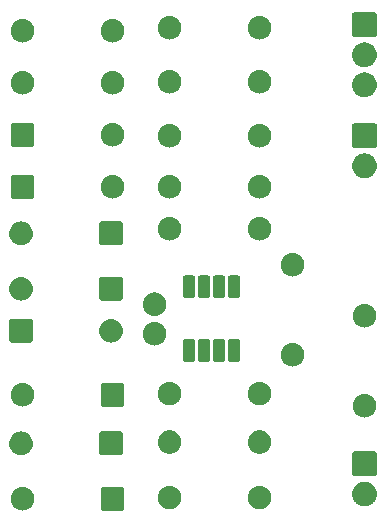
<source format=gbr>
G04 #@! TF.GenerationSoftware,KiCad,Pcbnew,8.0.1*
G04 #@! TF.CreationDate,2024-06-18T23:41:17-04:00*
G04 #@! TF.ProjectId,OdysseyDaughterCardSummer,4f647973-7365-4794-9461-756768746572,1.2*
G04 #@! TF.SameCoordinates,Original*
G04 #@! TF.FileFunction,Soldermask,Top*
G04 #@! TF.FilePolarity,Negative*
%FSLAX46Y46*%
G04 Gerber Fmt 4.6, Leading zero omitted, Abs format (unit mm)*
G04 Created by KiCad (PCBNEW 8.0.1) date 2024-06-18 23:41:17*
%MOMM*%
%LPD*%
G01*
G04 APERTURE LIST*
G04 APERTURE END LIST*
G36*
X136700724Y-119908799D02*
G01*
X136744218Y-119908799D01*
X136792658Y-119917853D01*
X136847090Y-119923215D01*
X136888438Y-119935757D01*
X136925518Y-119942689D01*
X136976868Y-119962582D01*
X137034683Y-119980120D01*
X137067720Y-119997778D01*
X137097501Y-120009316D01*
X137149245Y-120041354D01*
X137207570Y-120072530D01*
X137232076Y-120092641D01*
X137254311Y-120106409D01*
X137303575Y-120151319D01*
X137359107Y-120196893D01*
X137375563Y-120216945D01*
X137390611Y-120230663D01*
X137434297Y-120288513D01*
X137483470Y-120348430D01*
X137492977Y-120366218D01*
X137501762Y-120377850D01*
X137536713Y-120448040D01*
X137575880Y-120521317D01*
X137580056Y-120535086D01*
X137583972Y-120542949D01*
X137607105Y-120624255D01*
X137632785Y-120708910D01*
X137633628Y-120717473D01*
X137634446Y-120720347D01*
X137642943Y-120812047D01*
X137652000Y-120904000D01*
X137642942Y-120995960D01*
X137634446Y-121087652D01*
X137633628Y-121090524D01*
X137632785Y-121099090D01*
X137607100Y-121183759D01*
X137583972Y-121265050D01*
X137580057Y-121272911D01*
X137575880Y-121286683D01*
X137536705Y-121359972D01*
X137501762Y-121430149D01*
X137492979Y-121441778D01*
X137483470Y-121459570D01*
X137434288Y-121519498D01*
X137390611Y-121577336D01*
X137375566Y-121591050D01*
X137359107Y-121611107D01*
X137303564Y-121656689D01*
X137254311Y-121701590D01*
X137232081Y-121715354D01*
X137207570Y-121735470D01*
X137149233Y-121766651D01*
X137097501Y-121798683D01*
X137067727Y-121810217D01*
X137034683Y-121827880D01*
X136976856Y-121845421D01*
X136925518Y-121865310D01*
X136888445Y-121872240D01*
X136847090Y-121884785D01*
X136792655Y-121890146D01*
X136744218Y-121899201D01*
X136700724Y-121899201D01*
X136652000Y-121904000D01*
X136603276Y-121899201D01*
X136559782Y-121899201D01*
X136511343Y-121890146D01*
X136456910Y-121884785D01*
X136415555Y-121872240D01*
X136378481Y-121865310D01*
X136327139Y-121845419D01*
X136269317Y-121827880D01*
X136236275Y-121810218D01*
X136206498Y-121798683D01*
X136154759Y-121766647D01*
X136096430Y-121735470D01*
X136071921Y-121715356D01*
X136049688Y-121701590D01*
X136000425Y-121656681D01*
X135944893Y-121611107D01*
X135928436Y-121591054D01*
X135913388Y-121577336D01*
X135869699Y-121519482D01*
X135820530Y-121459570D01*
X135811022Y-121441783D01*
X135802237Y-121430149D01*
X135767279Y-121359945D01*
X135728120Y-121286683D01*
X135723943Y-121272916D01*
X135720027Y-121265050D01*
X135696882Y-121183706D01*
X135671215Y-121099090D01*
X135670371Y-121090530D01*
X135669553Y-121087652D01*
X135661040Y-120995788D01*
X135652000Y-120904000D01*
X135661039Y-120812219D01*
X135669553Y-120720347D01*
X135670372Y-120717468D01*
X135671215Y-120708910D01*
X135696878Y-120624308D01*
X135720027Y-120542949D01*
X135723944Y-120535081D01*
X135728120Y-120521317D01*
X135767272Y-120448068D01*
X135802237Y-120377850D01*
X135811024Y-120366213D01*
X135820530Y-120348430D01*
X135869689Y-120288528D01*
X135913388Y-120230663D01*
X135928439Y-120216941D01*
X135944893Y-120196893D01*
X136000414Y-120151327D01*
X136049688Y-120106409D01*
X136071926Y-120092639D01*
X136096430Y-120072530D01*
X136154747Y-120041358D01*
X136206498Y-120009316D01*
X136236282Y-119997777D01*
X136269317Y-119980120D01*
X136327127Y-119962583D01*
X136378481Y-119942689D01*
X136415562Y-119935757D01*
X136456910Y-119923215D01*
X136511340Y-119917853D01*
X136559782Y-119908799D01*
X136603276Y-119908799D01*
X136652000Y-119904000D01*
X136700724Y-119908799D01*
G37*
G36*
X145088043Y-119907191D02*
G01*
X145120727Y-119911494D01*
X145128948Y-119915327D01*
X145148537Y-119919224D01*
X145174480Y-119936559D01*
X145185608Y-119941748D01*
X145192378Y-119948518D01*
X145213421Y-119962579D01*
X145227481Y-119983621D01*
X145234251Y-119990391D01*
X145239438Y-120001516D01*
X145256776Y-120027463D01*
X145260672Y-120047053D01*
X145264505Y-120055272D01*
X145268806Y-120087945D01*
X145272000Y-120104000D01*
X145272000Y-121704000D01*
X145268805Y-121720058D01*
X145264505Y-121752727D01*
X145260673Y-121760944D01*
X145256776Y-121780537D01*
X145239437Y-121806485D01*
X145234251Y-121817608D01*
X145227483Y-121824375D01*
X145213421Y-121845421D01*
X145192375Y-121859483D01*
X145185608Y-121866251D01*
X145174485Y-121871437D01*
X145148537Y-121888776D01*
X145128944Y-121892673D01*
X145120727Y-121896505D01*
X145088056Y-121900806D01*
X145072000Y-121904000D01*
X143472000Y-121904000D01*
X143455943Y-121900806D01*
X143423272Y-121896505D01*
X143415053Y-121892672D01*
X143395463Y-121888776D01*
X143369516Y-121871438D01*
X143358391Y-121866251D01*
X143351621Y-121859481D01*
X143330579Y-121845421D01*
X143316518Y-121824378D01*
X143309748Y-121817608D01*
X143304559Y-121806480D01*
X143287224Y-121780537D01*
X143283327Y-121760948D01*
X143279494Y-121752727D01*
X143275190Y-121720041D01*
X143272000Y-121704000D01*
X143272000Y-120104000D01*
X143275190Y-120087958D01*
X143279494Y-120055272D01*
X143283327Y-120047049D01*
X143287224Y-120027463D01*
X143304557Y-120001521D01*
X143309748Y-119990391D01*
X143316520Y-119983618D01*
X143330579Y-119962579D01*
X143351618Y-119948520D01*
X143358391Y-119941748D01*
X143369521Y-119936557D01*
X143395463Y-119919224D01*
X143415049Y-119915327D01*
X143423272Y-119911494D01*
X143455960Y-119907190D01*
X143472000Y-119904000D01*
X145072000Y-119904000D01*
X145088043Y-119907191D01*
G37*
G36*
X149146724Y-119808799D02*
G01*
X149190218Y-119808799D01*
X149238658Y-119817853D01*
X149293090Y-119823215D01*
X149334438Y-119835757D01*
X149371518Y-119842689D01*
X149422868Y-119862582D01*
X149480683Y-119880120D01*
X149513720Y-119897778D01*
X149543501Y-119909316D01*
X149595245Y-119941354D01*
X149653570Y-119972530D01*
X149678076Y-119992641D01*
X149700311Y-120006409D01*
X149749575Y-120051319D01*
X149805107Y-120096893D01*
X149821563Y-120116945D01*
X149836611Y-120130663D01*
X149880297Y-120188513D01*
X149929470Y-120248430D01*
X149938977Y-120266218D01*
X149947762Y-120277850D01*
X149982713Y-120348040D01*
X150021880Y-120421317D01*
X150026056Y-120435086D01*
X150029972Y-120442949D01*
X150053105Y-120524255D01*
X150078785Y-120608910D01*
X150079628Y-120617473D01*
X150080446Y-120620347D01*
X150088943Y-120712047D01*
X150098000Y-120804000D01*
X150088942Y-120895960D01*
X150080446Y-120987652D01*
X150079628Y-120990524D01*
X150078785Y-120999090D01*
X150053100Y-121083759D01*
X150029972Y-121165050D01*
X150026057Y-121172911D01*
X150021880Y-121186683D01*
X149982705Y-121259972D01*
X149947762Y-121330149D01*
X149938979Y-121341778D01*
X149929470Y-121359570D01*
X149880288Y-121419498D01*
X149836611Y-121477336D01*
X149821566Y-121491050D01*
X149805107Y-121511107D01*
X149749564Y-121556689D01*
X149700311Y-121601590D01*
X149678081Y-121615354D01*
X149653570Y-121635470D01*
X149595233Y-121666651D01*
X149543501Y-121698683D01*
X149513727Y-121710217D01*
X149480683Y-121727880D01*
X149422856Y-121745421D01*
X149371518Y-121765310D01*
X149334445Y-121772240D01*
X149293090Y-121784785D01*
X149238655Y-121790146D01*
X149190218Y-121799201D01*
X149146724Y-121799201D01*
X149098000Y-121804000D01*
X149049276Y-121799201D01*
X149005782Y-121799201D01*
X148957343Y-121790146D01*
X148902910Y-121784785D01*
X148861555Y-121772240D01*
X148824481Y-121765310D01*
X148773139Y-121745419D01*
X148715317Y-121727880D01*
X148682275Y-121710218D01*
X148652498Y-121698683D01*
X148600759Y-121666647D01*
X148542430Y-121635470D01*
X148517921Y-121615356D01*
X148495688Y-121601590D01*
X148446425Y-121556681D01*
X148390893Y-121511107D01*
X148374436Y-121491054D01*
X148359388Y-121477336D01*
X148315699Y-121419482D01*
X148266530Y-121359570D01*
X148257022Y-121341783D01*
X148248237Y-121330149D01*
X148213279Y-121259945D01*
X148174120Y-121186683D01*
X148169943Y-121172916D01*
X148166027Y-121165050D01*
X148142882Y-121083706D01*
X148117215Y-120999090D01*
X148116371Y-120990530D01*
X148115553Y-120987652D01*
X148107040Y-120895788D01*
X148098000Y-120804000D01*
X148107039Y-120712219D01*
X148115553Y-120620347D01*
X148116372Y-120617468D01*
X148117215Y-120608910D01*
X148142878Y-120524308D01*
X148166027Y-120442949D01*
X148169944Y-120435081D01*
X148174120Y-120421317D01*
X148213272Y-120348068D01*
X148248237Y-120277850D01*
X148257024Y-120266213D01*
X148266530Y-120248430D01*
X148315689Y-120188528D01*
X148359388Y-120130663D01*
X148374439Y-120116941D01*
X148390893Y-120096893D01*
X148446414Y-120051327D01*
X148495688Y-120006409D01*
X148517926Y-119992639D01*
X148542430Y-119972530D01*
X148600747Y-119941358D01*
X148652498Y-119909316D01*
X148682282Y-119897777D01*
X148715317Y-119880120D01*
X148773127Y-119862583D01*
X148824481Y-119842689D01*
X148861562Y-119835757D01*
X148902910Y-119823215D01*
X148957340Y-119817853D01*
X149005782Y-119808799D01*
X149049276Y-119808799D01*
X149098000Y-119804000D01*
X149146724Y-119808799D01*
G37*
G36*
X156766724Y-119808799D02*
G01*
X156810218Y-119808799D01*
X156858658Y-119817853D01*
X156913090Y-119823215D01*
X156954438Y-119835757D01*
X156991518Y-119842689D01*
X157042868Y-119862582D01*
X157100683Y-119880120D01*
X157133720Y-119897778D01*
X157163501Y-119909316D01*
X157215245Y-119941354D01*
X157273570Y-119972530D01*
X157298076Y-119992641D01*
X157320311Y-120006409D01*
X157369575Y-120051319D01*
X157425107Y-120096893D01*
X157441563Y-120116945D01*
X157456611Y-120130663D01*
X157500297Y-120188513D01*
X157549470Y-120248430D01*
X157558977Y-120266218D01*
X157567762Y-120277850D01*
X157602713Y-120348040D01*
X157641880Y-120421317D01*
X157646056Y-120435086D01*
X157649972Y-120442949D01*
X157673105Y-120524255D01*
X157698785Y-120608910D01*
X157699628Y-120617473D01*
X157700446Y-120620347D01*
X157708943Y-120712047D01*
X157718000Y-120804000D01*
X157708942Y-120895960D01*
X157700446Y-120987652D01*
X157699628Y-120990524D01*
X157698785Y-120999090D01*
X157673100Y-121083759D01*
X157649972Y-121165050D01*
X157646057Y-121172911D01*
X157641880Y-121186683D01*
X157602705Y-121259972D01*
X157567762Y-121330149D01*
X157558979Y-121341778D01*
X157549470Y-121359570D01*
X157500288Y-121419498D01*
X157456611Y-121477336D01*
X157441566Y-121491050D01*
X157425107Y-121511107D01*
X157369564Y-121556689D01*
X157320311Y-121601590D01*
X157298081Y-121615354D01*
X157273570Y-121635470D01*
X157215233Y-121666651D01*
X157163501Y-121698683D01*
X157133727Y-121710217D01*
X157100683Y-121727880D01*
X157042856Y-121745421D01*
X156991518Y-121765310D01*
X156954445Y-121772240D01*
X156913090Y-121784785D01*
X156858655Y-121790146D01*
X156810218Y-121799201D01*
X156766724Y-121799201D01*
X156718000Y-121804000D01*
X156669276Y-121799201D01*
X156625782Y-121799201D01*
X156577343Y-121790146D01*
X156522910Y-121784785D01*
X156481555Y-121772240D01*
X156444481Y-121765310D01*
X156393139Y-121745419D01*
X156335317Y-121727880D01*
X156302275Y-121710218D01*
X156272498Y-121698683D01*
X156220759Y-121666647D01*
X156162430Y-121635470D01*
X156137921Y-121615356D01*
X156115688Y-121601590D01*
X156066425Y-121556681D01*
X156010893Y-121511107D01*
X155994436Y-121491054D01*
X155979388Y-121477336D01*
X155935699Y-121419482D01*
X155886530Y-121359570D01*
X155877022Y-121341783D01*
X155868237Y-121330149D01*
X155833279Y-121259945D01*
X155794120Y-121186683D01*
X155789943Y-121172916D01*
X155786027Y-121165050D01*
X155762882Y-121083706D01*
X155737215Y-120999090D01*
X155736371Y-120990530D01*
X155735553Y-120987652D01*
X155727040Y-120895788D01*
X155718000Y-120804000D01*
X155727039Y-120712219D01*
X155735553Y-120620347D01*
X155736372Y-120617468D01*
X155737215Y-120608910D01*
X155762878Y-120524308D01*
X155786027Y-120442949D01*
X155789944Y-120435081D01*
X155794120Y-120421317D01*
X155833272Y-120348068D01*
X155868237Y-120277850D01*
X155877024Y-120266213D01*
X155886530Y-120248430D01*
X155935689Y-120188528D01*
X155979388Y-120130663D01*
X155994439Y-120116941D01*
X156010893Y-120096893D01*
X156066414Y-120051327D01*
X156115688Y-120006409D01*
X156137926Y-119992639D01*
X156162430Y-119972530D01*
X156220747Y-119941358D01*
X156272498Y-119909316D01*
X156302282Y-119897777D01*
X156335317Y-119880120D01*
X156393127Y-119862583D01*
X156444481Y-119842689D01*
X156481562Y-119835757D01*
X156522910Y-119823215D01*
X156577340Y-119817853D01*
X156625782Y-119808799D01*
X156669276Y-119808799D01*
X156718000Y-119804000D01*
X156766724Y-119808799D01*
G37*
G36*
X165658889Y-119449012D02*
G01*
X165704830Y-119449012D01*
X165755988Y-119458575D01*
X165812845Y-119464175D01*
X165856042Y-119477278D01*
X165895202Y-119484599D01*
X165949438Y-119505609D01*
X166009818Y-119523926D01*
X166044315Y-119542365D01*
X166075786Y-119554557D01*
X166130469Y-119588415D01*
X166191349Y-119620957D01*
X166216929Y-119641950D01*
X166240442Y-119656509D01*
X166292546Y-119704008D01*
X166350462Y-119751538D01*
X166367621Y-119772446D01*
X166383564Y-119786980D01*
X166429838Y-119848258D01*
X166481043Y-119910651D01*
X166490947Y-119929180D01*
X166500273Y-119941530D01*
X166537372Y-120016034D01*
X166578074Y-120092182D01*
X166582415Y-120106492D01*
X166586596Y-120114889D01*
X166611295Y-120201697D01*
X166637825Y-120289155D01*
X166638696Y-120298003D01*
X166639594Y-120301158D01*
X166648933Y-120401944D01*
X166658000Y-120494000D01*
X166648932Y-120586063D01*
X166639594Y-120686841D01*
X166638696Y-120689994D01*
X166637825Y-120698845D01*
X166611290Y-120786317D01*
X166586596Y-120873110D01*
X166582415Y-120881504D01*
X166578074Y-120895818D01*
X166537364Y-120971979D01*
X166500273Y-121046469D01*
X166490949Y-121058815D01*
X166481043Y-121077349D01*
X166429829Y-121139752D01*
X166383564Y-121201019D01*
X166367624Y-121215549D01*
X166350462Y-121236462D01*
X166292535Y-121284000D01*
X166240442Y-121331490D01*
X166216934Y-121346045D01*
X166191349Y-121367043D01*
X166130457Y-121399590D01*
X166075786Y-121433442D01*
X166044321Y-121445631D01*
X166009818Y-121464074D01*
X165949426Y-121482393D01*
X165895202Y-121503400D01*
X165856049Y-121510719D01*
X165812845Y-121523825D01*
X165755985Y-121529425D01*
X165704830Y-121538988D01*
X165658889Y-121538988D01*
X165608000Y-121544000D01*
X165557111Y-121538988D01*
X165511170Y-121538988D01*
X165460014Y-121529424D01*
X165403155Y-121523825D01*
X165359952Y-121510719D01*
X165320797Y-121503400D01*
X165266569Y-121482392D01*
X165206182Y-121464074D01*
X165171680Y-121445632D01*
X165140213Y-121433442D01*
X165085535Y-121399586D01*
X165024651Y-121367043D01*
X164999068Y-121346047D01*
X164975557Y-121331490D01*
X164923454Y-121283992D01*
X164865538Y-121236462D01*
X164848378Y-121215553D01*
X164832435Y-121201019D01*
X164786158Y-121139737D01*
X164734957Y-121077349D01*
X164725053Y-121058820D01*
X164715726Y-121046469D01*
X164678620Y-120971951D01*
X164637926Y-120895818D01*
X164633585Y-120881509D01*
X164629403Y-120873110D01*
X164604693Y-120786264D01*
X164578175Y-120698845D01*
X164577303Y-120690000D01*
X164576405Y-120686841D01*
X164567050Y-120585891D01*
X164558000Y-120494000D01*
X164567049Y-120402116D01*
X164576405Y-120301158D01*
X164577304Y-120297998D01*
X164578175Y-120289155D01*
X164604688Y-120201750D01*
X164629403Y-120114889D01*
X164633586Y-120106487D01*
X164637926Y-120092182D01*
X164678613Y-120016061D01*
X164715726Y-119941530D01*
X164725054Y-119929176D01*
X164734957Y-119910651D01*
X164786148Y-119848274D01*
X164832435Y-119786980D01*
X164848381Y-119772442D01*
X164865538Y-119751538D01*
X164923443Y-119704016D01*
X164975557Y-119656509D01*
X164999073Y-119641948D01*
X165024651Y-119620957D01*
X165085523Y-119588419D01*
X165140213Y-119554557D01*
X165171687Y-119542363D01*
X165206182Y-119523926D01*
X165266557Y-119505611D01*
X165320797Y-119484599D01*
X165359959Y-119477278D01*
X165403155Y-119464175D01*
X165460011Y-119458575D01*
X165511170Y-119449012D01*
X165557111Y-119449012D01*
X165608000Y-119444000D01*
X165658889Y-119449012D01*
G37*
G36*
X166474043Y-116907191D02*
G01*
X166506727Y-116911494D01*
X166514948Y-116915327D01*
X166534537Y-116919224D01*
X166560480Y-116936559D01*
X166571608Y-116941748D01*
X166578378Y-116948518D01*
X166599421Y-116962579D01*
X166613481Y-116983621D01*
X166620251Y-116990391D01*
X166625438Y-117001516D01*
X166642776Y-117027463D01*
X166646672Y-117047053D01*
X166650505Y-117055272D01*
X166654806Y-117087945D01*
X166658000Y-117104000D01*
X166658000Y-118804000D01*
X166654805Y-118820058D01*
X166650505Y-118852727D01*
X166646673Y-118860944D01*
X166642776Y-118880537D01*
X166625437Y-118906485D01*
X166620251Y-118917608D01*
X166613483Y-118924375D01*
X166599421Y-118945421D01*
X166578375Y-118959483D01*
X166571608Y-118966251D01*
X166560485Y-118971437D01*
X166534537Y-118988776D01*
X166514944Y-118992673D01*
X166506727Y-118996505D01*
X166474056Y-119000806D01*
X166458000Y-119004000D01*
X164758000Y-119004000D01*
X164741943Y-119000806D01*
X164709272Y-118996505D01*
X164701053Y-118992672D01*
X164681463Y-118988776D01*
X164655516Y-118971438D01*
X164644391Y-118966251D01*
X164637621Y-118959481D01*
X164616579Y-118945421D01*
X164602518Y-118924378D01*
X164595748Y-118917608D01*
X164590559Y-118906480D01*
X164573224Y-118880537D01*
X164569327Y-118860948D01*
X164565494Y-118852727D01*
X164561190Y-118820041D01*
X164558000Y-118804000D01*
X164558000Y-117104000D01*
X164561190Y-117087958D01*
X164565494Y-117055272D01*
X164569327Y-117047049D01*
X164573224Y-117027463D01*
X164590557Y-117001521D01*
X164595748Y-116990391D01*
X164602520Y-116983618D01*
X164616579Y-116962579D01*
X164637618Y-116948520D01*
X164644391Y-116941748D01*
X164655521Y-116936557D01*
X164681463Y-116919224D01*
X164701049Y-116915327D01*
X164709272Y-116911494D01*
X164741960Y-116907190D01*
X164758000Y-116904000D01*
X166458000Y-116904000D01*
X166474043Y-116907191D01*
G37*
G36*
X136573724Y-115209799D02*
G01*
X136617218Y-115209799D01*
X136665658Y-115218853D01*
X136720090Y-115224215D01*
X136761438Y-115236757D01*
X136798518Y-115243689D01*
X136849868Y-115263582D01*
X136907683Y-115281120D01*
X136940720Y-115298778D01*
X136970501Y-115310316D01*
X137022245Y-115342354D01*
X137080570Y-115373530D01*
X137105076Y-115393641D01*
X137127311Y-115407409D01*
X137176575Y-115452319D01*
X137232107Y-115497893D01*
X137248563Y-115517945D01*
X137263611Y-115531663D01*
X137307297Y-115589513D01*
X137356470Y-115649430D01*
X137365977Y-115667218D01*
X137374762Y-115678850D01*
X137409713Y-115749040D01*
X137448880Y-115822317D01*
X137453056Y-115836086D01*
X137456972Y-115843949D01*
X137480105Y-115925255D01*
X137505785Y-116009910D01*
X137506628Y-116018473D01*
X137507446Y-116021347D01*
X137515943Y-116113047D01*
X137525000Y-116205000D01*
X137515942Y-116296960D01*
X137507446Y-116388652D01*
X137506628Y-116391524D01*
X137505785Y-116400090D01*
X137480100Y-116484759D01*
X137456972Y-116566050D01*
X137453057Y-116573911D01*
X137448880Y-116587683D01*
X137409705Y-116660972D01*
X137374762Y-116731149D01*
X137365979Y-116742778D01*
X137356470Y-116760570D01*
X137307288Y-116820498D01*
X137263611Y-116878336D01*
X137248566Y-116892050D01*
X137232107Y-116912107D01*
X137176564Y-116957689D01*
X137127311Y-117002590D01*
X137105081Y-117016354D01*
X137080570Y-117036470D01*
X137022233Y-117067651D01*
X136970501Y-117099683D01*
X136940727Y-117111217D01*
X136907683Y-117128880D01*
X136849856Y-117146421D01*
X136798518Y-117166310D01*
X136761445Y-117173240D01*
X136720090Y-117185785D01*
X136665655Y-117191146D01*
X136617218Y-117200201D01*
X136573724Y-117200201D01*
X136525000Y-117205000D01*
X136476276Y-117200201D01*
X136432782Y-117200201D01*
X136384343Y-117191146D01*
X136329910Y-117185785D01*
X136288555Y-117173240D01*
X136251481Y-117166310D01*
X136200139Y-117146419D01*
X136142317Y-117128880D01*
X136109275Y-117111218D01*
X136079498Y-117099683D01*
X136027759Y-117067647D01*
X135969430Y-117036470D01*
X135944921Y-117016356D01*
X135922688Y-117002590D01*
X135873425Y-116957681D01*
X135817893Y-116912107D01*
X135801436Y-116892054D01*
X135786388Y-116878336D01*
X135742699Y-116820482D01*
X135693530Y-116760570D01*
X135684022Y-116742783D01*
X135675237Y-116731149D01*
X135640279Y-116660945D01*
X135601120Y-116587683D01*
X135596943Y-116573916D01*
X135593027Y-116566050D01*
X135569882Y-116484706D01*
X135544215Y-116400090D01*
X135543371Y-116391530D01*
X135542553Y-116388652D01*
X135534040Y-116296788D01*
X135525000Y-116205000D01*
X135534039Y-116113219D01*
X135542553Y-116021347D01*
X135543372Y-116018468D01*
X135544215Y-116009910D01*
X135569878Y-115925308D01*
X135593027Y-115843949D01*
X135596944Y-115836081D01*
X135601120Y-115822317D01*
X135640272Y-115749068D01*
X135675237Y-115678850D01*
X135684024Y-115667213D01*
X135693530Y-115649430D01*
X135742689Y-115589528D01*
X135786388Y-115531663D01*
X135801439Y-115517941D01*
X135817893Y-115497893D01*
X135873414Y-115452327D01*
X135922688Y-115407409D01*
X135944926Y-115393639D01*
X135969430Y-115373530D01*
X136027747Y-115342358D01*
X136079498Y-115310316D01*
X136109282Y-115298777D01*
X136142317Y-115281120D01*
X136200127Y-115263583D01*
X136251481Y-115243689D01*
X136288562Y-115236757D01*
X136329910Y-115224215D01*
X136384340Y-115218853D01*
X136432782Y-115209799D01*
X136476276Y-115209799D01*
X136525000Y-115205000D01*
X136573724Y-115209799D01*
G37*
G36*
X144961043Y-115208191D02*
G01*
X144993727Y-115212494D01*
X145001948Y-115216327D01*
X145021537Y-115220224D01*
X145047480Y-115237559D01*
X145058608Y-115242748D01*
X145065378Y-115249518D01*
X145086421Y-115263579D01*
X145100481Y-115284621D01*
X145107251Y-115291391D01*
X145112438Y-115302516D01*
X145129776Y-115328463D01*
X145133672Y-115348053D01*
X145137505Y-115356272D01*
X145141806Y-115388945D01*
X145145000Y-115405000D01*
X145145000Y-117005000D01*
X145141805Y-117021058D01*
X145137505Y-117053727D01*
X145133673Y-117061944D01*
X145129776Y-117081537D01*
X145112437Y-117107485D01*
X145107251Y-117118608D01*
X145100483Y-117125375D01*
X145086421Y-117146421D01*
X145065375Y-117160483D01*
X145058608Y-117167251D01*
X145047485Y-117172437D01*
X145021537Y-117189776D01*
X145001944Y-117193673D01*
X144993727Y-117197505D01*
X144961056Y-117201806D01*
X144945000Y-117205000D01*
X143345000Y-117205000D01*
X143328943Y-117201806D01*
X143296272Y-117197505D01*
X143288053Y-117193672D01*
X143268463Y-117189776D01*
X143242516Y-117172438D01*
X143231391Y-117167251D01*
X143224621Y-117160481D01*
X143203579Y-117146421D01*
X143189518Y-117125378D01*
X143182748Y-117118608D01*
X143177559Y-117107480D01*
X143160224Y-117081537D01*
X143156327Y-117061948D01*
X143152494Y-117053727D01*
X143148190Y-117021041D01*
X143145000Y-117005000D01*
X143145000Y-115405000D01*
X143148190Y-115388958D01*
X143152494Y-115356272D01*
X143156327Y-115348049D01*
X143160224Y-115328463D01*
X143177557Y-115302521D01*
X143182748Y-115291391D01*
X143189520Y-115284618D01*
X143203579Y-115263579D01*
X143224618Y-115249520D01*
X143231391Y-115242748D01*
X143242521Y-115237557D01*
X143268463Y-115220224D01*
X143288049Y-115216327D01*
X143296272Y-115212494D01*
X143328960Y-115208190D01*
X143345000Y-115205000D01*
X144945000Y-115205000D01*
X144961043Y-115208191D01*
G37*
G36*
X149146724Y-115109799D02*
G01*
X149190218Y-115109799D01*
X149238658Y-115118853D01*
X149293090Y-115124215D01*
X149334438Y-115136757D01*
X149371518Y-115143689D01*
X149422868Y-115163582D01*
X149480683Y-115181120D01*
X149513720Y-115198778D01*
X149543501Y-115210316D01*
X149595245Y-115242354D01*
X149653570Y-115273530D01*
X149678076Y-115293641D01*
X149700311Y-115307409D01*
X149749575Y-115352319D01*
X149805107Y-115397893D01*
X149821563Y-115417945D01*
X149836611Y-115431663D01*
X149880297Y-115489513D01*
X149929470Y-115549430D01*
X149938977Y-115567218D01*
X149947762Y-115578850D01*
X149982713Y-115649040D01*
X150021880Y-115722317D01*
X150026056Y-115736086D01*
X150029972Y-115743949D01*
X150053105Y-115825255D01*
X150078785Y-115909910D01*
X150079628Y-115918473D01*
X150080446Y-115921347D01*
X150088943Y-116013047D01*
X150098000Y-116105000D01*
X150088942Y-116196960D01*
X150080446Y-116288652D01*
X150079628Y-116291524D01*
X150078785Y-116300090D01*
X150053100Y-116384759D01*
X150029972Y-116466050D01*
X150026057Y-116473911D01*
X150021880Y-116487683D01*
X149982705Y-116560972D01*
X149947762Y-116631149D01*
X149938979Y-116642778D01*
X149929470Y-116660570D01*
X149880288Y-116720498D01*
X149836611Y-116778336D01*
X149821566Y-116792050D01*
X149805107Y-116812107D01*
X149749564Y-116857689D01*
X149700311Y-116902590D01*
X149678081Y-116916354D01*
X149653570Y-116936470D01*
X149595233Y-116967651D01*
X149543501Y-116999683D01*
X149513727Y-117011217D01*
X149480683Y-117028880D01*
X149422856Y-117046421D01*
X149371518Y-117066310D01*
X149334445Y-117073240D01*
X149293090Y-117085785D01*
X149238655Y-117091146D01*
X149190218Y-117100201D01*
X149146724Y-117100201D01*
X149098000Y-117105000D01*
X149049276Y-117100201D01*
X149005782Y-117100201D01*
X148957343Y-117091146D01*
X148902910Y-117085785D01*
X148861555Y-117073240D01*
X148824481Y-117066310D01*
X148773139Y-117046419D01*
X148715317Y-117028880D01*
X148682275Y-117011218D01*
X148652498Y-116999683D01*
X148600759Y-116967647D01*
X148542430Y-116936470D01*
X148517921Y-116916356D01*
X148495688Y-116902590D01*
X148446425Y-116857681D01*
X148390893Y-116812107D01*
X148374436Y-116792054D01*
X148359388Y-116778336D01*
X148315699Y-116720482D01*
X148266530Y-116660570D01*
X148257022Y-116642783D01*
X148248237Y-116631149D01*
X148213279Y-116560945D01*
X148174120Y-116487683D01*
X148169943Y-116473916D01*
X148166027Y-116466050D01*
X148142882Y-116384706D01*
X148117215Y-116300090D01*
X148116371Y-116291530D01*
X148115553Y-116288652D01*
X148107040Y-116196788D01*
X148098000Y-116105000D01*
X148107039Y-116013219D01*
X148115553Y-115921347D01*
X148116372Y-115918468D01*
X148117215Y-115909910D01*
X148142878Y-115825308D01*
X148166027Y-115743949D01*
X148169944Y-115736081D01*
X148174120Y-115722317D01*
X148213272Y-115649068D01*
X148248237Y-115578850D01*
X148257024Y-115567213D01*
X148266530Y-115549430D01*
X148315689Y-115489528D01*
X148359388Y-115431663D01*
X148374439Y-115417941D01*
X148390893Y-115397893D01*
X148446414Y-115352327D01*
X148495688Y-115307409D01*
X148517926Y-115293639D01*
X148542430Y-115273530D01*
X148600747Y-115242358D01*
X148652498Y-115210316D01*
X148682282Y-115198777D01*
X148715317Y-115181120D01*
X148773127Y-115163583D01*
X148824481Y-115143689D01*
X148861562Y-115136757D01*
X148902910Y-115124215D01*
X148957340Y-115118853D01*
X149005782Y-115109799D01*
X149049276Y-115109799D01*
X149098000Y-115105000D01*
X149146724Y-115109799D01*
G37*
G36*
X156766724Y-115109799D02*
G01*
X156810218Y-115109799D01*
X156858658Y-115118853D01*
X156913090Y-115124215D01*
X156954438Y-115136757D01*
X156991518Y-115143689D01*
X157042868Y-115163582D01*
X157100683Y-115181120D01*
X157133720Y-115198778D01*
X157163501Y-115210316D01*
X157215245Y-115242354D01*
X157273570Y-115273530D01*
X157298076Y-115293641D01*
X157320311Y-115307409D01*
X157369575Y-115352319D01*
X157425107Y-115397893D01*
X157441563Y-115417945D01*
X157456611Y-115431663D01*
X157500297Y-115489513D01*
X157549470Y-115549430D01*
X157558977Y-115567218D01*
X157567762Y-115578850D01*
X157602713Y-115649040D01*
X157641880Y-115722317D01*
X157646056Y-115736086D01*
X157649972Y-115743949D01*
X157673105Y-115825255D01*
X157698785Y-115909910D01*
X157699628Y-115918473D01*
X157700446Y-115921347D01*
X157708943Y-116013047D01*
X157718000Y-116105000D01*
X157708942Y-116196960D01*
X157700446Y-116288652D01*
X157699628Y-116291524D01*
X157698785Y-116300090D01*
X157673100Y-116384759D01*
X157649972Y-116466050D01*
X157646057Y-116473911D01*
X157641880Y-116487683D01*
X157602705Y-116560972D01*
X157567762Y-116631149D01*
X157558979Y-116642778D01*
X157549470Y-116660570D01*
X157500288Y-116720498D01*
X157456611Y-116778336D01*
X157441566Y-116792050D01*
X157425107Y-116812107D01*
X157369564Y-116857689D01*
X157320311Y-116902590D01*
X157298081Y-116916354D01*
X157273570Y-116936470D01*
X157215233Y-116967651D01*
X157163501Y-116999683D01*
X157133727Y-117011217D01*
X157100683Y-117028880D01*
X157042856Y-117046421D01*
X156991518Y-117066310D01*
X156954445Y-117073240D01*
X156913090Y-117085785D01*
X156858655Y-117091146D01*
X156810218Y-117100201D01*
X156766724Y-117100201D01*
X156718000Y-117105000D01*
X156669276Y-117100201D01*
X156625782Y-117100201D01*
X156577343Y-117091146D01*
X156522910Y-117085785D01*
X156481555Y-117073240D01*
X156444481Y-117066310D01*
X156393139Y-117046419D01*
X156335317Y-117028880D01*
X156302275Y-117011218D01*
X156272498Y-116999683D01*
X156220759Y-116967647D01*
X156162430Y-116936470D01*
X156137921Y-116916356D01*
X156115688Y-116902590D01*
X156066425Y-116857681D01*
X156010893Y-116812107D01*
X155994436Y-116792054D01*
X155979388Y-116778336D01*
X155935699Y-116720482D01*
X155886530Y-116660570D01*
X155877022Y-116642783D01*
X155868237Y-116631149D01*
X155833279Y-116560945D01*
X155794120Y-116487683D01*
X155789943Y-116473916D01*
X155786027Y-116466050D01*
X155762882Y-116384706D01*
X155737215Y-116300090D01*
X155736371Y-116291530D01*
X155735553Y-116288652D01*
X155727040Y-116196788D01*
X155718000Y-116105000D01*
X155727039Y-116013219D01*
X155735553Y-115921347D01*
X155736372Y-115918468D01*
X155737215Y-115909910D01*
X155762878Y-115825308D01*
X155786027Y-115743949D01*
X155789944Y-115736081D01*
X155794120Y-115722317D01*
X155833272Y-115649068D01*
X155868237Y-115578850D01*
X155877024Y-115567213D01*
X155886530Y-115549430D01*
X155935689Y-115489528D01*
X155979388Y-115431663D01*
X155994439Y-115417941D01*
X156010893Y-115397893D01*
X156066414Y-115352327D01*
X156115688Y-115307409D01*
X156137926Y-115293639D01*
X156162430Y-115273530D01*
X156220747Y-115242358D01*
X156272498Y-115210316D01*
X156302282Y-115198777D01*
X156335317Y-115181120D01*
X156393127Y-115163583D01*
X156444481Y-115143689D01*
X156481562Y-115136757D01*
X156522910Y-115124215D01*
X156577340Y-115118853D01*
X156625782Y-115109799D01*
X156669276Y-115109799D01*
X156718000Y-115105000D01*
X156766724Y-115109799D01*
G37*
G36*
X165656724Y-112034799D02*
G01*
X165700218Y-112034799D01*
X165748658Y-112043853D01*
X165803090Y-112049215D01*
X165844438Y-112061757D01*
X165881518Y-112068689D01*
X165932868Y-112088582D01*
X165990683Y-112106120D01*
X166023720Y-112123778D01*
X166053501Y-112135316D01*
X166105245Y-112167354D01*
X166163570Y-112198530D01*
X166188076Y-112218641D01*
X166210311Y-112232409D01*
X166259575Y-112277319D01*
X166315107Y-112322893D01*
X166331563Y-112342945D01*
X166346611Y-112356663D01*
X166390297Y-112414513D01*
X166439470Y-112474430D01*
X166448977Y-112492218D01*
X166457762Y-112503850D01*
X166492713Y-112574040D01*
X166531880Y-112647317D01*
X166536056Y-112661086D01*
X166539972Y-112668949D01*
X166563105Y-112750255D01*
X166588785Y-112834910D01*
X166589628Y-112843473D01*
X166590446Y-112846347D01*
X166598943Y-112938047D01*
X166608000Y-113030000D01*
X166598942Y-113121960D01*
X166590446Y-113213652D01*
X166589628Y-113216524D01*
X166588785Y-113225090D01*
X166563100Y-113309759D01*
X166539972Y-113391050D01*
X166536057Y-113398911D01*
X166531880Y-113412683D01*
X166492705Y-113485972D01*
X166457762Y-113556149D01*
X166448979Y-113567778D01*
X166439470Y-113585570D01*
X166390288Y-113645498D01*
X166346611Y-113703336D01*
X166331566Y-113717050D01*
X166315107Y-113737107D01*
X166259564Y-113782689D01*
X166210311Y-113827590D01*
X166188081Y-113841354D01*
X166163570Y-113861470D01*
X166105233Y-113892651D01*
X166053501Y-113924683D01*
X166023727Y-113936217D01*
X165990683Y-113953880D01*
X165932856Y-113971421D01*
X165881518Y-113991310D01*
X165844445Y-113998240D01*
X165803090Y-114010785D01*
X165748655Y-114016146D01*
X165700218Y-114025201D01*
X165656724Y-114025201D01*
X165608000Y-114030000D01*
X165559276Y-114025201D01*
X165515782Y-114025201D01*
X165467343Y-114016146D01*
X165412910Y-114010785D01*
X165371555Y-113998240D01*
X165334481Y-113991310D01*
X165283139Y-113971419D01*
X165225317Y-113953880D01*
X165192275Y-113936218D01*
X165162498Y-113924683D01*
X165110759Y-113892647D01*
X165052430Y-113861470D01*
X165027921Y-113841356D01*
X165005688Y-113827590D01*
X164956425Y-113782681D01*
X164900893Y-113737107D01*
X164884436Y-113717054D01*
X164869388Y-113703336D01*
X164825699Y-113645482D01*
X164776530Y-113585570D01*
X164767022Y-113567783D01*
X164758237Y-113556149D01*
X164723279Y-113485945D01*
X164684120Y-113412683D01*
X164679943Y-113398916D01*
X164676027Y-113391050D01*
X164652882Y-113309706D01*
X164627215Y-113225090D01*
X164626371Y-113216530D01*
X164625553Y-113213652D01*
X164617040Y-113121788D01*
X164608000Y-113030000D01*
X164617039Y-112938219D01*
X164625553Y-112846347D01*
X164626372Y-112843468D01*
X164627215Y-112834910D01*
X164652878Y-112750308D01*
X164676027Y-112668949D01*
X164679944Y-112661081D01*
X164684120Y-112647317D01*
X164723272Y-112574068D01*
X164758237Y-112503850D01*
X164767024Y-112492213D01*
X164776530Y-112474430D01*
X164825689Y-112414528D01*
X164869388Y-112356663D01*
X164884439Y-112342941D01*
X164900893Y-112322893D01*
X164956414Y-112277327D01*
X165005688Y-112232409D01*
X165027926Y-112218639D01*
X165052430Y-112198530D01*
X165110747Y-112167358D01*
X165162498Y-112135316D01*
X165192282Y-112123777D01*
X165225317Y-112106120D01*
X165283127Y-112088583D01*
X165334481Y-112068689D01*
X165371562Y-112061757D01*
X165412910Y-112049215D01*
X165467340Y-112043853D01*
X165515782Y-112034799D01*
X165559276Y-112034799D01*
X165608000Y-112030000D01*
X165656724Y-112034799D01*
G37*
G36*
X136700724Y-111103799D02*
G01*
X136744218Y-111103799D01*
X136792658Y-111112853D01*
X136847090Y-111118215D01*
X136888438Y-111130757D01*
X136925518Y-111137689D01*
X136976868Y-111157582D01*
X137034683Y-111175120D01*
X137067720Y-111192778D01*
X137097501Y-111204316D01*
X137149245Y-111236354D01*
X137207570Y-111267530D01*
X137232076Y-111287641D01*
X137254311Y-111301409D01*
X137303575Y-111346319D01*
X137359107Y-111391893D01*
X137375563Y-111411945D01*
X137390611Y-111425663D01*
X137434297Y-111483513D01*
X137483470Y-111543430D01*
X137492977Y-111561218D01*
X137501762Y-111572850D01*
X137536713Y-111643040D01*
X137575880Y-111716317D01*
X137580056Y-111730086D01*
X137583972Y-111737949D01*
X137607105Y-111819255D01*
X137632785Y-111903910D01*
X137633628Y-111912473D01*
X137634446Y-111915347D01*
X137642943Y-112007047D01*
X137652000Y-112099000D01*
X137642942Y-112190960D01*
X137634446Y-112282652D01*
X137633628Y-112285524D01*
X137632785Y-112294090D01*
X137607100Y-112378759D01*
X137583972Y-112460050D01*
X137580057Y-112467911D01*
X137575880Y-112481683D01*
X137536705Y-112554972D01*
X137501762Y-112625149D01*
X137492979Y-112636778D01*
X137483470Y-112654570D01*
X137434288Y-112714498D01*
X137390611Y-112772336D01*
X137375566Y-112786050D01*
X137359107Y-112806107D01*
X137303564Y-112851689D01*
X137254311Y-112896590D01*
X137232081Y-112910354D01*
X137207570Y-112930470D01*
X137149233Y-112961651D01*
X137097501Y-112993683D01*
X137067727Y-113005217D01*
X137034683Y-113022880D01*
X136976856Y-113040421D01*
X136925518Y-113060310D01*
X136888445Y-113067240D01*
X136847090Y-113079785D01*
X136792655Y-113085146D01*
X136744218Y-113094201D01*
X136700724Y-113094201D01*
X136652000Y-113099000D01*
X136603276Y-113094201D01*
X136559782Y-113094201D01*
X136511343Y-113085146D01*
X136456910Y-113079785D01*
X136415555Y-113067240D01*
X136378481Y-113060310D01*
X136327139Y-113040419D01*
X136269317Y-113022880D01*
X136236275Y-113005218D01*
X136206498Y-112993683D01*
X136154759Y-112961647D01*
X136096430Y-112930470D01*
X136071921Y-112910356D01*
X136049688Y-112896590D01*
X136000425Y-112851681D01*
X135944893Y-112806107D01*
X135928436Y-112786054D01*
X135913388Y-112772336D01*
X135869699Y-112714482D01*
X135820530Y-112654570D01*
X135811022Y-112636783D01*
X135802237Y-112625149D01*
X135767279Y-112554945D01*
X135728120Y-112481683D01*
X135723943Y-112467916D01*
X135720027Y-112460050D01*
X135696882Y-112378706D01*
X135671215Y-112294090D01*
X135670371Y-112285530D01*
X135669553Y-112282652D01*
X135661040Y-112190788D01*
X135652000Y-112099000D01*
X135661039Y-112007219D01*
X135669553Y-111915347D01*
X135670372Y-111912468D01*
X135671215Y-111903910D01*
X135696878Y-111819308D01*
X135720027Y-111737949D01*
X135723944Y-111730081D01*
X135728120Y-111716317D01*
X135767272Y-111643068D01*
X135802237Y-111572850D01*
X135811024Y-111561213D01*
X135820530Y-111543430D01*
X135869689Y-111483528D01*
X135913388Y-111425663D01*
X135928439Y-111411941D01*
X135944893Y-111391893D01*
X136000414Y-111346327D01*
X136049688Y-111301409D01*
X136071926Y-111287639D01*
X136096430Y-111267530D01*
X136154747Y-111236358D01*
X136206498Y-111204316D01*
X136236282Y-111192777D01*
X136269317Y-111175120D01*
X136327127Y-111157583D01*
X136378481Y-111137689D01*
X136415562Y-111130757D01*
X136456910Y-111118215D01*
X136511340Y-111112853D01*
X136559782Y-111103799D01*
X136603276Y-111103799D01*
X136652000Y-111099000D01*
X136700724Y-111103799D01*
G37*
G36*
X145088043Y-111102191D02*
G01*
X145120727Y-111106494D01*
X145128948Y-111110327D01*
X145148537Y-111114224D01*
X145174480Y-111131559D01*
X145185608Y-111136748D01*
X145192378Y-111143518D01*
X145213421Y-111157579D01*
X145227481Y-111178621D01*
X145234251Y-111185391D01*
X145239438Y-111196516D01*
X145256776Y-111222463D01*
X145260672Y-111242053D01*
X145264505Y-111250272D01*
X145268806Y-111282945D01*
X145272000Y-111299000D01*
X145272000Y-112899000D01*
X145268805Y-112915058D01*
X145264505Y-112947727D01*
X145260673Y-112955944D01*
X145256776Y-112975537D01*
X145239437Y-113001485D01*
X145234251Y-113012608D01*
X145227483Y-113019375D01*
X145213421Y-113040421D01*
X145192375Y-113054483D01*
X145185608Y-113061251D01*
X145174485Y-113066437D01*
X145148537Y-113083776D01*
X145128944Y-113087673D01*
X145120727Y-113091505D01*
X145088056Y-113095806D01*
X145072000Y-113099000D01*
X143472000Y-113099000D01*
X143455943Y-113095806D01*
X143423272Y-113091505D01*
X143415053Y-113087672D01*
X143395463Y-113083776D01*
X143369516Y-113066438D01*
X143358391Y-113061251D01*
X143351621Y-113054481D01*
X143330579Y-113040421D01*
X143316518Y-113019378D01*
X143309748Y-113012608D01*
X143304559Y-113001480D01*
X143287224Y-112975537D01*
X143283327Y-112955948D01*
X143279494Y-112947727D01*
X143275190Y-112915041D01*
X143272000Y-112899000D01*
X143272000Y-111299000D01*
X143275190Y-111282958D01*
X143279494Y-111250272D01*
X143283327Y-111242049D01*
X143287224Y-111222463D01*
X143304557Y-111196521D01*
X143309748Y-111185391D01*
X143316520Y-111178618D01*
X143330579Y-111157579D01*
X143351618Y-111143520D01*
X143358391Y-111136748D01*
X143369521Y-111131557D01*
X143395463Y-111114224D01*
X143415049Y-111110327D01*
X143423272Y-111106494D01*
X143455960Y-111102190D01*
X143472000Y-111099000D01*
X145072000Y-111099000D01*
X145088043Y-111102191D01*
G37*
G36*
X149146724Y-111003799D02*
G01*
X149190218Y-111003799D01*
X149238658Y-111012853D01*
X149293090Y-111018215D01*
X149334438Y-111030757D01*
X149371518Y-111037689D01*
X149422868Y-111057582D01*
X149480683Y-111075120D01*
X149513720Y-111092778D01*
X149543501Y-111104316D01*
X149595245Y-111136354D01*
X149653570Y-111167530D01*
X149678076Y-111187641D01*
X149700311Y-111201409D01*
X149749575Y-111246319D01*
X149805107Y-111291893D01*
X149821563Y-111311945D01*
X149836611Y-111325663D01*
X149880297Y-111383513D01*
X149929470Y-111443430D01*
X149938977Y-111461218D01*
X149947762Y-111472850D01*
X149982713Y-111543040D01*
X150021880Y-111616317D01*
X150026056Y-111630086D01*
X150029972Y-111637949D01*
X150053105Y-111719255D01*
X150078785Y-111803910D01*
X150079628Y-111812473D01*
X150080446Y-111815347D01*
X150088943Y-111907047D01*
X150098000Y-111999000D01*
X150088942Y-112090960D01*
X150080446Y-112182652D01*
X150079628Y-112185524D01*
X150078785Y-112194090D01*
X150053100Y-112278759D01*
X150029972Y-112360050D01*
X150026057Y-112367911D01*
X150021880Y-112381683D01*
X149982705Y-112454972D01*
X149947762Y-112525149D01*
X149938979Y-112536778D01*
X149929470Y-112554570D01*
X149880288Y-112614498D01*
X149836611Y-112672336D01*
X149821566Y-112686050D01*
X149805107Y-112706107D01*
X149749564Y-112751689D01*
X149700311Y-112796590D01*
X149678081Y-112810354D01*
X149653570Y-112830470D01*
X149595233Y-112861651D01*
X149543501Y-112893683D01*
X149513727Y-112905217D01*
X149480683Y-112922880D01*
X149422856Y-112940421D01*
X149371518Y-112960310D01*
X149334445Y-112967240D01*
X149293090Y-112979785D01*
X149238655Y-112985146D01*
X149190218Y-112994201D01*
X149146724Y-112994201D01*
X149098000Y-112999000D01*
X149049276Y-112994201D01*
X149005782Y-112994201D01*
X148957343Y-112985146D01*
X148902910Y-112979785D01*
X148861555Y-112967240D01*
X148824481Y-112960310D01*
X148773139Y-112940419D01*
X148715317Y-112922880D01*
X148682275Y-112905218D01*
X148652498Y-112893683D01*
X148600759Y-112861647D01*
X148542430Y-112830470D01*
X148517921Y-112810356D01*
X148495688Y-112796590D01*
X148446425Y-112751681D01*
X148390893Y-112706107D01*
X148374436Y-112686054D01*
X148359388Y-112672336D01*
X148315699Y-112614482D01*
X148266530Y-112554570D01*
X148257022Y-112536783D01*
X148248237Y-112525149D01*
X148213279Y-112454945D01*
X148174120Y-112381683D01*
X148169943Y-112367916D01*
X148166027Y-112360050D01*
X148142882Y-112278706D01*
X148117215Y-112194090D01*
X148116371Y-112185530D01*
X148115553Y-112182652D01*
X148107040Y-112090788D01*
X148098000Y-111999000D01*
X148107039Y-111907219D01*
X148115553Y-111815347D01*
X148116372Y-111812468D01*
X148117215Y-111803910D01*
X148142878Y-111719308D01*
X148166027Y-111637949D01*
X148169944Y-111630081D01*
X148174120Y-111616317D01*
X148213272Y-111543068D01*
X148248237Y-111472850D01*
X148257024Y-111461213D01*
X148266530Y-111443430D01*
X148315689Y-111383528D01*
X148359388Y-111325663D01*
X148374439Y-111311941D01*
X148390893Y-111291893D01*
X148446414Y-111246327D01*
X148495688Y-111201409D01*
X148517926Y-111187639D01*
X148542430Y-111167530D01*
X148600747Y-111136358D01*
X148652498Y-111104316D01*
X148682282Y-111092777D01*
X148715317Y-111075120D01*
X148773127Y-111057583D01*
X148824481Y-111037689D01*
X148861562Y-111030757D01*
X148902910Y-111018215D01*
X148957340Y-111012853D01*
X149005782Y-111003799D01*
X149049276Y-111003799D01*
X149098000Y-110999000D01*
X149146724Y-111003799D01*
G37*
G36*
X156766724Y-111003799D02*
G01*
X156810218Y-111003799D01*
X156858658Y-111012853D01*
X156913090Y-111018215D01*
X156954438Y-111030757D01*
X156991518Y-111037689D01*
X157042868Y-111057582D01*
X157100683Y-111075120D01*
X157133720Y-111092778D01*
X157163501Y-111104316D01*
X157215245Y-111136354D01*
X157273570Y-111167530D01*
X157298076Y-111187641D01*
X157320311Y-111201409D01*
X157369575Y-111246319D01*
X157425107Y-111291893D01*
X157441563Y-111311945D01*
X157456611Y-111325663D01*
X157500297Y-111383513D01*
X157549470Y-111443430D01*
X157558977Y-111461218D01*
X157567762Y-111472850D01*
X157602713Y-111543040D01*
X157641880Y-111616317D01*
X157646056Y-111630086D01*
X157649972Y-111637949D01*
X157673105Y-111719255D01*
X157698785Y-111803910D01*
X157699628Y-111812473D01*
X157700446Y-111815347D01*
X157708943Y-111907047D01*
X157718000Y-111999000D01*
X157708942Y-112090960D01*
X157700446Y-112182652D01*
X157699628Y-112185524D01*
X157698785Y-112194090D01*
X157673100Y-112278759D01*
X157649972Y-112360050D01*
X157646057Y-112367911D01*
X157641880Y-112381683D01*
X157602705Y-112454972D01*
X157567762Y-112525149D01*
X157558979Y-112536778D01*
X157549470Y-112554570D01*
X157500288Y-112614498D01*
X157456611Y-112672336D01*
X157441566Y-112686050D01*
X157425107Y-112706107D01*
X157369564Y-112751689D01*
X157320311Y-112796590D01*
X157298081Y-112810354D01*
X157273570Y-112830470D01*
X157215233Y-112861651D01*
X157163501Y-112893683D01*
X157133727Y-112905217D01*
X157100683Y-112922880D01*
X157042856Y-112940421D01*
X156991518Y-112960310D01*
X156954445Y-112967240D01*
X156913090Y-112979785D01*
X156858655Y-112985146D01*
X156810218Y-112994201D01*
X156766724Y-112994201D01*
X156718000Y-112999000D01*
X156669276Y-112994201D01*
X156625782Y-112994201D01*
X156577343Y-112985146D01*
X156522910Y-112979785D01*
X156481555Y-112967240D01*
X156444481Y-112960310D01*
X156393139Y-112940419D01*
X156335317Y-112922880D01*
X156302275Y-112905218D01*
X156272498Y-112893683D01*
X156220759Y-112861647D01*
X156162430Y-112830470D01*
X156137921Y-112810356D01*
X156115688Y-112796590D01*
X156066425Y-112751681D01*
X156010893Y-112706107D01*
X155994436Y-112686054D01*
X155979388Y-112672336D01*
X155935699Y-112614482D01*
X155886530Y-112554570D01*
X155877022Y-112536783D01*
X155868237Y-112525149D01*
X155833279Y-112454945D01*
X155794120Y-112381683D01*
X155789943Y-112367916D01*
X155786027Y-112360050D01*
X155762882Y-112278706D01*
X155737215Y-112194090D01*
X155736371Y-112185530D01*
X155735553Y-112182652D01*
X155727040Y-112090788D01*
X155718000Y-111999000D01*
X155727039Y-111907219D01*
X155735553Y-111815347D01*
X155736372Y-111812468D01*
X155737215Y-111803910D01*
X155762878Y-111719308D01*
X155786027Y-111637949D01*
X155789944Y-111630081D01*
X155794120Y-111616317D01*
X155833272Y-111543068D01*
X155868237Y-111472850D01*
X155877024Y-111461213D01*
X155886530Y-111443430D01*
X155935689Y-111383528D01*
X155979388Y-111325663D01*
X155994439Y-111311941D01*
X156010893Y-111291893D01*
X156066414Y-111246327D01*
X156115688Y-111201409D01*
X156137926Y-111187639D01*
X156162430Y-111167530D01*
X156220747Y-111136358D01*
X156272498Y-111104316D01*
X156302282Y-111092777D01*
X156335317Y-111075120D01*
X156393127Y-111057583D01*
X156444481Y-111037689D01*
X156481562Y-111030757D01*
X156522910Y-111018215D01*
X156577340Y-111012853D01*
X156625782Y-111003799D01*
X156669276Y-111003799D01*
X156718000Y-110999000D01*
X156766724Y-111003799D01*
G37*
G36*
X159560724Y-107716799D02*
G01*
X159604218Y-107716799D01*
X159652658Y-107725853D01*
X159707090Y-107731215D01*
X159748438Y-107743757D01*
X159785518Y-107750689D01*
X159836868Y-107770582D01*
X159894683Y-107788120D01*
X159927720Y-107805778D01*
X159957501Y-107817316D01*
X160009245Y-107849354D01*
X160067570Y-107880530D01*
X160092076Y-107900641D01*
X160114311Y-107914409D01*
X160163575Y-107959319D01*
X160219107Y-108004893D01*
X160235563Y-108024945D01*
X160250611Y-108038663D01*
X160294297Y-108096513D01*
X160343470Y-108156430D01*
X160352977Y-108174218D01*
X160361762Y-108185850D01*
X160396713Y-108256040D01*
X160435880Y-108329317D01*
X160440056Y-108343086D01*
X160443972Y-108350949D01*
X160467105Y-108432255D01*
X160492785Y-108516910D01*
X160493628Y-108525473D01*
X160494446Y-108528347D01*
X160502943Y-108620047D01*
X160512000Y-108712000D01*
X160502942Y-108803960D01*
X160494446Y-108895652D01*
X160493628Y-108898524D01*
X160492785Y-108907090D01*
X160467100Y-108991759D01*
X160443972Y-109073050D01*
X160440057Y-109080911D01*
X160435880Y-109094683D01*
X160396705Y-109167972D01*
X160361762Y-109238149D01*
X160352979Y-109249778D01*
X160343470Y-109267570D01*
X160294288Y-109327498D01*
X160250611Y-109385336D01*
X160235566Y-109399050D01*
X160219107Y-109419107D01*
X160163564Y-109464689D01*
X160114311Y-109509590D01*
X160092081Y-109523354D01*
X160067570Y-109543470D01*
X160009233Y-109574651D01*
X159957501Y-109606683D01*
X159927727Y-109618217D01*
X159894683Y-109635880D01*
X159836856Y-109653421D01*
X159785518Y-109673310D01*
X159748445Y-109680240D01*
X159707090Y-109692785D01*
X159652655Y-109698146D01*
X159604218Y-109707201D01*
X159560724Y-109707201D01*
X159512000Y-109712000D01*
X159463276Y-109707201D01*
X159419782Y-109707201D01*
X159371343Y-109698146D01*
X159316910Y-109692785D01*
X159275555Y-109680240D01*
X159238481Y-109673310D01*
X159187139Y-109653419D01*
X159129317Y-109635880D01*
X159096275Y-109618218D01*
X159066498Y-109606683D01*
X159014759Y-109574647D01*
X158956430Y-109543470D01*
X158931921Y-109523356D01*
X158909688Y-109509590D01*
X158860425Y-109464681D01*
X158804893Y-109419107D01*
X158788436Y-109399054D01*
X158773388Y-109385336D01*
X158729699Y-109327482D01*
X158680530Y-109267570D01*
X158671022Y-109249783D01*
X158662237Y-109238149D01*
X158627279Y-109167945D01*
X158588120Y-109094683D01*
X158583943Y-109080916D01*
X158580027Y-109073050D01*
X158556882Y-108991706D01*
X158531215Y-108907090D01*
X158530371Y-108898530D01*
X158529553Y-108895652D01*
X158521040Y-108803788D01*
X158512000Y-108712000D01*
X158521039Y-108620219D01*
X158529553Y-108528347D01*
X158530372Y-108525468D01*
X158531215Y-108516910D01*
X158556878Y-108432308D01*
X158580027Y-108350949D01*
X158583944Y-108343081D01*
X158588120Y-108329317D01*
X158627272Y-108256068D01*
X158662237Y-108185850D01*
X158671024Y-108174213D01*
X158680530Y-108156430D01*
X158729689Y-108096528D01*
X158773388Y-108038663D01*
X158788439Y-108024941D01*
X158804893Y-108004893D01*
X158860414Y-107959327D01*
X158909688Y-107914409D01*
X158931926Y-107900639D01*
X158956430Y-107880530D01*
X159014747Y-107849358D01*
X159066498Y-107817316D01*
X159096282Y-107805777D01*
X159129317Y-107788120D01*
X159187127Y-107770583D01*
X159238481Y-107750689D01*
X159275562Y-107743757D01*
X159316910Y-107731215D01*
X159371340Y-107725853D01*
X159419782Y-107716799D01*
X159463276Y-107716799D01*
X159512000Y-107712000D01*
X159560724Y-107716799D01*
G37*
G36*
X151065042Y-107392191D02*
G01*
X151097727Y-107396494D01*
X151105948Y-107400327D01*
X151125537Y-107404224D01*
X151151480Y-107421559D01*
X151162608Y-107426748D01*
X151169378Y-107433518D01*
X151190421Y-107447579D01*
X151204481Y-107468621D01*
X151211251Y-107475391D01*
X151216438Y-107486516D01*
X151233776Y-107512463D01*
X151237672Y-107532053D01*
X151241505Y-107540272D01*
X151245806Y-107572945D01*
X151249000Y-107589000D01*
X151249000Y-109139000D01*
X151245805Y-109155058D01*
X151241505Y-109187727D01*
X151237673Y-109195944D01*
X151233776Y-109215537D01*
X151216437Y-109241485D01*
X151211251Y-109252608D01*
X151204483Y-109259375D01*
X151190421Y-109280421D01*
X151169375Y-109294483D01*
X151162608Y-109301251D01*
X151151485Y-109306437D01*
X151125537Y-109323776D01*
X151105944Y-109327673D01*
X151097727Y-109331505D01*
X151065056Y-109335806D01*
X151049000Y-109339000D01*
X150449000Y-109339000D01*
X150432944Y-109335806D01*
X150400272Y-109331505D01*
X150392053Y-109327672D01*
X150372463Y-109323776D01*
X150346516Y-109306438D01*
X150335391Y-109301251D01*
X150328621Y-109294481D01*
X150307579Y-109280421D01*
X150293518Y-109259378D01*
X150286748Y-109252608D01*
X150281559Y-109241480D01*
X150264224Y-109215537D01*
X150260327Y-109195948D01*
X150256494Y-109187727D01*
X150252190Y-109155041D01*
X150249000Y-109139000D01*
X150249000Y-107589000D01*
X150252190Y-107572958D01*
X150256494Y-107540272D01*
X150260327Y-107532049D01*
X150264224Y-107512463D01*
X150281557Y-107486521D01*
X150286748Y-107475391D01*
X150293520Y-107468618D01*
X150307579Y-107447579D01*
X150328618Y-107433520D01*
X150335391Y-107426748D01*
X150346521Y-107421557D01*
X150372463Y-107404224D01*
X150392049Y-107400327D01*
X150400272Y-107396494D01*
X150432960Y-107392190D01*
X150449000Y-107389000D01*
X151049000Y-107389000D01*
X151065042Y-107392191D01*
G37*
G36*
X152335042Y-107392191D02*
G01*
X152367727Y-107396494D01*
X152375948Y-107400327D01*
X152395537Y-107404224D01*
X152421480Y-107421559D01*
X152432608Y-107426748D01*
X152439378Y-107433518D01*
X152460421Y-107447579D01*
X152474481Y-107468621D01*
X152481251Y-107475391D01*
X152486438Y-107486516D01*
X152503776Y-107512463D01*
X152507672Y-107532053D01*
X152511505Y-107540272D01*
X152515806Y-107572945D01*
X152519000Y-107589000D01*
X152519000Y-109139000D01*
X152515805Y-109155058D01*
X152511505Y-109187727D01*
X152507673Y-109195944D01*
X152503776Y-109215537D01*
X152486437Y-109241485D01*
X152481251Y-109252608D01*
X152474483Y-109259375D01*
X152460421Y-109280421D01*
X152439375Y-109294483D01*
X152432608Y-109301251D01*
X152421485Y-109306437D01*
X152395537Y-109323776D01*
X152375944Y-109327673D01*
X152367727Y-109331505D01*
X152335056Y-109335806D01*
X152319000Y-109339000D01*
X151719000Y-109339000D01*
X151702944Y-109335806D01*
X151670272Y-109331505D01*
X151662053Y-109327672D01*
X151642463Y-109323776D01*
X151616516Y-109306438D01*
X151605391Y-109301251D01*
X151598621Y-109294481D01*
X151577579Y-109280421D01*
X151563518Y-109259378D01*
X151556748Y-109252608D01*
X151551559Y-109241480D01*
X151534224Y-109215537D01*
X151530327Y-109195948D01*
X151526494Y-109187727D01*
X151522190Y-109155041D01*
X151519000Y-109139000D01*
X151519000Y-107589000D01*
X151522190Y-107572958D01*
X151526494Y-107540272D01*
X151530327Y-107532049D01*
X151534224Y-107512463D01*
X151551557Y-107486521D01*
X151556748Y-107475391D01*
X151563520Y-107468618D01*
X151577579Y-107447579D01*
X151598618Y-107433520D01*
X151605391Y-107426748D01*
X151616521Y-107421557D01*
X151642463Y-107404224D01*
X151662049Y-107400327D01*
X151670272Y-107396494D01*
X151702960Y-107392190D01*
X151719000Y-107389000D01*
X152319000Y-107389000D01*
X152335042Y-107392191D01*
G37*
G36*
X153605042Y-107392191D02*
G01*
X153637727Y-107396494D01*
X153645948Y-107400327D01*
X153665537Y-107404224D01*
X153691480Y-107421559D01*
X153702608Y-107426748D01*
X153709378Y-107433518D01*
X153730421Y-107447579D01*
X153744481Y-107468621D01*
X153751251Y-107475391D01*
X153756438Y-107486516D01*
X153773776Y-107512463D01*
X153777672Y-107532053D01*
X153781505Y-107540272D01*
X153785806Y-107572945D01*
X153789000Y-107589000D01*
X153789000Y-109139000D01*
X153785805Y-109155058D01*
X153781505Y-109187727D01*
X153777673Y-109195944D01*
X153773776Y-109215537D01*
X153756437Y-109241485D01*
X153751251Y-109252608D01*
X153744483Y-109259375D01*
X153730421Y-109280421D01*
X153709375Y-109294483D01*
X153702608Y-109301251D01*
X153691485Y-109306437D01*
X153665537Y-109323776D01*
X153645944Y-109327673D01*
X153637727Y-109331505D01*
X153605056Y-109335806D01*
X153589000Y-109339000D01*
X152989000Y-109339000D01*
X152972944Y-109335806D01*
X152940272Y-109331505D01*
X152932053Y-109327672D01*
X152912463Y-109323776D01*
X152886516Y-109306438D01*
X152875391Y-109301251D01*
X152868621Y-109294481D01*
X152847579Y-109280421D01*
X152833518Y-109259378D01*
X152826748Y-109252608D01*
X152821559Y-109241480D01*
X152804224Y-109215537D01*
X152800327Y-109195948D01*
X152796494Y-109187727D01*
X152792190Y-109155041D01*
X152789000Y-109139000D01*
X152789000Y-107589000D01*
X152792190Y-107572958D01*
X152796494Y-107540272D01*
X152800327Y-107532049D01*
X152804224Y-107512463D01*
X152821557Y-107486521D01*
X152826748Y-107475391D01*
X152833520Y-107468618D01*
X152847579Y-107447579D01*
X152868618Y-107433520D01*
X152875391Y-107426748D01*
X152886521Y-107421557D01*
X152912463Y-107404224D01*
X152932049Y-107400327D01*
X152940272Y-107396494D01*
X152972960Y-107392190D01*
X152989000Y-107389000D01*
X153589000Y-107389000D01*
X153605042Y-107392191D01*
G37*
G36*
X154875042Y-107392191D02*
G01*
X154907727Y-107396494D01*
X154915948Y-107400327D01*
X154935537Y-107404224D01*
X154961480Y-107421559D01*
X154972608Y-107426748D01*
X154979378Y-107433518D01*
X155000421Y-107447579D01*
X155014481Y-107468621D01*
X155021251Y-107475391D01*
X155026438Y-107486516D01*
X155043776Y-107512463D01*
X155047672Y-107532053D01*
X155051505Y-107540272D01*
X155055806Y-107572945D01*
X155059000Y-107589000D01*
X155059000Y-109139000D01*
X155055805Y-109155058D01*
X155051505Y-109187727D01*
X155047673Y-109195944D01*
X155043776Y-109215537D01*
X155026437Y-109241485D01*
X155021251Y-109252608D01*
X155014483Y-109259375D01*
X155000421Y-109280421D01*
X154979375Y-109294483D01*
X154972608Y-109301251D01*
X154961485Y-109306437D01*
X154935537Y-109323776D01*
X154915944Y-109327673D01*
X154907727Y-109331505D01*
X154875056Y-109335806D01*
X154859000Y-109339000D01*
X154259000Y-109339000D01*
X154242944Y-109335806D01*
X154210272Y-109331505D01*
X154202053Y-109327672D01*
X154182463Y-109323776D01*
X154156516Y-109306438D01*
X154145391Y-109301251D01*
X154138621Y-109294481D01*
X154117579Y-109280421D01*
X154103518Y-109259378D01*
X154096748Y-109252608D01*
X154091559Y-109241480D01*
X154074224Y-109215537D01*
X154070327Y-109195948D01*
X154066494Y-109187727D01*
X154062190Y-109155041D01*
X154059000Y-109139000D01*
X154059000Y-107589000D01*
X154062190Y-107572958D01*
X154066494Y-107540272D01*
X154070327Y-107532049D01*
X154074224Y-107512463D01*
X154091557Y-107486521D01*
X154096748Y-107475391D01*
X154103520Y-107468618D01*
X154117579Y-107447579D01*
X154138618Y-107433520D01*
X154145391Y-107426748D01*
X154156521Y-107421557D01*
X154182463Y-107404224D01*
X154202049Y-107400327D01*
X154210272Y-107396494D01*
X154242960Y-107392190D01*
X154259000Y-107389000D01*
X154859000Y-107389000D01*
X154875042Y-107392191D01*
G37*
G36*
X147876724Y-105938799D02*
G01*
X147920218Y-105938799D01*
X147968658Y-105947853D01*
X148023090Y-105953215D01*
X148064438Y-105965757D01*
X148101518Y-105972689D01*
X148152868Y-105992582D01*
X148210683Y-106010120D01*
X148243720Y-106027778D01*
X148273501Y-106039316D01*
X148325245Y-106071354D01*
X148383570Y-106102530D01*
X148408076Y-106122641D01*
X148430311Y-106136409D01*
X148479575Y-106181319D01*
X148535107Y-106226893D01*
X148551563Y-106246945D01*
X148566611Y-106260663D01*
X148610297Y-106318513D01*
X148659470Y-106378430D01*
X148668977Y-106396218D01*
X148677762Y-106407850D01*
X148712713Y-106478040D01*
X148751880Y-106551317D01*
X148756056Y-106565086D01*
X148759972Y-106572949D01*
X148783105Y-106654255D01*
X148808785Y-106738910D01*
X148809628Y-106747473D01*
X148810446Y-106750347D01*
X148818943Y-106842047D01*
X148828000Y-106934000D01*
X148818942Y-107025960D01*
X148810446Y-107117652D01*
X148809628Y-107120524D01*
X148808785Y-107129090D01*
X148783100Y-107213759D01*
X148759972Y-107295050D01*
X148756057Y-107302911D01*
X148751880Y-107316683D01*
X148712705Y-107389972D01*
X148677762Y-107460149D01*
X148668979Y-107471778D01*
X148659470Y-107489570D01*
X148610288Y-107549498D01*
X148566611Y-107607336D01*
X148551566Y-107621050D01*
X148535107Y-107641107D01*
X148479564Y-107686689D01*
X148430311Y-107731590D01*
X148408081Y-107745354D01*
X148383570Y-107765470D01*
X148325233Y-107796651D01*
X148273501Y-107828683D01*
X148243727Y-107840217D01*
X148210683Y-107857880D01*
X148152856Y-107875421D01*
X148101518Y-107895310D01*
X148064445Y-107902240D01*
X148023090Y-107914785D01*
X147968655Y-107920146D01*
X147920218Y-107929201D01*
X147876724Y-107929201D01*
X147828000Y-107934000D01*
X147779276Y-107929201D01*
X147735782Y-107929201D01*
X147687343Y-107920146D01*
X147632910Y-107914785D01*
X147591555Y-107902240D01*
X147554481Y-107895310D01*
X147503139Y-107875419D01*
X147445317Y-107857880D01*
X147412275Y-107840218D01*
X147382498Y-107828683D01*
X147330759Y-107796647D01*
X147272430Y-107765470D01*
X147247921Y-107745356D01*
X147225688Y-107731590D01*
X147176425Y-107686681D01*
X147120893Y-107641107D01*
X147104436Y-107621054D01*
X147089388Y-107607336D01*
X147045699Y-107549482D01*
X146996530Y-107489570D01*
X146987022Y-107471783D01*
X146978237Y-107460149D01*
X146943279Y-107389945D01*
X146904120Y-107316683D01*
X146899943Y-107302916D01*
X146896027Y-107295050D01*
X146872882Y-107213706D01*
X146847215Y-107129090D01*
X146846371Y-107120530D01*
X146845553Y-107117652D01*
X146837040Y-107025788D01*
X146828000Y-106934000D01*
X146837039Y-106842219D01*
X146845553Y-106750347D01*
X146846372Y-106747468D01*
X146847215Y-106738910D01*
X146872878Y-106654308D01*
X146896027Y-106572949D01*
X146899944Y-106565081D01*
X146904120Y-106551317D01*
X146943272Y-106478068D01*
X146978237Y-106407850D01*
X146987024Y-106396213D01*
X146996530Y-106378430D01*
X147045689Y-106318528D01*
X147089388Y-106260663D01*
X147104439Y-106246941D01*
X147120893Y-106226893D01*
X147176414Y-106181327D01*
X147225688Y-106136409D01*
X147247926Y-106122639D01*
X147272430Y-106102530D01*
X147330747Y-106071358D01*
X147382498Y-106039316D01*
X147412282Y-106027777D01*
X147445317Y-106010120D01*
X147503127Y-105992583D01*
X147554481Y-105972689D01*
X147591562Y-105965757D01*
X147632910Y-105953215D01*
X147687340Y-105947853D01*
X147735782Y-105938799D01*
X147779276Y-105938799D01*
X147828000Y-105934000D01*
X147876724Y-105938799D01*
G37*
G36*
X137341043Y-105683191D02*
G01*
X137373727Y-105687494D01*
X137381948Y-105691327D01*
X137401537Y-105695224D01*
X137427480Y-105712559D01*
X137438608Y-105717748D01*
X137445378Y-105724518D01*
X137466421Y-105738579D01*
X137480481Y-105759621D01*
X137487251Y-105766391D01*
X137492438Y-105777516D01*
X137509776Y-105803463D01*
X137513672Y-105823053D01*
X137517505Y-105831272D01*
X137521806Y-105863945D01*
X137525000Y-105880000D01*
X137525000Y-107480000D01*
X137521805Y-107496058D01*
X137517505Y-107528727D01*
X137513673Y-107536944D01*
X137509776Y-107556537D01*
X137492437Y-107582485D01*
X137487251Y-107593608D01*
X137480483Y-107600375D01*
X137466421Y-107621421D01*
X137445375Y-107635483D01*
X137438608Y-107642251D01*
X137427485Y-107647437D01*
X137401537Y-107664776D01*
X137381944Y-107668673D01*
X137373727Y-107672505D01*
X137341056Y-107676806D01*
X137325000Y-107680000D01*
X135725000Y-107680000D01*
X135708943Y-107676806D01*
X135676272Y-107672505D01*
X135668053Y-107668672D01*
X135648463Y-107664776D01*
X135622516Y-107647438D01*
X135611391Y-107642251D01*
X135604621Y-107635481D01*
X135583579Y-107621421D01*
X135569518Y-107600378D01*
X135562748Y-107593608D01*
X135557559Y-107582480D01*
X135540224Y-107556537D01*
X135536327Y-107536948D01*
X135532494Y-107528727D01*
X135528190Y-107496041D01*
X135525000Y-107480000D01*
X135525000Y-105880000D01*
X135528190Y-105863958D01*
X135532494Y-105831272D01*
X135536327Y-105823049D01*
X135540224Y-105803463D01*
X135557557Y-105777521D01*
X135562748Y-105766391D01*
X135569520Y-105759618D01*
X135583579Y-105738579D01*
X135604618Y-105724520D01*
X135611391Y-105717748D01*
X135622521Y-105712557D01*
X135648463Y-105695224D01*
X135668049Y-105691327D01*
X135676272Y-105687494D01*
X135708960Y-105683190D01*
X135725000Y-105680000D01*
X137325000Y-105680000D01*
X137341043Y-105683191D01*
G37*
G36*
X144193724Y-105684799D02*
G01*
X144237218Y-105684799D01*
X144285658Y-105693853D01*
X144340090Y-105699215D01*
X144381438Y-105711757D01*
X144418518Y-105718689D01*
X144469868Y-105738582D01*
X144527683Y-105756120D01*
X144560720Y-105773778D01*
X144590501Y-105785316D01*
X144642245Y-105817354D01*
X144700570Y-105848530D01*
X144725076Y-105868641D01*
X144747311Y-105882409D01*
X144796575Y-105927319D01*
X144852107Y-105972893D01*
X144868563Y-105992945D01*
X144883611Y-106006663D01*
X144927297Y-106064513D01*
X144976470Y-106124430D01*
X144985977Y-106142218D01*
X144994762Y-106153850D01*
X145029713Y-106224040D01*
X145068880Y-106297317D01*
X145073056Y-106311086D01*
X145076972Y-106318949D01*
X145100105Y-106400255D01*
X145125785Y-106484910D01*
X145126628Y-106493473D01*
X145127446Y-106496347D01*
X145135943Y-106588047D01*
X145145000Y-106680000D01*
X145135942Y-106771960D01*
X145127446Y-106863652D01*
X145126628Y-106866524D01*
X145125785Y-106875090D01*
X145100100Y-106959759D01*
X145076972Y-107041050D01*
X145073057Y-107048911D01*
X145068880Y-107062683D01*
X145029705Y-107135972D01*
X144994762Y-107206149D01*
X144985979Y-107217778D01*
X144976470Y-107235570D01*
X144927288Y-107295498D01*
X144883611Y-107353336D01*
X144868566Y-107367050D01*
X144852107Y-107387107D01*
X144796564Y-107432689D01*
X144747311Y-107477590D01*
X144725081Y-107491354D01*
X144700570Y-107511470D01*
X144642233Y-107542651D01*
X144590501Y-107574683D01*
X144560727Y-107586217D01*
X144527683Y-107603880D01*
X144469856Y-107621421D01*
X144418518Y-107641310D01*
X144381445Y-107648240D01*
X144340090Y-107660785D01*
X144285655Y-107666146D01*
X144237218Y-107675201D01*
X144193724Y-107675201D01*
X144145000Y-107680000D01*
X144096276Y-107675201D01*
X144052782Y-107675201D01*
X144004343Y-107666146D01*
X143949910Y-107660785D01*
X143908555Y-107648240D01*
X143871481Y-107641310D01*
X143820139Y-107621419D01*
X143762317Y-107603880D01*
X143729275Y-107586218D01*
X143699498Y-107574683D01*
X143647759Y-107542647D01*
X143589430Y-107511470D01*
X143564921Y-107491356D01*
X143542688Y-107477590D01*
X143493425Y-107432681D01*
X143437893Y-107387107D01*
X143421436Y-107367054D01*
X143406388Y-107353336D01*
X143362699Y-107295482D01*
X143313530Y-107235570D01*
X143304022Y-107217783D01*
X143295237Y-107206149D01*
X143260279Y-107135945D01*
X143221120Y-107062683D01*
X143216943Y-107048916D01*
X143213027Y-107041050D01*
X143189882Y-106959706D01*
X143164215Y-106875090D01*
X143163371Y-106866530D01*
X143162553Y-106863652D01*
X143154040Y-106771788D01*
X143145000Y-106680000D01*
X143154039Y-106588219D01*
X143162553Y-106496347D01*
X143163372Y-106493468D01*
X143164215Y-106484910D01*
X143189878Y-106400308D01*
X143213027Y-106318949D01*
X143216944Y-106311081D01*
X143221120Y-106297317D01*
X143260272Y-106224068D01*
X143295237Y-106153850D01*
X143304024Y-106142213D01*
X143313530Y-106124430D01*
X143362689Y-106064528D01*
X143406388Y-106006663D01*
X143421439Y-105992941D01*
X143437893Y-105972893D01*
X143493414Y-105927327D01*
X143542688Y-105882409D01*
X143564926Y-105868639D01*
X143589430Y-105848530D01*
X143647747Y-105817358D01*
X143699498Y-105785316D01*
X143729282Y-105773777D01*
X143762317Y-105756120D01*
X143820127Y-105738583D01*
X143871481Y-105718689D01*
X143908562Y-105711757D01*
X143949910Y-105699215D01*
X144004340Y-105693853D01*
X144052782Y-105684799D01*
X144096276Y-105684799D01*
X144145000Y-105680000D01*
X144193724Y-105684799D01*
G37*
G36*
X165656724Y-104414799D02*
G01*
X165700218Y-104414799D01*
X165748658Y-104423853D01*
X165803090Y-104429215D01*
X165844438Y-104441757D01*
X165881518Y-104448689D01*
X165932868Y-104468582D01*
X165990683Y-104486120D01*
X166023720Y-104503778D01*
X166053501Y-104515316D01*
X166105245Y-104547354D01*
X166163570Y-104578530D01*
X166188076Y-104598641D01*
X166210311Y-104612409D01*
X166259575Y-104657319D01*
X166315107Y-104702893D01*
X166331563Y-104722945D01*
X166346611Y-104736663D01*
X166390297Y-104794513D01*
X166439470Y-104854430D01*
X166448977Y-104872218D01*
X166457762Y-104883850D01*
X166492713Y-104954040D01*
X166531880Y-105027317D01*
X166536056Y-105041086D01*
X166539972Y-105048949D01*
X166563105Y-105130255D01*
X166588785Y-105214910D01*
X166589628Y-105223473D01*
X166590446Y-105226347D01*
X166598943Y-105318047D01*
X166608000Y-105410000D01*
X166598942Y-105501960D01*
X166590446Y-105593652D01*
X166589628Y-105596524D01*
X166588785Y-105605090D01*
X166563100Y-105689759D01*
X166539972Y-105771050D01*
X166536057Y-105778911D01*
X166531880Y-105792683D01*
X166492705Y-105865972D01*
X166457762Y-105936149D01*
X166448979Y-105947778D01*
X166439470Y-105965570D01*
X166390288Y-106025498D01*
X166346611Y-106083336D01*
X166331566Y-106097050D01*
X166315107Y-106117107D01*
X166259564Y-106162689D01*
X166210311Y-106207590D01*
X166188081Y-106221354D01*
X166163570Y-106241470D01*
X166105233Y-106272651D01*
X166053501Y-106304683D01*
X166023727Y-106316217D01*
X165990683Y-106333880D01*
X165932856Y-106351421D01*
X165881518Y-106371310D01*
X165844445Y-106378240D01*
X165803090Y-106390785D01*
X165748655Y-106396146D01*
X165700218Y-106405201D01*
X165656724Y-106405201D01*
X165608000Y-106410000D01*
X165559276Y-106405201D01*
X165515782Y-106405201D01*
X165467343Y-106396146D01*
X165412910Y-106390785D01*
X165371555Y-106378240D01*
X165334481Y-106371310D01*
X165283139Y-106351419D01*
X165225317Y-106333880D01*
X165192275Y-106316218D01*
X165162498Y-106304683D01*
X165110759Y-106272647D01*
X165052430Y-106241470D01*
X165027921Y-106221356D01*
X165005688Y-106207590D01*
X164956425Y-106162681D01*
X164900893Y-106117107D01*
X164884436Y-106097054D01*
X164869388Y-106083336D01*
X164825699Y-106025482D01*
X164776530Y-105965570D01*
X164767022Y-105947783D01*
X164758237Y-105936149D01*
X164723279Y-105865945D01*
X164684120Y-105792683D01*
X164679943Y-105778916D01*
X164676027Y-105771050D01*
X164652882Y-105689706D01*
X164627215Y-105605090D01*
X164626371Y-105596530D01*
X164625553Y-105593652D01*
X164617040Y-105501788D01*
X164608000Y-105410000D01*
X164617039Y-105318219D01*
X164625553Y-105226347D01*
X164626372Y-105223468D01*
X164627215Y-105214910D01*
X164652878Y-105130308D01*
X164676027Y-105048949D01*
X164679944Y-105041081D01*
X164684120Y-105027317D01*
X164723272Y-104954068D01*
X164758237Y-104883850D01*
X164767024Y-104872213D01*
X164776530Y-104854430D01*
X164825689Y-104794528D01*
X164869388Y-104736663D01*
X164884439Y-104722941D01*
X164900893Y-104702893D01*
X164956414Y-104657327D01*
X165005688Y-104612409D01*
X165027926Y-104598639D01*
X165052430Y-104578530D01*
X165110747Y-104547358D01*
X165162498Y-104515316D01*
X165192282Y-104503777D01*
X165225317Y-104486120D01*
X165283127Y-104468583D01*
X165334481Y-104448689D01*
X165371562Y-104441757D01*
X165412910Y-104429215D01*
X165467340Y-104423853D01*
X165515782Y-104414799D01*
X165559276Y-104414799D01*
X165608000Y-104410000D01*
X165656724Y-104414799D01*
G37*
G36*
X147876724Y-103438799D02*
G01*
X147920218Y-103438799D01*
X147968658Y-103447853D01*
X148023090Y-103453215D01*
X148064438Y-103465757D01*
X148101518Y-103472689D01*
X148152868Y-103492582D01*
X148210683Y-103510120D01*
X148243720Y-103527778D01*
X148273501Y-103539316D01*
X148325245Y-103571354D01*
X148383570Y-103602530D01*
X148408076Y-103622641D01*
X148430311Y-103636409D01*
X148479575Y-103681319D01*
X148535107Y-103726893D01*
X148551563Y-103746945D01*
X148566611Y-103760663D01*
X148610297Y-103818513D01*
X148659470Y-103878430D01*
X148668977Y-103896218D01*
X148677762Y-103907850D01*
X148712713Y-103978040D01*
X148751880Y-104051317D01*
X148756056Y-104065086D01*
X148759972Y-104072949D01*
X148783105Y-104154255D01*
X148808785Y-104238910D01*
X148809628Y-104247473D01*
X148810446Y-104250347D01*
X148818943Y-104342047D01*
X148828000Y-104434000D01*
X148818942Y-104525960D01*
X148810446Y-104617652D01*
X148809628Y-104620524D01*
X148808785Y-104629090D01*
X148783100Y-104713759D01*
X148759972Y-104795050D01*
X148756057Y-104802911D01*
X148751880Y-104816683D01*
X148712705Y-104889972D01*
X148677762Y-104960149D01*
X148668979Y-104971778D01*
X148659470Y-104989570D01*
X148610288Y-105049498D01*
X148566611Y-105107336D01*
X148551566Y-105121050D01*
X148535107Y-105141107D01*
X148479564Y-105186689D01*
X148430311Y-105231590D01*
X148408081Y-105245354D01*
X148383570Y-105265470D01*
X148325233Y-105296651D01*
X148273501Y-105328683D01*
X148243727Y-105340217D01*
X148210683Y-105357880D01*
X148152856Y-105375421D01*
X148101518Y-105395310D01*
X148064445Y-105402240D01*
X148023090Y-105414785D01*
X147968655Y-105420146D01*
X147920218Y-105429201D01*
X147876724Y-105429201D01*
X147828000Y-105434000D01*
X147779276Y-105429201D01*
X147735782Y-105429201D01*
X147687343Y-105420146D01*
X147632910Y-105414785D01*
X147591555Y-105402240D01*
X147554481Y-105395310D01*
X147503139Y-105375419D01*
X147445317Y-105357880D01*
X147412275Y-105340218D01*
X147382498Y-105328683D01*
X147330759Y-105296647D01*
X147272430Y-105265470D01*
X147247921Y-105245356D01*
X147225688Y-105231590D01*
X147176425Y-105186681D01*
X147120893Y-105141107D01*
X147104436Y-105121054D01*
X147089388Y-105107336D01*
X147045699Y-105049482D01*
X146996530Y-104989570D01*
X146987022Y-104971783D01*
X146978237Y-104960149D01*
X146943279Y-104889945D01*
X146904120Y-104816683D01*
X146899943Y-104802916D01*
X146896027Y-104795050D01*
X146872882Y-104713706D01*
X146847215Y-104629090D01*
X146846371Y-104620530D01*
X146845553Y-104617652D01*
X146837040Y-104525788D01*
X146828000Y-104434000D01*
X146837039Y-104342219D01*
X146845553Y-104250347D01*
X146846372Y-104247468D01*
X146847215Y-104238910D01*
X146872878Y-104154308D01*
X146896027Y-104072949D01*
X146899944Y-104065081D01*
X146904120Y-104051317D01*
X146943272Y-103978068D01*
X146978237Y-103907850D01*
X146987024Y-103896213D01*
X146996530Y-103878430D01*
X147045689Y-103818528D01*
X147089388Y-103760663D01*
X147104439Y-103746941D01*
X147120893Y-103726893D01*
X147176414Y-103681327D01*
X147225688Y-103636409D01*
X147247926Y-103622639D01*
X147272430Y-103602530D01*
X147330747Y-103571358D01*
X147382498Y-103539316D01*
X147412282Y-103527777D01*
X147445317Y-103510120D01*
X147503127Y-103492583D01*
X147554481Y-103472689D01*
X147591562Y-103465757D01*
X147632910Y-103453215D01*
X147687340Y-103447853D01*
X147735782Y-103438799D01*
X147779276Y-103438799D01*
X147828000Y-103434000D01*
X147876724Y-103438799D01*
G37*
G36*
X136573724Y-102128799D02*
G01*
X136617218Y-102128799D01*
X136665658Y-102137853D01*
X136720090Y-102143215D01*
X136761438Y-102155757D01*
X136798518Y-102162689D01*
X136849868Y-102182582D01*
X136907683Y-102200120D01*
X136940720Y-102217778D01*
X136970501Y-102229316D01*
X137022245Y-102261354D01*
X137080570Y-102292530D01*
X137105076Y-102312641D01*
X137127311Y-102326409D01*
X137176575Y-102371319D01*
X137232107Y-102416893D01*
X137248563Y-102436945D01*
X137263611Y-102450663D01*
X137307297Y-102508513D01*
X137356470Y-102568430D01*
X137365977Y-102586218D01*
X137374762Y-102597850D01*
X137409713Y-102668040D01*
X137448880Y-102741317D01*
X137453056Y-102755086D01*
X137456972Y-102762949D01*
X137480105Y-102844255D01*
X137505785Y-102928910D01*
X137506628Y-102937473D01*
X137507446Y-102940347D01*
X137515943Y-103032047D01*
X137525000Y-103124000D01*
X137515942Y-103215960D01*
X137507446Y-103307652D01*
X137506628Y-103310524D01*
X137505785Y-103319090D01*
X137480100Y-103403759D01*
X137456972Y-103485050D01*
X137453057Y-103492911D01*
X137448880Y-103506683D01*
X137409705Y-103579972D01*
X137374762Y-103650149D01*
X137365979Y-103661778D01*
X137356470Y-103679570D01*
X137307288Y-103739498D01*
X137263611Y-103797336D01*
X137248566Y-103811050D01*
X137232107Y-103831107D01*
X137176564Y-103876689D01*
X137127311Y-103921590D01*
X137105081Y-103935354D01*
X137080570Y-103955470D01*
X137022233Y-103986651D01*
X136970501Y-104018683D01*
X136940727Y-104030217D01*
X136907683Y-104047880D01*
X136849856Y-104065421D01*
X136798518Y-104085310D01*
X136761445Y-104092240D01*
X136720090Y-104104785D01*
X136665655Y-104110146D01*
X136617218Y-104119201D01*
X136573724Y-104119201D01*
X136525000Y-104124000D01*
X136476276Y-104119201D01*
X136432782Y-104119201D01*
X136384343Y-104110146D01*
X136329910Y-104104785D01*
X136288555Y-104092240D01*
X136251481Y-104085310D01*
X136200139Y-104065419D01*
X136142317Y-104047880D01*
X136109275Y-104030218D01*
X136079498Y-104018683D01*
X136027759Y-103986647D01*
X135969430Y-103955470D01*
X135944921Y-103935356D01*
X135922688Y-103921590D01*
X135873425Y-103876681D01*
X135817893Y-103831107D01*
X135801436Y-103811054D01*
X135786388Y-103797336D01*
X135742699Y-103739482D01*
X135693530Y-103679570D01*
X135684022Y-103661783D01*
X135675237Y-103650149D01*
X135640279Y-103579945D01*
X135601120Y-103506683D01*
X135596943Y-103492916D01*
X135593027Y-103485050D01*
X135569882Y-103403706D01*
X135544215Y-103319090D01*
X135543371Y-103310530D01*
X135542553Y-103307652D01*
X135534040Y-103215788D01*
X135525000Y-103124000D01*
X135534039Y-103032219D01*
X135542553Y-102940347D01*
X135543372Y-102937468D01*
X135544215Y-102928910D01*
X135569878Y-102844308D01*
X135593027Y-102762949D01*
X135596944Y-102755081D01*
X135601120Y-102741317D01*
X135640272Y-102668068D01*
X135675237Y-102597850D01*
X135684024Y-102586213D01*
X135693530Y-102568430D01*
X135742689Y-102508528D01*
X135786388Y-102450663D01*
X135801439Y-102436941D01*
X135817893Y-102416893D01*
X135873414Y-102371327D01*
X135922688Y-102326409D01*
X135944926Y-102312639D01*
X135969430Y-102292530D01*
X136027747Y-102261358D01*
X136079498Y-102229316D01*
X136109282Y-102217777D01*
X136142317Y-102200120D01*
X136200127Y-102182583D01*
X136251481Y-102162689D01*
X136288562Y-102155757D01*
X136329910Y-102143215D01*
X136384340Y-102137853D01*
X136432782Y-102128799D01*
X136476276Y-102128799D01*
X136525000Y-102124000D01*
X136573724Y-102128799D01*
G37*
G36*
X144961043Y-102127191D02*
G01*
X144993727Y-102131494D01*
X145001948Y-102135327D01*
X145021537Y-102139224D01*
X145047480Y-102156559D01*
X145058608Y-102161748D01*
X145065378Y-102168518D01*
X145086421Y-102182579D01*
X145100481Y-102203621D01*
X145107251Y-102210391D01*
X145112438Y-102221516D01*
X145129776Y-102247463D01*
X145133672Y-102267053D01*
X145137505Y-102275272D01*
X145141806Y-102307945D01*
X145145000Y-102324000D01*
X145145000Y-103924000D01*
X145141805Y-103940058D01*
X145137505Y-103972727D01*
X145133673Y-103980944D01*
X145129776Y-104000537D01*
X145112437Y-104026485D01*
X145107251Y-104037608D01*
X145100483Y-104044375D01*
X145086421Y-104065421D01*
X145065375Y-104079483D01*
X145058608Y-104086251D01*
X145047485Y-104091437D01*
X145021537Y-104108776D01*
X145001944Y-104112673D01*
X144993727Y-104116505D01*
X144961056Y-104120806D01*
X144945000Y-104124000D01*
X143345000Y-104124000D01*
X143328943Y-104120806D01*
X143296272Y-104116505D01*
X143288053Y-104112672D01*
X143268463Y-104108776D01*
X143242516Y-104091438D01*
X143231391Y-104086251D01*
X143224621Y-104079481D01*
X143203579Y-104065421D01*
X143189518Y-104044378D01*
X143182748Y-104037608D01*
X143177559Y-104026480D01*
X143160224Y-104000537D01*
X143156327Y-103980948D01*
X143152494Y-103972727D01*
X143148190Y-103940041D01*
X143145000Y-103924000D01*
X143145000Y-102324000D01*
X143148190Y-102307958D01*
X143152494Y-102275272D01*
X143156327Y-102267049D01*
X143160224Y-102247463D01*
X143177557Y-102221521D01*
X143182748Y-102210391D01*
X143189520Y-102203618D01*
X143203579Y-102182579D01*
X143224618Y-102168520D01*
X143231391Y-102161748D01*
X143242521Y-102156557D01*
X143268463Y-102139224D01*
X143288049Y-102135327D01*
X143296272Y-102131494D01*
X143328960Y-102127190D01*
X143345000Y-102124000D01*
X144945000Y-102124000D01*
X144961043Y-102127191D01*
G37*
G36*
X151065042Y-101992191D02*
G01*
X151097727Y-101996494D01*
X151105948Y-102000327D01*
X151125537Y-102004224D01*
X151151480Y-102021559D01*
X151162608Y-102026748D01*
X151169378Y-102033518D01*
X151190421Y-102047579D01*
X151204481Y-102068621D01*
X151211251Y-102075391D01*
X151216438Y-102086516D01*
X151233776Y-102112463D01*
X151237672Y-102132053D01*
X151241505Y-102140272D01*
X151245806Y-102172945D01*
X151249000Y-102189000D01*
X151249000Y-103739000D01*
X151245805Y-103755058D01*
X151241505Y-103787727D01*
X151237673Y-103795944D01*
X151233776Y-103815537D01*
X151216437Y-103841485D01*
X151211251Y-103852608D01*
X151204483Y-103859375D01*
X151190421Y-103880421D01*
X151169375Y-103894483D01*
X151162608Y-103901251D01*
X151151485Y-103906437D01*
X151125537Y-103923776D01*
X151105944Y-103927673D01*
X151097727Y-103931505D01*
X151065056Y-103935806D01*
X151049000Y-103939000D01*
X150449000Y-103939000D01*
X150432944Y-103935806D01*
X150400272Y-103931505D01*
X150392053Y-103927672D01*
X150372463Y-103923776D01*
X150346516Y-103906438D01*
X150335391Y-103901251D01*
X150328621Y-103894481D01*
X150307579Y-103880421D01*
X150293518Y-103859378D01*
X150286748Y-103852608D01*
X150281559Y-103841480D01*
X150264224Y-103815537D01*
X150260327Y-103795948D01*
X150256494Y-103787727D01*
X150252190Y-103755041D01*
X150249000Y-103739000D01*
X150249000Y-102189000D01*
X150252190Y-102172958D01*
X150256494Y-102140272D01*
X150260327Y-102132049D01*
X150264224Y-102112463D01*
X150281557Y-102086521D01*
X150286748Y-102075391D01*
X150293520Y-102068618D01*
X150307579Y-102047579D01*
X150328618Y-102033520D01*
X150335391Y-102026748D01*
X150346521Y-102021557D01*
X150372463Y-102004224D01*
X150392049Y-102000327D01*
X150400272Y-101996494D01*
X150432960Y-101992190D01*
X150449000Y-101989000D01*
X151049000Y-101989000D01*
X151065042Y-101992191D01*
G37*
G36*
X152335042Y-101992191D02*
G01*
X152367727Y-101996494D01*
X152375948Y-102000327D01*
X152395537Y-102004224D01*
X152421480Y-102021559D01*
X152432608Y-102026748D01*
X152439378Y-102033518D01*
X152460421Y-102047579D01*
X152474481Y-102068621D01*
X152481251Y-102075391D01*
X152486438Y-102086516D01*
X152503776Y-102112463D01*
X152507672Y-102132053D01*
X152511505Y-102140272D01*
X152515806Y-102172945D01*
X152519000Y-102189000D01*
X152519000Y-103739000D01*
X152515805Y-103755058D01*
X152511505Y-103787727D01*
X152507673Y-103795944D01*
X152503776Y-103815537D01*
X152486437Y-103841485D01*
X152481251Y-103852608D01*
X152474483Y-103859375D01*
X152460421Y-103880421D01*
X152439375Y-103894483D01*
X152432608Y-103901251D01*
X152421485Y-103906437D01*
X152395537Y-103923776D01*
X152375944Y-103927673D01*
X152367727Y-103931505D01*
X152335056Y-103935806D01*
X152319000Y-103939000D01*
X151719000Y-103939000D01*
X151702944Y-103935806D01*
X151670272Y-103931505D01*
X151662053Y-103927672D01*
X151642463Y-103923776D01*
X151616516Y-103906438D01*
X151605391Y-103901251D01*
X151598621Y-103894481D01*
X151577579Y-103880421D01*
X151563518Y-103859378D01*
X151556748Y-103852608D01*
X151551559Y-103841480D01*
X151534224Y-103815537D01*
X151530327Y-103795948D01*
X151526494Y-103787727D01*
X151522190Y-103755041D01*
X151519000Y-103739000D01*
X151519000Y-102189000D01*
X151522190Y-102172958D01*
X151526494Y-102140272D01*
X151530327Y-102132049D01*
X151534224Y-102112463D01*
X151551557Y-102086521D01*
X151556748Y-102075391D01*
X151563520Y-102068618D01*
X151577579Y-102047579D01*
X151598618Y-102033520D01*
X151605391Y-102026748D01*
X151616521Y-102021557D01*
X151642463Y-102004224D01*
X151662049Y-102000327D01*
X151670272Y-101996494D01*
X151702960Y-101992190D01*
X151719000Y-101989000D01*
X152319000Y-101989000D01*
X152335042Y-101992191D01*
G37*
G36*
X153605042Y-101992191D02*
G01*
X153637727Y-101996494D01*
X153645948Y-102000327D01*
X153665537Y-102004224D01*
X153691480Y-102021559D01*
X153702608Y-102026748D01*
X153709378Y-102033518D01*
X153730421Y-102047579D01*
X153744481Y-102068621D01*
X153751251Y-102075391D01*
X153756438Y-102086516D01*
X153773776Y-102112463D01*
X153777672Y-102132053D01*
X153781505Y-102140272D01*
X153785806Y-102172945D01*
X153789000Y-102189000D01*
X153789000Y-103739000D01*
X153785805Y-103755058D01*
X153781505Y-103787727D01*
X153777673Y-103795944D01*
X153773776Y-103815537D01*
X153756437Y-103841485D01*
X153751251Y-103852608D01*
X153744483Y-103859375D01*
X153730421Y-103880421D01*
X153709375Y-103894483D01*
X153702608Y-103901251D01*
X153691485Y-103906437D01*
X153665537Y-103923776D01*
X153645944Y-103927673D01*
X153637727Y-103931505D01*
X153605056Y-103935806D01*
X153589000Y-103939000D01*
X152989000Y-103939000D01*
X152972944Y-103935806D01*
X152940272Y-103931505D01*
X152932053Y-103927672D01*
X152912463Y-103923776D01*
X152886516Y-103906438D01*
X152875391Y-103901251D01*
X152868621Y-103894481D01*
X152847579Y-103880421D01*
X152833518Y-103859378D01*
X152826748Y-103852608D01*
X152821559Y-103841480D01*
X152804224Y-103815537D01*
X152800327Y-103795948D01*
X152796494Y-103787727D01*
X152792190Y-103755041D01*
X152789000Y-103739000D01*
X152789000Y-102189000D01*
X152792190Y-102172958D01*
X152796494Y-102140272D01*
X152800327Y-102132049D01*
X152804224Y-102112463D01*
X152821557Y-102086521D01*
X152826748Y-102075391D01*
X152833520Y-102068618D01*
X152847579Y-102047579D01*
X152868618Y-102033520D01*
X152875391Y-102026748D01*
X152886521Y-102021557D01*
X152912463Y-102004224D01*
X152932049Y-102000327D01*
X152940272Y-101996494D01*
X152972960Y-101992190D01*
X152989000Y-101989000D01*
X153589000Y-101989000D01*
X153605042Y-101992191D01*
G37*
G36*
X154875042Y-101992191D02*
G01*
X154907727Y-101996494D01*
X154915948Y-102000327D01*
X154935537Y-102004224D01*
X154961480Y-102021559D01*
X154972608Y-102026748D01*
X154979378Y-102033518D01*
X155000421Y-102047579D01*
X155014481Y-102068621D01*
X155021251Y-102075391D01*
X155026438Y-102086516D01*
X155043776Y-102112463D01*
X155047672Y-102132053D01*
X155051505Y-102140272D01*
X155055806Y-102172945D01*
X155059000Y-102189000D01*
X155059000Y-103739000D01*
X155055805Y-103755058D01*
X155051505Y-103787727D01*
X155047673Y-103795944D01*
X155043776Y-103815537D01*
X155026437Y-103841485D01*
X155021251Y-103852608D01*
X155014483Y-103859375D01*
X155000421Y-103880421D01*
X154979375Y-103894483D01*
X154972608Y-103901251D01*
X154961485Y-103906437D01*
X154935537Y-103923776D01*
X154915944Y-103927673D01*
X154907727Y-103931505D01*
X154875056Y-103935806D01*
X154859000Y-103939000D01*
X154259000Y-103939000D01*
X154242944Y-103935806D01*
X154210272Y-103931505D01*
X154202053Y-103927672D01*
X154182463Y-103923776D01*
X154156516Y-103906438D01*
X154145391Y-103901251D01*
X154138621Y-103894481D01*
X154117579Y-103880421D01*
X154103518Y-103859378D01*
X154096748Y-103852608D01*
X154091559Y-103841480D01*
X154074224Y-103815537D01*
X154070327Y-103795948D01*
X154066494Y-103787727D01*
X154062190Y-103755041D01*
X154059000Y-103739000D01*
X154059000Y-102189000D01*
X154062190Y-102172958D01*
X154066494Y-102140272D01*
X154070327Y-102132049D01*
X154074224Y-102112463D01*
X154091557Y-102086521D01*
X154096748Y-102075391D01*
X154103520Y-102068618D01*
X154117579Y-102047579D01*
X154138618Y-102033520D01*
X154145391Y-102026748D01*
X154156521Y-102021557D01*
X154182463Y-102004224D01*
X154202049Y-102000327D01*
X154210272Y-101996494D01*
X154242960Y-101992190D01*
X154259000Y-101989000D01*
X154859000Y-101989000D01*
X154875042Y-101992191D01*
G37*
G36*
X159560724Y-100096799D02*
G01*
X159604218Y-100096799D01*
X159652658Y-100105853D01*
X159707090Y-100111215D01*
X159748438Y-100123757D01*
X159785518Y-100130689D01*
X159836868Y-100150582D01*
X159894683Y-100168120D01*
X159927720Y-100185778D01*
X159957501Y-100197316D01*
X160009245Y-100229354D01*
X160067570Y-100260530D01*
X160092076Y-100280641D01*
X160114311Y-100294409D01*
X160163575Y-100339319D01*
X160219107Y-100384893D01*
X160235563Y-100404945D01*
X160250611Y-100418663D01*
X160294297Y-100476513D01*
X160343470Y-100536430D01*
X160352977Y-100554218D01*
X160361762Y-100565850D01*
X160396713Y-100636040D01*
X160435880Y-100709317D01*
X160440056Y-100723086D01*
X160443972Y-100730949D01*
X160467105Y-100812255D01*
X160492785Y-100896910D01*
X160493628Y-100905473D01*
X160494446Y-100908347D01*
X160502943Y-101000047D01*
X160512000Y-101092000D01*
X160502942Y-101183960D01*
X160494446Y-101275652D01*
X160493628Y-101278524D01*
X160492785Y-101287090D01*
X160467100Y-101371759D01*
X160443972Y-101453050D01*
X160440057Y-101460911D01*
X160435880Y-101474683D01*
X160396705Y-101547972D01*
X160361762Y-101618149D01*
X160352979Y-101629778D01*
X160343470Y-101647570D01*
X160294288Y-101707498D01*
X160250611Y-101765336D01*
X160235566Y-101779050D01*
X160219107Y-101799107D01*
X160163564Y-101844689D01*
X160114311Y-101889590D01*
X160092081Y-101903354D01*
X160067570Y-101923470D01*
X160009233Y-101954651D01*
X159957501Y-101986683D01*
X159927727Y-101998217D01*
X159894683Y-102015880D01*
X159836856Y-102033421D01*
X159785518Y-102053310D01*
X159748445Y-102060240D01*
X159707090Y-102072785D01*
X159652655Y-102078146D01*
X159604218Y-102087201D01*
X159560724Y-102087201D01*
X159512000Y-102092000D01*
X159463276Y-102087201D01*
X159419782Y-102087201D01*
X159371343Y-102078146D01*
X159316910Y-102072785D01*
X159275555Y-102060240D01*
X159238481Y-102053310D01*
X159187139Y-102033419D01*
X159129317Y-102015880D01*
X159096275Y-101998218D01*
X159066498Y-101986683D01*
X159014759Y-101954647D01*
X158956430Y-101923470D01*
X158931921Y-101903356D01*
X158909688Y-101889590D01*
X158860425Y-101844681D01*
X158804893Y-101799107D01*
X158788436Y-101779054D01*
X158773388Y-101765336D01*
X158729699Y-101707482D01*
X158680530Y-101647570D01*
X158671022Y-101629783D01*
X158662237Y-101618149D01*
X158627279Y-101547945D01*
X158588120Y-101474683D01*
X158583943Y-101460916D01*
X158580027Y-101453050D01*
X158556882Y-101371706D01*
X158531215Y-101287090D01*
X158530371Y-101278530D01*
X158529553Y-101275652D01*
X158521040Y-101183788D01*
X158512000Y-101092000D01*
X158521039Y-101000219D01*
X158529553Y-100908347D01*
X158530372Y-100905468D01*
X158531215Y-100896910D01*
X158556878Y-100812308D01*
X158580027Y-100730949D01*
X158583944Y-100723081D01*
X158588120Y-100709317D01*
X158627272Y-100636068D01*
X158662237Y-100565850D01*
X158671024Y-100554213D01*
X158680530Y-100536430D01*
X158729689Y-100476528D01*
X158773388Y-100418663D01*
X158788439Y-100404941D01*
X158804893Y-100384893D01*
X158860414Y-100339327D01*
X158909688Y-100294409D01*
X158931926Y-100280639D01*
X158956430Y-100260530D01*
X159014747Y-100229358D01*
X159066498Y-100197316D01*
X159096282Y-100185777D01*
X159129317Y-100168120D01*
X159187127Y-100150583D01*
X159238481Y-100130689D01*
X159275562Y-100123757D01*
X159316910Y-100111215D01*
X159371340Y-100105853D01*
X159419782Y-100096799D01*
X159463276Y-100096799D01*
X159512000Y-100092000D01*
X159560724Y-100096799D01*
G37*
G36*
X136573724Y-97429799D02*
G01*
X136617218Y-97429799D01*
X136665658Y-97438853D01*
X136720090Y-97444215D01*
X136761438Y-97456757D01*
X136798518Y-97463689D01*
X136849868Y-97483582D01*
X136907683Y-97501120D01*
X136940720Y-97518778D01*
X136970501Y-97530316D01*
X137022245Y-97562354D01*
X137080570Y-97593530D01*
X137105076Y-97613641D01*
X137127311Y-97627409D01*
X137176575Y-97672319D01*
X137232107Y-97717893D01*
X137248563Y-97737945D01*
X137263611Y-97751663D01*
X137307297Y-97809513D01*
X137356470Y-97869430D01*
X137365977Y-97887218D01*
X137374762Y-97898850D01*
X137409713Y-97969040D01*
X137448880Y-98042317D01*
X137453056Y-98056086D01*
X137456972Y-98063949D01*
X137480105Y-98145255D01*
X137505785Y-98229910D01*
X137506628Y-98238473D01*
X137507446Y-98241347D01*
X137515943Y-98333047D01*
X137525000Y-98425000D01*
X137515942Y-98516960D01*
X137507446Y-98608652D01*
X137506628Y-98611524D01*
X137505785Y-98620090D01*
X137480100Y-98704759D01*
X137456972Y-98786050D01*
X137453057Y-98793911D01*
X137448880Y-98807683D01*
X137409705Y-98880972D01*
X137374762Y-98951149D01*
X137365979Y-98962778D01*
X137356470Y-98980570D01*
X137307288Y-99040498D01*
X137263611Y-99098336D01*
X137248566Y-99112050D01*
X137232107Y-99132107D01*
X137176564Y-99177689D01*
X137127311Y-99222590D01*
X137105081Y-99236354D01*
X137080570Y-99256470D01*
X137022233Y-99287651D01*
X136970501Y-99319683D01*
X136940727Y-99331217D01*
X136907683Y-99348880D01*
X136849856Y-99366421D01*
X136798518Y-99386310D01*
X136761445Y-99393240D01*
X136720090Y-99405785D01*
X136665655Y-99411146D01*
X136617218Y-99420201D01*
X136573724Y-99420201D01*
X136525000Y-99425000D01*
X136476276Y-99420201D01*
X136432782Y-99420201D01*
X136384343Y-99411146D01*
X136329910Y-99405785D01*
X136288555Y-99393240D01*
X136251481Y-99386310D01*
X136200139Y-99366419D01*
X136142317Y-99348880D01*
X136109275Y-99331218D01*
X136079498Y-99319683D01*
X136027759Y-99287647D01*
X135969430Y-99256470D01*
X135944921Y-99236356D01*
X135922688Y-99222590D01*
X135873425Y-99177681D01*
X135817893Y-99132107D01*
X135801436Y-99112054D01*
X135786388Y-99098336D01*
X135742699Y-99040482D01*
X135693530Y-98980570D01*
X135684022Y-98962783D01*
X135675237Y-98951149D01*
X135640279Y-98880945D01*
X135601120Y-98807683D01*
X135596943Y-98793916D01*
X135593027Y-98786050D01*
X135569882Y-98704706D01*
X135544215Y-98620090D01*
X135543371Y-98611530D01*
X135542553Y-98608652D01*
X135534040Y-98516788D01*
X135525000Y-98425000D01*
X135534039Y-98333219D01*
X135542553Y-98241347D01*
X135543372Y-98238468D01*
X135544215Y-98229910D01*
X135569878Y-98145308D01*
X135593027Y-98063949D01*
X135596944Y-98056081D01*
X135601120Y-98042317D01*
X135640272Y-97969068D01*
X135675237Y-97898850D01*
X135684024Y-97887213D01*
X135693530Y-97869430D01*
X135742689Y-97809528D01*
X135786388Y-97751663D01*
X135801439Y-97737941D01*
X135817893Y-97717893D01*
X135873414Y-97672327D01*
X135922688Y-97627409D01*
X135944926Y-97613639D01*
X135969430Y-97593530D01*
X136027747Y-97562358D01*
X136079498Y-97530316D01*
X136109282Y-97518777D01*
X136142317Y-97501120D01*
X136200127Y-97483583D01*
X136251481Y-97463689D01*
X136288562Y-97456757D01*
X136329910Y-97444215D01*
X136384340Y-97438853D01*
X136432782Y-97429799D01*
X136476276Y-97429799D01*
X136525000Y-97425000D01*
X136573724Y-97429799D01*
G37*
G36*
X144961043Y-97428191D02*
G01*
X144993727Y-97432494D01*
X145001948Y-97436327D01*
X145021537Y-97440224D01*
X145047480Y-97457559D01*
X145058608Y-97462748D01*
X145065378Y-97469518D01*
X145086421Y-97483579D01*
X145100481Y-97504621D01*
X145107251Y-97511391D01*
X145112438Y-97522516D01*
X145129776Y-97548463D01*
X145133672Y-97568053D01*
X145137505Y-97576272D01*
X145141806Y-97608945D01*
X145145000Y-97625000D01*
X145145000Y-99225000D01*
X145141805Y-99241058D01*
X145137505Y-99273727D01*
X145133673Y-99281944D01*
X145129776Y-99301537D01*
X145112437Y-99327485D01*
X145107251Y-99338608D01*
X145100483Y-99345375D01*
X145086421Y-99366421D01*
X145065375Y-99380483D01*
X145058608Y-99387251D01*
X145047485Y-99392437D01*
X145021537Y-99409776D01*
X145001944Y-99413673D01*
X144993727Y-99417505D01*
X144961056Y-99421806D01*
X144945000Y-99425000D01*
X143345000Y-99425000D01*
X143328943Y-99421806D01*
X143296272Y-99417505D01*
X143288053Y-99413672D01*
X143268463Y-99409776D01*
X143242516Y-99392438D01*
X143231391Y-99387251D01*
X143224621Y-99380481D01*
X143203579Y-99366421D01*
X143189518Y-99345378D01*
X143182748Y-99338608D01*
X143177559Y-99327480D01*
X143160224Y-99301537D01*
X143156327Y-99281948D01*
X143152494Y-99273727D01*
X143148190Y-99241041D01*
X143145000Y-99225000D01*
X143145000Y-97625000D01*
X143148190Y-97608958D01*
X143152494Y-97576272D01*
X143156327Y-97568049D01*
X143160224Y-97548463D01*
X143177557Y-97522521D01*
X143182748Y-97511391D01*
X143189520Y-97504618D01*
X143203579Y-97483579D01*
X143224618Y-97469520D01*
X143231391Y-97462748D01*
X143242521Y-97457557D01*
X143268463Y-97440224D01*
X143288049Y-97436327D01*
X143296272Y-97432494D01*
X143328960Y-97428190D01*
X143345000Y-97425000D01*
X144945000Y-97425000D01*
X144961043Y-97428191D01*
G37*
G36*
X149146724Y-97048799D02*
G01*
X149190218Y-97048799D01*
X149238658Y-97057853D01*
X149293090Y-97063215D01*
X149334438Y-97075757D01*
X149371518Y-97082689D01*
X149422868Y-97102582D01*
X149480683Y-97120120D01*
X149513720Y-97137778D01*
X149543501Y-97149316D01*
X149595245Y-97181354D01*
X149653570Y-97212530D01*
X149678076Y-97232641D01*
X149700311Y-97246409D01*
X149749575Y-97291319D01*
X149805107Y-97336893D01*
X149821563Y-97356945D01*
X149836611Y-97370663D01*
X149880297Y-97428513D01*
X149929470Y-97488430D01*
X149938977Y-97506218D01*
X149947762Y-97517850D01*
X149982713Y-97588040D01*
X150021880Y-97661317D01*
X150026056Y-97675086D01*
X150029972Y-97682949D01*
X150053105Y-97764255D01*
X150078785Y-97848910D01*
X150079628Y-97857473D01*
X150080446Y-97860347D01*
X150088943Y-97952047D01*
X150098000Y-98044000D01*
X150088942Y-98135960D01*
X150080446Y-98227652D01*
X150079628Y-98230524D01*
X150078785Y-98239090D01*
X150053100Y-98323759D01*
X150029972Y-98405050D01*
X150026057Y-98412911D01*
X150021880Y-98426683D01*
X149982705Y-98499972D01*
X149947762Y-98570149D01*
X149938979Y-98581778D01*
X149929470Y-98599570D01*
X149880288Y-98659498D01*
X149836611Y-98717336D01*
X149821566Y-98731050D01*
X149805107Y-98751107D01*
X149749564Y-98796689D01*
X149700311Y-98841590D01*
X149678081Y-98855354D01*
X149653570Y-98875470D01*
X149595233Y-98906651D01*
X149543501Y-98938683D01*
X149513727Y-98950217D01*
X149480683Y-98967880D01*
X149422856Y-98985421D01*
X149371518Y-99005310D01*
X149334445Y-99012240D01*
X149293090Y-99024785D01*
X149238655Y-99030146D01*
X149190218Y-99039201D01*
X149146724Y-99039201D01*
X149098000Y-99044000D01*
X149049276Y-99039201D01*
X149005782Y-99039201D01*
X148957343Y-99030146D01*
X148902910Y-99024785D01*
X148861555Y-99012240D01*
X148824481Y-99005310D01*
X148773139Y-98985419D01*
X148715317Y-98967880D01*
X148682275Y-98950218D01*
X148652498Y-98938683D01*
X148600759Y-98906647D01*
X148542430Y-98875470D01*
X148517921Y-98855356D01*
X148495688Y-98841590D01*
X148446425Y-98796681D01*
X148390893Y-98751107D01*
X148374436Y-98731054D01*
X148359388Y-98717336D01*
X148315699Y-98659482D01*
X148266530Y-98599570D01*
X148257022Y-98581783D01*
X148248237Y-98570149D01*
X148213279Y-98499945D01*
X148174120Y-98426683D01*
X148169943Y-98412916D01*
X148166027Y-98405050D01*
X148142882Y-98323706D01*
X148117215Y-98239090D01*
X148116371Y-98230530D01*
X148115553Y-98227652D01*
X148107040Y-98135788D01*
X148098000Y-98044000D01*
X148107039Y-97952219D01*
X148115553Y-97860347D01*
X148116372Y-97857468D01*
X148117215Y-97848910D01*
X148142878Y-97764308D01*
X148166027Y-97682949D01*
X148169944Y-97675081D01*
X148174120Y-97661317D01*
X148213272Y-97588068D01*
X148248237Y-97517850D01*
X148257024Y-97506213D01*
X148266530Y-97488430D01*
X148315689Y-97428528D01*
X148359388Y-97370663D01*
X148374439Y-97356941D01*
X148390893Y-97336893D01*
X148446414Y-97291327D01*
X148495688Y-97246409D01*
X148517926Y-97232639D01*
X148542430Y-97212530D01*
X148600747Y-97181358D01*
X148652498Y-97149316D01*
X148682282Y-97137777D01*
X148715317Y-97120120D01*
X148773127Y-97102583D01*
X148824481Y-97082689D01*
X148861562Y-97075757D01*
X148902910Y-97063215D01*
X148957340Y-97057853D01*
X149005782Y-97048799D01*
X149049276Y-97048799D01*
X149098000Y-97044000D01*
X149146724Y-97048799D01*
G37*
G36*
X156766724Y-97048799D02*
G01*
X156810218Y-97048799D01*
X156858658Y-97057853D01*
X156913090Y-97063215D01*
X156954438Y-97075757D01*
X156991518Y-97082689D01*
X157042868Y-97102582D01*
X157100683Y-97120120D01*
X157133720Y-97137778D01*
X157163501Y-97149316D01*
X157215245Y-97181354D01*
X157273570Y-97212530D01*
X157298076Y-97232641D01*
X157320311Y-97246409D01*
X157369575Y-97291319D01*
X157425107Y-97336893D01*
X157441563Y-97356945D01*
X157456611Y-97370663D01*
X157500297Y-97428513D01*
X157549470Y-97488430D01*
X157558977Y-97506218D01*
X157567762Y-97517850D01*
X157602713Y-97588040D01*
X157641880Y-97661317D01*
X157646056Y-97675086D01*
X157649972Y-97682949D01*
X157673105Y-97764255D01*
X157698785Y-97848910D01*
X157699628Y-97857473D01*
X157700446Y-97860347D01*
X157708943Y-97952047D01*
X157718000Y-98044000D01*
X157708942Y-98135960D01*
X157700446Y-98227652D01*
X157699628Y-98230524D01*
X157698785Y-98239090D01*
X157673100Y-98323759D01*
X157649972Y-98405050D01*
X157646057Y-98412911D01*
X157641880Y-98426683D01*
X157602705Y-98499972D01*
X157567762Y-98570149D01*
X157558979Y-98581778D01*
X157549470Y-98599570D01*
X157500288Y-98659498D01*
X157456611Y-98717336D01*
X157441566Y-98731050D01*
X157425107Y-98751107D01*
X157369564Y-98796689D01*
X157320311Y-98841590D01*
X157298081Y-98855354D01*
X157273570Y-98875470D01*
X157215233Y-98906651D01*
X157163501Y-98938683D01*
X157133727Y-98950217D01*
X157100683Y-98967880D01*
X157042856Y-98985421D01*
X156991518Y-99005310D01*
X156954445Y-99012240D01*
X156913090Y-99024785D01*
X156858655Y-99030146D01*
X156810218Y-99039201D01*
X156766724Y-99039201D01*
X156718000Y-99044000D01*
X156669276Y-99039201D01*
X156625782Y-99039201D01*
X156577343Y-99030146D01*
X156522910Y-99024785D01*
X156481555Y-99012240D01*
X156444481Y-99005310D01*
X156393139Y-98985419D01*
X156335317Y-98967880D01*
X156302275Y-98950218D01*
X156272498Y-98938683D01*
X156220759Y-98906647D01*
X156162430Y-98875470D01*
X156137921Y-98855356D01*
X156115688Y-98841590D01*
X156066425Y-98796681D01*
X156010893Y-98751107D01*
X155994436Y-98731054D01*
X155979388Y-98717336D01*
X155935699Y-98659482D01*
X155886530Y-98599570D01*
X155877022Y-98581783D01*
X155868237Y-98570149D01*
X155833279Y-98499945D01*
X155794120Y-98426683D01*
X155789943Y-98412916D01*
X155786027Y-98405050D01*
X155762882Y-98323706D01*
X155737215Y-98239090D01*
X155736371Y-98230530D01*
X155735553Y-98227652D01*
X155727040Y-98135788D01*
X155718000Y-98044000D01*
X155727039Y-97952219D01*
X155735553Y-97860347D01*
X155736372Y-97857468D01*
X155737215Y-97848910D01*
X155762878Y-97764308D01*
X155786027Y-97682949D01*
X155789944Y-97675081D01*
X155794120Y-97661317D01*
X155833272Y-97588068D01*
X155868237Y-97517850D01*
X155877024Y-97506213D01*
X155886530Y-97488430D01*
X155935689Y-97428528D01*
X155979388Y-97370663D01*
X155994439Y-97356941D01*
X156010893Y-97336893D01*
X156066414Y-97291327D01*
X156115688Y-97246409D01*
X156137926Y-97232639D01*
X156162430Y-97212530D01*
X156220747Y-97181358D01*
X156272498Y-97149316D01*
X156302282Y-97137777D01*
X156335317Y-97120120D01*
X156393127Y-97102583D01*
X156444481Y-97082689D01*
X156481562Y-97075757D01*
X156522910Y-97063215D01*
X156577340Y-97057853D01*
X156625782Y-97048799D01*
X156669276Y-97048799D01*
X156718000Y-97044000D01*
X156766724Y-97048799D01*
G37*
G36*
X137468043Y-93491191D02*
G01*
X137500727Y-93495494D01*
X137508948Y-93499327D01*
X137528537Y-93503224D01*
X137554480Y-93520559D01*
X137565608Y-93525748D01*
X137572378Y-93532518D01*
X137593421Y-93546579D01*
X137607481Y-93567621D01*
X137614251Y-93574391D01*
X137619438Y-93585516D01*
X137636776Y-93611463D01*
X137640672Y-93631053D01*
X137644505Y-93639272D01*
X137648806Y-93671945D01*
X137652000Y-93688000D01*
X137652000Y-95288000D01*
X137648805Y-95304058D01*
X137644505Y-95336727D01*
X137640673Y-95344944D01*
X137636776Y-95364537D01*
X137619437Y-95390485D01*
X137614251Y-95401608D01*
X137607483Y-95408375D01*
X137593421Y-95429421D01*
X137572375Y-95443483D01*
X137565608Y-95450251D01*
X137554485Y-95455437D01*
X137528537Y-95472776D01*
X137508944Y-95476673D01*
X137500727Y-95480505D01*
X137468056Y-95484806D01*
X137452000Y-95488000D01*
X135852000Y-95488000D01*
X135835943Y-95484806D01*
X135803272Y-95480505D01*
X135795053Y-95476672D01*
X135775463Y-95472776D01*
X135749516Y-95455438D01*
X135738391Y-95450251D01*
X135731621Y-95443481D01*
X135710579Y-95429421D01*
X135696518Y-95408378D01*
X135689748Y-95401608D01*
X135684559Y-95390480D01*
X135667224Y-95364537D01*
X135663327Y-95344948D01*
X135659494Y-95336727D01*
X135655190Y-95304041D01*
X135652000Y-95288000D01*
X135652000Y-93688000D01*
X135655190Y-93671958D01*
X135659494Y-93639272D01*
X135663327Y-93631049D01*
X135667224Y-93611463D01*
X135684557Y-93585521D01*
X135689748Y-93574391D01*
X135696520Y-93567618D01*
X135710579Y-93546579D01*
X135731618Y-93532520D01*
X135738391Y-93525748D01*
X135749521Y-93520557D01*
X135775463Y-93503224D01*
X135795049Y-93499327D01*
X135803272Y-93495494D01*
X135835960Y-93491190D01*
X135852000Y-93488000D01*
X137452000Y-93488000D01*
X137468043Y-93491191D01*
G37*
G36*
X144320724Y-93492799D02*
G01*
X144364218Y-93492799D01*
X144412658Y-93501853D01*
X144467090Y-93507215D01*
X144508438Y-93519757D01*
X144545518Y-93526689D01*
X144596868Y-93546582D01*
X144654683Y-93564120D01*
X144687720Y-93581778D01*
X144717501Y-93593316D01*
X144769245Y-93625354D01*
X144827570Y-93656530D01*
X144852076Y-93676641D01*
X144874311Y-93690409D01*
X144923575Y-93735319D01*
X144979107Y-93780893D01*
X144995563Y-93800945D01*
X145010611Y-93814663D01*
X145054297Y-93872513D01*
X145103470Y-93932430D01*
X145112977Y-93950218D01*
X145121762Y-93961850D01*
X145156713Y-94032040D01*
X145195880Y-94105317D01*
X145200056Y-94119086D01*
X145203972Y-94126949D01*
X145227105Y-94208255D01*
X145252785Y-94292910D01*
X145253628Y-94301473D01*
X145254446Y-94304347D01*
X145262943Y-94396047D01*
X145272000Y-94488000D01*
X145262942Y-94579960D01*
X145254446Y-94671652D01*
X145253628Y-94674524D01*
X145252785Y-94683090D01*
X145227100Y-94767759D01*
X145203972Y-94849050D01*
X145200057Y-94856911D01*
X145195880Y-94870683D01*
X145156705Y-94943972D01*
X145121762Y-95014149D01*
X145112979Y-95025778D01*
X145103470Y-95043570D01*
X145054288Y-95103498D01*
X145010611Y-95161336D01*
X144995566Y-95175050D01*
X144979107Y-95195107D01*
X144923564Y-95240689D01*
X144874311Y-95285590D01*
X144852081Y-95299354D01*
X144827570Y-95319470D01*
X144769233Y-95350651D01*
X144717501Y-95382683D01*
X144687727Y-95394217D01*
X144654683Y-95411880D01*
X144596856Y-95429421D01*
X144545518Y-95449310D01*
X144508445Y-95456240D01*
X144467090Y-95468785D01*
X144412655Y-95474146D01*
X144364218Y-95483201D01*
X144320724Y-95483201D01*
X144272000Y-95488000D01*
X144223276Y-95483201D01*
X144179782Y-95483201D01*
X144131343Y-95474146D01*
X144076910Y-95468785D01*
X144035555Y-95456240D01*
X143998481Y-95449310D01*
X143947139Y-95429419D01*
X143889317Y-95411880D01*
X143856275Y-95394218D01*
X143826498Y-95382683D01*
X143774759Y-95350647D01*
X143716430Y-95319470D01*
X143691921Y-95299356D01*
X143669688Y-95285590D01*
X143620425Y-95240681D01*
X143564893Y-95195107D01*
X143548436Y-95175054D01*
X143533388Y-95161336D01*
X143489699Y-95103482D01*
X143440530Y-95043570D01*
X143431022Y-95025783D01*
X143422237Y-95014149D01*
X143387279Y-94943945D01*
X143348120Y-94870683D01*
X143343943Y-94856916D01*
X143340027Y-94849050D01*
X143316882Y-94767706D01*
X143291215Y-94683090D01*
X143290371Y-94674530D01*
X143289553Y-94671652D01*
X143281040Y-94579788D01*
X143272000Y-94488000D01*
X143281039Y-94396219D01*
X143289553Y-94304347D01*
X143290372Y-94301468D01*
X143291215Y-94292910D01*
X143316878Y-94208308D01*
X143340027Y-94126949D01*
X143343944Y-94119081D01*
X143348120Y-94105317D01*
X143387272Y-94032068D01*
X143422237Y-93961850D01*
X143431024Y-93950213D01*
X143440530Y-93932430D01*
X143489689Y-93872528D01*
X143533388Y-93814663D01*
X143548439Y-93800941D01*
X143564893Y-93780893D01*
X143620414Y-93735327D01*
X143669688Y-93690409D01*
X143691926Y-93676639D01*
X143716430Y-93656530D01*
X143774747Y-93625358D01*
X143826498Y-93593316D01*
X143856282Y-93581777D01*
X143889317Y-93564120D01*
X143947127Y-93546583D01*
X143998481Y-93526689D01*
X144035562Y-93519757D01*
X144076910Y-93507215D01*
X144131340Y-93501853D01*
X144179782Y-93492799D01*
X144223276Y-93492799D01*
X144272000Y-93488000D01*
X144320724Y-93492799D01*
G37*
G36*
X149146724Y-93492799D02*
G01*
X149190218Y-93492799D01*
X149238658Y-93501853D01*
X149293090Y-93507215D01*
X149334438Y-93519757D01*
X149371518Y-93526689D01*
X149422868Y-93546582D01*
X149480683Y-93564120D01*
X149513720Y-93581778D01*
X149543501Y-93593316D01*
X149595245Y-93625354D01*
X149653570Y-93656530D01*
X149678076Y-93676641D01*
X149700311Y-93690409D01*
X149749575Y-93735319D01*
X149805107Y-93780893D01*
X149821563Y-93800945D01*
X149836611Y-93814663D01*
X149880297Y-93872513D01*
X149929470Y-93932430D01*
X149938977Y-93950218D01*
X149947762Y-93961850D01*
X149982713Y-94032040D01*
X150021880Y-94105317D01*
X150026056Y-94119086D01*
X150029972Y-94126949D01*
X150053105Y-94208255D01*
X150078785Y-94292910D01*
X150079628Y-94301473D01*
X150080446Y-94304347D01*
X150088943Y-94396047D01*
X150098000Y-94488000D01*
X150088942Y-94579960D01*
X150080446Y-94671652D01*
X150079628Y-94674524D01*
X150078785Y-94683090D01*
X150053100Y-94767759D01*
X150029972Y-94849050D01*
X150026057Y-94856911D01*
X150021880Y-94870683D01*
X149982705Y-94943972D01*
X149947762Y-95014149D01*
X149938979Y-95025778D01*
X149929470Y-95043570D01*
X149880288Y-95103498D01*
X149836611Y-95161336D01*
X149821566Y-95175050D01*
X149805107Y-95195107D01*
X149749564Y-95240689D01*
X149700311Y-95285590D01*
X149678081Y-95299354D01*
X149653570Y-95319470D01*
X149595233Y-95350651D01*
X149543501Y-95382683D01*
X149513727Y-95394217D01*
X149480683Y-95411880D01*
X149422856Y-95429421D01*
X149371518Y-95449310D01*
X149334445Y-95456240D01*
X149293090Y-95468785D01*
X149238655Y-95474146D01*
X149190218Y-95483201D01*
X149146724Y-95483201D01*
X149098000Y-95488000D01*
X149049276Y-95483201D01*
X149005782Y-95483201D01*
X148957343Y-95474146D01*
X148902910Y-95468785D01*
X148861555Y-95456240D01*
X148824481Y-95449310D01*
X148773139Y-95429419D01*
X148715317Y-95411880D01*
X148682275Y-95394218D01*
X148652498Y-95382683D01*
X148600759Y-95350647D01*
X148542430Y-95319470D01*
X148517921Y-95299356D01*
X148495688Y-95285590D01*
X148446425Y-95240681D01*
X148390893Y-95195107D01*
X148374436Y-95175054D01*
X148359388Y-95161336D01*
X148315699Y-95103482D01*
X148266530Y-95043570D01*
X148257022Y-95025783D01*
X148248237Y-95014149D01*
X148213279Y-94943945D01*
X148174120Y-94870683D01*
X148169943Y-94856916D01*
X148166027Y-94849050D01*
X148142882Y-94767706D01*
X148117215Y-94683090D01*
X148116371Y-94674530D01*
X148115553Y-94671652D01*
X148107040Y-94579788D01*
X148098000Y-94488000D01*
X148107039Y-94396219D01*
X148115553Y-94304347D01*
X148116372Y-94301468D01*
X148117215Y-94292910D01*
X148142878Y-94208308D01*
X148166027Y-94126949D01*
X148169944Y-94119081D01*
X148174120Y-94105317D01*
X148213272Y-94032068D01*
X148248237Y-93961850D01*
X148257024Y-93950213D01*
X148266530Y-93932430D01*
X148315689Y-93872528D01*
X148359388Y-93814663D01*
X148374439Y-93800941D01*
X148390893Y-93780893D01*
X148446414Y-93735327D01*
X148495688Y-93690409D01*
X148517926Y-93676639D01*
X148542430Y-93656530D01*
X148600747Y-93625358D01*
X148652498Y-93593316D01*
X148682282Y-93581777D01*
X148715317Y-93564120D01*
X148773127Y-93546583D01*
X148824481Y-93526689D01*
X148861562Y-93519757D01*
X148902910Y-93507215D01*
X148957340Y-93501853D01*
X149005782Y-93492799D01*
X149049276Y-93492799D01*
X149098000Y-93488000D01*
X149146724Y-93492799D01*
G37*
G36*
X156766724Y-93492799D02*
G01*
X156810218Y-93492799D01*
X156858658Y-93501853D01*
X156913090Y-93507215D01*
X156954438Y-93519757D01*
X156991518Y-93526689D01*
X157042868Y-93546582D01*
X157100683Y-93564120D01*
X157133720Y-93581778D01*
X157163501Y-93593316D01*
X157215245Y-93625354D01*
X157273570Y-93656530D01*
X157298076Y-93676641D01*
X157320311Y-93690409D01*
X157369575Y-93735319D01*
X157425107Y-93780893D01*
X157441563Y-93800945D01*
X157456611Y-93814663D01*
X157500297Y-93872513D01*
X157549470Y-93932430D01*
X157558977Y-93950218D01*
X157567762Y-93961850D01*
X157602713Y-94032040D01*
X157641880Y-94105317D01*
X157646056Y-94119086D01*
X157649972Y-94126949D01*
X157673105Y-94208255D01*
X157698785Y-94292910D01*
X157699628Y-94301473D01*
X157700446Y-94304347D01*
X157708943Y-94396047D01*
X157718000Y-94488000D01*
X157708942Y-94579960D01*
X157700446Y-94671652D01*
X157699628Y-94674524D01*
X157698785Y-94683090D01*
X157673100Y-94767759D01*
X157649972Y-94849050D01*
X157646057Y-94856911D01*
X157641880Y-94870683D01*
X157602705Y-94943972D01*
X157567762Y-95014149D01*
X157558979Y-95025778D01*
X157549470Y-95043570D01*
X157500288Y-95103498D01*
X157456611Y-95161336D01*
X157441566Y-95175050D01*
X157425107Y-95195107D01*
X157369564Y-95240689D01*
X157320311Y-95285590D01*
X157298081Y-95299354D01*
X157273570Y-95319470D01*
X157215233Y-95350651D01*
X157163501Y-95382683D01*
X157133727Y-95394217D01*
X157100683Y-95411880D01*
X157042856Y-95429421D01*
X156991518Y-95449310D01*
X156954445Y-95456240D01*
X156913090Y-95468785D01*
X156858655Y-95474146D01*
X156810218Y-95483201D01*
X156766724Y-95483201D01*
X156718000Y-95488000D01*
X156669276Y-95483201D01*
X156625782Y-95483201D01*
X156577343Y-95474146D01*
X156522910Y-95468785D01*
X156481555Y-95456240D01*
X156444481Y-95449310D01*
X156393139Y-95429419D01*
X156335317Y-95411880D01*
X156302275Y-95394218D01*
X156272498Y-95382683D01*
X156220759Y-95350647D01*
X156162430Y-95319470D01*
X156137921Y-95299356D01*
X156115688Y-95285590D01*
X156066425Y-95240681D01*
X156010893Y-95195107D01*
X155994436Y-95175054D01*
X155979388Y-95161336D01*
X155935699Y-95103482D01*
X155886530Y-95043570D01*
X155877022Y-95025783D01*
X155868237Y-95014149D01*
X155833279Y-94943945D01*
X155794120Y-94870683D01*
X155789943Y-94856916D01*
X155786027Y-94849050D01*
X155762882Y-94767706D01*
X155737215Y-94683090D01*
X155736371Y-94674530D01*
X155735553Y-94671652D01*
X155727040Y-94579788D01*
X155718000Y-94488000D01*
X155727039Y-94396219D01*
X155735553Y-94304347D01*
X155736372Y-94301468D01*
X155737215Y-94292910D01*
X155762878Y-94208308D01*
X155786027Y-94126949D01*
X155789944Y-94119081D01*
X155794120Y-94105317D01*
X155833272Y-94032068D01*
X155868237Y-93961850D01*
X155877024Y-93950213D01*
X155886530Y-93932430D01*
X155935689Y-93872528D01*
X155979388Y-93814663D01*
X155994439Y-93800941D01*
X156010893Y-93780893D01*
X156066414Y-93735327D01*
X156115688Y-93690409D01*
X156137926Y-93676639D01*
X156162430Y-93656530D01*
X156220747Y-93625358D01*
X156272498Y-93593316D01*
X156302282Y-93581777D01*
X156335317Y-93564120D01*
X156393127Y-93546583D01*
X156444481Y-93526689D01*
X156481562Y-93519757D01*
X156522910Y-93507215D01*
X156577340Y-93501853D01*
X156625782Y-93492799D01*
X156669276Y-93492799D01*
X156718000Y-93488000D01*
X156766724Y-93492799D01*
G37*
G36*
X165658889Y-91665012D02*
G01*
X165704830Y-91665012D01*
X165755988Y-91674575D01*
X165812845Y-91680175D01*
X165856042Y-91693278D01*
X165895202Y-91700599D01*
X165949438Y-91721609D01*
X166009818Y-91739926D01*
X166044315Y-91758365D01*
X166075786Y-91770557D01*
X166130469Y-91804415D01*
X166191349Y-91836957D01*
X166216929Y-91857950D01*
X166240442Y-91872509D01*
X166292546Y-91920008D01*
X166350462Y-91967538D01*
X166367621Y-91988446D01*
X166383564Y-92002980D01*
X166429838Y-92064258D01*
X166481043Y-92126651D01*
X166490947Y-92145180D01*
X166500273Y-92157530D01*
X166537372Y-92232034D01*
X166578074Y-92308182D01*
X166582415Y-92322492D01*
X166586596Y-92330889D01*
X166611295Y-92417697D01*
X166637825Y-92505155D01*
X166638696Y-92514003D01*
X166639594Y-92517158D01*
X166648933Y-92617944D01*
X166658000Y-92710000D01*
X166648932Y-92802063D01*
X166639594Y-92902841D01*
X166638696Y-92905994D01*
X166637825Y-92914845D01*
X166611290Y-93002317D01*
X166586596Y-93089110D01*
X166582415Y-93097504D01*
X166578074Y-93111818D01*
X166537364Y-93187979D01*
X166500273Y-93262469D01*
X166490949Y-93274815D01*
X166481043Y-93293349D01*
X166429829Y-93355752D01*
X166383564Y-93417019D01*
X166367624Y-93431549D01*
X166350462Y-93452462D01*
X166292535Y-93500000D01*
X166240442Y-93547490D01*
X166216934Y-93562045D01*
X166191349Y-93583043D01*
X166130457Y-93615590D01*
X166075786Y-93649442D01*
X166044321Y-93661631D01*
X166009818Y-93680074D01*
X165949426Y-93698393D01*
X165895202Y-93719400D01*
X165856049Y-93726719D01*
X165812845Y-93739825D01*
X165755985Y-93745425D01*
X165704830Y-93754988D01*
X165658889Y-93754988D01*
X165608000Y-93760000D01*
X165557111Y-93754988D01*
X165511170Y-93754988D01*
X165460014Y-93745424D01*
X165403155Y-93739825D01*
X165359952Y-93726719D01*
X165320797Y-93719400D01*
X165266569Y-93698392D01*
X165206182Y-93680074D01*
X165171680Y-93661632D01*
X165140213Y-93649442D01*
X165085535Y-93615586D01*
X165024651Y-93583043D01*
X164999068Y-93562047D01*
X164975557Y-93547490D01*
X164923454Y-93499992D01*
X164865538Y-93452462D01*
X164848378Y-93431553D01*
X164832435Y-93417019D01*
X164786158Y-93355737D01*
X164734957Y-93293349D01*
X164725053Y-93274820D01*
X164715726Y-93262469D01*
X164678620Y-93187951D01*
X164637926Y-93111818D01*
X164633585Y-93097509D01*
X164629403Y-93089110D01*
X164604693Y-93002264D01*
X164578175Y-92914845D01*
X164577303Y-92906000D01*
X164576405Y-92902841D01*
X164567050Y-92801891D01*
X164558000Y-92710000D01*
X164567049Y-92618116D01*
X164576405Y-92517158D01*
X164577304Y-92513998D01*
X164578175Y-92505155D01*
X164604688Y-92417750D01*
X164629403Y-92330889D01*
X164633586Y-92322487D01*
X164637926Y-92308182D01*
X164678613Y-92232061D01*
X164715726Y-92157530D01*
X164725054Y-92145176D01*
X164734957Y-92126651D01*
X164786148Y-92064274D01*
X164832435Y-92002980D01*
X164848381Y-91988442D01*
X164865538Y-91967538D01*
X164923443Y-91920016D01*
X164975557Y-91872509D01*
X164999073Y-91857948D01*
X165024651Y-91836957D01*
X165085523Y-91804419D01*
X165140213Y-91770557D01*
X165171687Y-91758363D01*
X165206182Y-91739926D01*
X165266557Y-91721611D01*
X165320797Y-91700599D01*
X165359959Y-91693278D01*
X165403155Y-91680175D01*
X165460011Y-91674575D01*
X165511170Y-91665012D01*
X165557111Y-91665012D01*
X165608000Y-91660000D01*
X165658889Y-91665012D01*
G37*
G36*
X166474043Y-89123191D02*
G01*
X166506727Y-89127494D01*
X166514948Y-89131327D01*
X166534537Y-89135224D01*
X166560480Y-89152559D01*
X166571608Y-89157748D01*
X166578378Y-89164518D01*
X166599421Y-89178579D01*
X166613481Y-89199621D01*
X166620251Y-89206391D01*
X166625438Y-89217516D01*
X166642776Y-89243463D01*
X166646672Y-89263053D01*
X166650505Y-89271272D01*
X166654806Y-89303945D01*
X166658000Y-89320000D01*
X166658000Y-91020000D01*
X166654805Y-91036058D01*
X166650505Y-91068727D01*
X166646673Y-91076944D01*
X166642776Y-91096537D01*
X166625437Y-91122485D01*
X166620251Y-91133608D01*
X166613483Y-91140375D01*
X166599421Y-91161421D01*
X166578375Y-91175483D01*
X166571608Y-91182251D01*
X166560485Y-91187437D01*
X166534537Y-91204776D01*
X166514944Y-91208673D01*
X166506727Y-91212505D01*
X166474056Y-91216806D01*
X166458000Y-91220000D01*
X164758000Y-91220000D01*
X164741943Y-91216806D01*
X164709272Y-91212505D01*
X164701053Y-91208672D01*
X164681463Y-91204776D01*
X164655516Y-91187438D01*
X164644391Y-91182251D01*
X164637621Y-91175481D01*
X164616579Y-91161421D01*
X164602518Y-91140378D01*
X164595748Y-91133608D01*
X164590559Y-91122480D01*
X164573224Y-91096537D01*
X164569327Y-91076948D01*
X164565494Y-91068727D01*
X164561190Y-91036041D01*
X164558000Y-91020000D01*
X164558000Y-89320000D01*
X164561190Y-89303958D01*
X164565494Y-89271272D01*
X164569327Y-89263049D01*
X164573224Y-89243463D01*
X164590557Y-89217521D01*
X164595748Y-89206391D01*
X164602520Y-89199618D01*
X164616579Y-89178579D01*
X164637618Y-89164520D01*
X164644391Y-89157748D01*
X164655521Y-89152557D01*
X164681463Y-89135224D01*
X164701049Y-89131327D01*
X164709272Y-89127494D01*
X164741960Y-89123190D01*
X164758000Y-89120000D01*
X166458000Y-89120000D01*
X166474043Y-89123191D01*
G37*
G36*
X149146724Y-89174799D02*
G01*
X149190218Y-89174799D01*
X149238658Y-89183853D01*
X149293090Y-89189215D01*
X149334438Y-89201757D01*
X149371518Y-89208689D01*
X149422868Y-89228582D01*
X149480683Y-89246120D01*
X149513720Y-89263778D01*
X149543501Y-89275316D01*
X149595245Y-89307354D01*
X149653570Y-89338530D01*
X149678076Y-89358641D01*
X149700311Y-89372409D01*
X149749575Y-89417319D01*
X149805107Y-89462893D01*
X149821563Y-89482945D01*
X149836611Y-89496663D01*
X149880297Y-89554513D01*
X149929470Y-89614430D01*
X149938977Y-89632218D01*
X149947762Y-89643850D01*
X149982713Y-89714040D01*
X150021880Y-89787317D01*
X150026056Y-89801086D01*
X150029972Y-89808949D01*
X150053105Y-89890255D01*
X150078785Y-89974910D01*
X150079628Y-89983473D01*
X150080446Y-89986347D01*
X150088943Y-90078047D01*
X150098000Y-90170000D01*
X150088942Y-90261960D01*
X150080446Y-90353652D01*
X150079628Y-90356524D01*
X150078785Y-90365090D01*
X150053100Y-90449759D01*
X150029972Y-90531050D01*
X150026057Y-90538911D01*
X150021880Y-90552683D01*
X149982705Y-90625972D01*
X149947762Y-90696149D01*
X149938979Y-90707778D01*
X149929470Y-90725570D01*
X149880288Y-90785498D01*
X149836611Y-90843336D01*
X149821566Y-90857050D01*
X149805107Y-90877107D01*
X149749564Y-90922689D01*
X149700311Y-90967590D01*
X149678081Y-90981354D01*
X149653570Y-91001470D01*
X149595233Y-91032651D01*
X149543501Y-91064683D01*
X149513727Y-91076217D01*
X149480683Y-91093880D01*
X149422856Y-91111421D01*
X149371518Y-91131310D01*
X149334445Y-91138240D01*
X149293090Y-91150785D01*
X149238655Y-91156146D01*
X149190218Y-91165201D01*
X149146724Y-91165201D01*
X149098000Y-91170000D01*
X149049276Y-91165201D01*
X149005782Y-91165201D01*
X148957343Y-91156146D01*
X148902910Y-91150785D01*
X148861555Y-91138240D01*
X148824481Y-91131310D01*
X148773139Y-91111419D01*
X148715317Y-91093880D01*
X148682275Y-91076218D01*
X148652498Y-91064683D01*
X148600759Y-91032647D01*
X148542430Y-91001470D01*
X148517921Y-90981356D01*
X148495688Y-90967590D01*
X148446425Y-90922681D01*
X148390893Y-90877107D01*
X148374436Y-90857054D01*
X148359388Y-90843336D01*
X148315699Y-90785482D01*
X148266530Y-90725570D01*
X148257022Y-90707783D01*
X148248237Y-90696149D01*
X148213279Y-90625945D01*
X148174120Y-90552683D01*
X148169943Y-90538916D01*
X148166027Y-90531050D01*
X148142882Y-90449706D01*
X148117215Y-90365090D01*
X148116371Y-90356530D01*
X148115553Y-90353652D01*
X148107040Y-90261788D01*
X148098000Y-90170000D01*
X148107039Y-90078219D01*
X148115553Y-89986347D01*
X148116372Y-89983468D01*
X148117215Y-89974910D01*
X148142878Y-89890308D01*
X148166027Y-89808949D01*
X148169944Y-89801081D01*
X148174120Y-89787317D01*
X148213272Y-89714068D01*
X148248237Y-89643850D01*
X148257024Y-89632213D01*
X148266530Y-89614430D01*
X148315689Y-89554528D01*
X148359388Y-89496663D01*
X148374439Y-89482941D01*
X148390893Y-89462893D01*
X148446414Y-89417327D01*
X148495688Y-89372409D01*
X148517926Y-89358639D01*
X148542430Y-89338530D01*
X148600747Y-89307358D01*
X148652498Y-89275316D01*
X148682282Y-89263777D01*
X148715317Y-89246120D01*
X148773127Y-89228583D01*
X148824481Y-89208689D01*
X148861562Y-89201757D01*
X148902910Y-89189215D01*
X148957340Y-89183853D01*
X149005782Y-89174799D01*
X149049276Y-89174799D01*
X149098000Y-89170000D01*
X149146724Y-89174799D01*
G37*
G36*
X156766724Y-89174799D02*
G01*
X156810218Y-89174799D01*
X156858658Y-89183853D01*
X156913090Y-89189215D01*
X156954438Y-89201757D01*
X156991518Y-89208689D01*
X157042868Y-89228582D01*
X157100683Y-89246120D01*
X157133720Y-89263778D01*
X157163501Y-89275316D01*
X157215245Y-89307354D01*
X157273570Y-89338530D01*
X157298076Y-89358641D01*
X157320311Y-89372409D01*
X157369575Y-89417319D01*
X157425107Y-89462893D01*
X157441563Y-89482945D01*
X157456611Y-89496663D01*
X157500297Y-89554513D01*
X157549470Y-89614430D01*
X157558977Y-89632218D01*
X157567762Y-89643850D01*
X157602713Y-89714040D01*
X157641880Y-89787317D01*
X157646056Y-89801086D01*
X157649972Y-89808949D01*
X157673105Y-89890255D01*
X157698785Y-89974910D01*
X157699628Y-89983473D01*
X157700446Y-89986347D01*
X157708943Y-90078047D01*
X157718000Y-90170000D01*
X157708942Y-90261960D01*
X157700446Y-90353652D01*
X157699628Y-90356524D01*
X157698785Y-90365090D01*
X157673100Y-90449759D01*
X157649972Y-90531050D01*
X157646057Y-90538911D01*
X157641880Y-90552683D01*
X157602705Y-90625972D01*
X157567762Y-90696149D01*
X157558979Y-90707778D01*
X157549470Y-90725570D01*
X157500288Y-90785498D01*
X157456611Y-90843336D01*
X157441566Y-90857050D01*
X157425107Y-90877107D01*
X157369564Y-90922689D01*
X157320311Y-90967590D01*
X157298081Y-90981354D01*
X157273570Y-91001470D01*
X157215233Y-91032651D01*
X157163501Y-91064683D01*
X157133727Y-91076217D01*
X157100683Y-91093880D01*
X157042856Y-91111421D01*
X156991518Y-91131310D01*
X156954445Y-91138240D01*
X156913090Y-91150785D01*
X156858655Y-91156146D01*
X156810218Y-91165201D01*
X156766724Y-91165201D01*
X156718000Y-91170000D01*
X156669276Y-91165201D01*
X156625782Y-91165201D01*
X156577343Y-91156146D01*
X156522910Y-91150785D01*
X156481555Y-91138240D01*
X156444481Y-91131310D01*
X156393139Y-91111419D01*
X156335317Y-91093880D01*
X156302275Y-91076218D01*
X156272498Y-91064683D01*
X156220759Y-91032647D01*
X156162430Y-91001470D01*
X156137921Y-90981356D01*
X156115688Y-90967590D01*
X156066425Y-90922681D01*
X156010893Y-90877107D01*
X155994436Y-90857054D01*
X155979388Y-90843336D01*
X155935699Y-90785482D01*
X155886530Y-90725570D01*
X155877022Y-90707783D01*
X155868237Y-90696149D01*
X155833279Y-90625945D01*
X155794120Y-90552683D01*
X155789943Y-90538916D01*
X155786027Y-90531050D01*
X155762882Y-90449706D01*
X155737215Y-90365090D01*
X155736371Y-90356530D01*
X155735553Y-90353652D01*
X155727040Y-90261788D01*
X155718000Y-90170000D01*
X155727039Y-90078219D01*
X155735553Y-89986347D01*
X155736372Y-89983468D01*
X155737215Y-89974910D01*
X155762878Y-89890308D01*
X155786027Y-89808949D01*
X155789944Y-89801081D01*
X155794120Y-89787317D01*
X155833272Y-89714068D01*
X155868237Y-89643850D01*
X155877024Y-89632213D01*
X155886530Y-89614430D01*
X155935689Y-89554528D01*
X155979388Y-89496663D01*
X155994439Y-89482941D01*
X156010893Y-89462893D01*
X156066414Y-89417327D01*
X156115688Y-89372409D01*
X156137926Y-89358639D01*
X156162430Y-89338530D01*
X156220747Y-89307358D01*
X156272498Y-89275316D01*
X156302282Y-89263777D01*
X156335317Y-89246120D01*
X156393127Y-89228583D01*
X156444481Y-89208689D01*
X156481562Y-89201757D01*
X156522910Y-89189215D01*
X156577340Y-89183853D01*
X156625782Y-89174799D01*
X156669276Y-89174799D01*
X156718000Y-89170000D01*
X156766724Y-89174799D01*
G37*
G36*
X137468043Y-89088491D02*
G01*
X137500727Y-89092794D01*
X137508948Y-89096627D01*
X137528537Y-89100524D01*
X137554480Y-89117859D01*
X137565608Y-89123048D01*
X137572378Y-89129818D01*
X137593421Y-89143879D01*
X137607481Y-89164921D01*
X137614251Y-89171691D01*
X137619438Y-89182816D01*
X137636776Y-89208763D01*
X137640672Y-89228353D01*
X137644505Y-89236572D01*
X137648806Y-89269245D01*
X137652000Y-89285300D01*
X137652000Y-90885300D01*
X137648805Y-90901358D01*
X137644505Y-90934027D01*
X137640673Y-90942244D01*
X137636776Y-90961837D01*
X137619437Y-90987785D01*
X137614251Y-90998908D01*
X137607483Y-91005675D01*
X137593421Y-91026721D01*
X137572375Y-91040783D01*
X137565608Y-91047551D01*
X137554485Y-91052737D01*
X137528537Y-91070076D01*
X137508944Y-91073973D01*
X137500727Y-91077805D01*
X137468056Y-91082106D01*
X137452000Y-91085300D01*
X135852000Y-91085300D01*
X135835943Y-91082106D01*
X135803272Y-91077805D01*
X135795053Y-91073972D01*
X135775463Y-91070076D01*
X135749516Y-91052738D01*
X135738391Y-91047551D01*
X135731621Y-91040781D01*
X135710579Y-91026721D01*
X135696518Y-91005678D01*
X135689748Y-90998908D01*
X135684559Y-90987780D01*
X135667224Y-90961837D01*
X135663327Y-90942248D01*
X135659494Y-90934027D01*
X135655190Y-90901341D01*
X135652000Y-90885300D01*
X135652000Y-89285300D01*
X135655190Y-89269258D01*
X135659494Y-89236572D01*
X135663327Y-89228349D01*
X135667224Y-89208763D01*
X135684557Y-89182821D01*
X135689748Y-89171691D01*
X135696520Y-89164918D01*
X135710579Y-89143879D01*
X135731618Y-89129820D01*
X135738391Y-89123048D01*
X135749521Y-89117857D01*
X135775463Y-89100524D01*
X135795049Y-89096627D01*
X135803272Y-89092794D01*
X135835960Y-89088490D01*
X135852000Y-89085300D01*
X137452000Y-89085300D01*
X137468043Y-89088491D01*
G37*
G36*
X144320724Y-89090099D02*
G01*
X144364218Y-89090099D01*
X144412658Y-89099153D01*
X144467090Y-89104515D01*
X144508438Y-89117057D01*
X144545518Y-89123989D01*
X144596868Y-89143882D01*
X144654683Y-89161420D01*
X144687720Y-89179078D01*
X144717501Y-89190616D01*
X144769245Y-89222654D01*
X144827570Y-89253830D01*
X144852076Y-89273941D01*
X144874311Y-89287709D01*
X144923575Y-89332619D01*
X144979107Y-89378193D01*
X144995563Y-89398245D01*
X145010611Y-89411963D01*
X145054297Y-89469813D01*
X145103470Y-89529730D01*
X145112977Y-89547518D01*
X145121762Y-89559150D01*
X145156713Y-89629340D01*
X145195880Y-89702617D01*
X145200056Y-89716386D01*
X145203972Y-89724249D01*
X145227105Y-89805555D01*
X145252785Y-89890210D01*
X145253628Y-89898773D01*
X145254446Y-89901647D01*
X145262943Y-89993347D01*
X145272000Y-90085300D01*
X145262942Y-90177260D01*
X145254446Y-90268952D01*
X145253628Y-90271824D01*
X145252785Y-90280390D01*
X145227100Y-90365059D01*
X145203972Y-90446350D01*
X145200057Y-90454211D01*
X145195880Y-90467983D01*
X145156705Y-90541272D01*
X145121762Y-90611449D01*
X145112979Y-90623078D01*
X145103470Y-90640870D01*
X145054288Y-90700798D01*
X145010611Y-90758636D01*
X144995566Y-90772350D01*
X144979107Y-90792407D01*
X144923564Y-90837989D01*
X144874311Y-90882890D01*
X144852081Y-90896654D01*
X144827570Y-90916770D01*
X144769233Y-90947951D01*
X144717501Y-90979983D01*
X144687727Y-90991517D01*
X144654683Y-91009180D01*
X144596856Y-91026721D01*
X144545518Y-91046610D01*
X144508445Y-91053540D01*
X144467090Y-91066085D01*
X144412655Y-91071446D01*
X144364218Y-91080501D01*
X144320724Y-91080501D01*
X144272000Y-91085300D01*
X144223276Y-91080501D01*
X144179782Y-91080501D01*
X144131343Y-91071446D01*
X144076910Y-91066085D01*
X144035555Y-91053540D01*
X143998481Y-91046610D01*
X143947139Y-91026719D01*
X143889317Y-91009180D01*
X143856275Y-90991518D01*
X143826498Y-90979983D01*
X143774759Y-90947947D01*
X143716430Y-90916770D01*
X143691921Y-90896656D01*
X143669688Y-90882890D01*
X143620425Y-90837981D01*
X143564893Y-90792407D01*
X143548436Y-90772354D01*
X143533388Y-90758636D01*
X143489699Y-90700782D01*
X143440530Y-90640870D01*
X143431022Y-90623083D01*
X143422237Y-90611449D01*
X143387279Y-90541245D01*
X143348120Y-90467983D01*
X143343943Y-90454216D01*
X143340027Y-90446350D01*
X143316882Y-90365006D01*
X143291215Y-90280390D01*
X143290371Y-90271830D01*
X143289553Y-90268952D01*
X143281040Y-90177088D01*
X143272000Y-90085300D01*
X143281039Y-89993519D01*
X143289553Y-89901647D01*
X143290372Y-89898768D01*
X143291215Y-89890210D01*
X143316878Y-89805608D01*
X143340027Y-89724249D01*
X143343944Y-89716381D01*
X143348120Y-89702617D01*
X143387272Y-89629368D01*
X143422237Y-89559150D01*
X143431024Y-89547513D01*
X143440530Y-89529730D01*
X143489689Y-89469828D01*
X143533388Y-89411963D01*
X143548439Y-89398241D01*
X143564893Y-89378193D01*
X143620414Y-89332627D01*
X143669688Y-89287709D01*
X143691926Y-89273939D01*
X143716430Y-89253830D01*
X143774747Y-89222658D01*
X143826498Y-89190616D01*
X143856282Y-89179077D01*
X143889317Y-89161420D01*
X143947127Y-89143883D01*
X143998481Y-89123989D01*
X144035562Y-89117057D01*
X144076910Y-89104515D01*
X144131340Y-89099153D01*
X144179782Y-89090099D01*
X144223276Y-89090099D01*
X144272000Y-89085300D01*
X144320724Y-89090099D01*
G37*
G36*
X165653809Y-84812092D02*
G01*
X165699750Y-84812092D01*
X165750908Y-84821655D01*
X165807765Y-84827255D01*
X165850962Y-84840358D01*
X165890122Y-84847679D01*
X165944358Y-84868689D01*
X166004738Y-84887006D01*
X166039235Y-84905445D01*
X166070706Y-84917637D01*
X166125389Y-84951495D01*
X166186269Y-84984037D01*
X166211849Y-85005030D01*
X166235362Y-85019589D01*
X166287466Y-85067088D01*
X166345382Y-85114618D01*
X166362541Y-85135526D01*
X166378484Y-85150060D01*
X166424758Y-85211338D01*
X166475963Y-85273731D01*
X166485867Y-85292260D01*
X166495193Y-85304610D01*
X166532292Y-85379114D01*
X166572994Y-85455262D01*
X166577335Y-85469572D01*
X166581516Y-85477969D01*
X166606215Y-85564777D01*
X166632745Y-85652235D01*
X166633616Y-85661083D01*
X166634514Y-85664238D01*
X166643853Y-85765024D01*
X166652920Y-85857080D01*
X166643852Y-85949143D01*
X166634514Y-86049921D01*
X166633616Y-86053074D01*
X166632745Y-86061925D01*
X166606210Y-86149397D01*
X166581516Y-86236190D01*
X166577335Y-86244584D01*
X166572994Y-86258898D01*
X166532284Y-86335059D01*
X166495193Y-86409549D01*
X166485869Y-86421895D01*
X166475963Y-86440429D01*
X166424749Y-86502832D01*
X166378484Y-86564099D01*
X166362544Y-86578629D01*
X166345382Y-86599542D01*
X166287455Y-86647080D01*
X166235362Y-86694570D01*
X166211854Y-86709125D01*
X166186269Y-86730123D01*
X166125377Y-86762670D01*
X166070706Y-86796522D01*
X166039241Y-86808711D01*
X166004738Y-86827154D01*
X165944346Y-86845473D01*
X165890122Y-86866480D01*
X165850969Y-86873799D01*
X165807765Y-86886905D01*
X165750905Y-86892505D01*
X165699750Y-86902068D01*
X165653809Y-86902068D01*
X165602920Y-86907080D01*
X165552031Y-86902068D01*
X165506090Y-86902068D01*
X165454934Y-86892504D01*
X165398075Y-86886905D01*
X165354872Y-86873799D01*
X165315717Y-86866480D01*
X165261489Y-86845472D01*
X165201102Y-86827154D01*
X165166600Y-86808712D01*
X165135133Y-86796522D01*
X165080455Y-86762666D01*
X165019571Y-86730123D01*
X164993988Y-86709127D01*
X164970477Y-86694570D01*
X164918374Y-86647072D01*
X164860458Y-86599542D01*
X164843298Y-86578633D01*
X164827355Y-86564099D01*
X164781078Y-86502817D01*
X164729877Y-86440429D01*
X164719973Y-86421900D01*
X164710646Y-86409549D01*
X164673540Y-86335031D01*
X164632846Y-86258898D01*
X164628505Y-86244589D01*
X164624323Y-86236190D01*
X164599613Y-86149344D01*
X164573095Y-86061925D01*
X164572223Y-86053080D01*
X164571325Y-86049921D01*
X164561970Y-85948971D01*
X164552920Y-85857080D01*
X164561969Y-85765196D01*
X164571325Y-85664238D01*
X164572224Y-85661078D01*
X164573095Y-85652235D01*
X164599608Y-85564830D01*
X164624323Y-85477969D01*
X164628506Y-85469567D01*
X164632846Y-85455262D01*
X164673533Y-85379141D01*
X164710646Y-85304610D01*
X164719974Y-85292256D01*
X164729877Y-85273731D01*
X164781068Y-85211354D01*
X164827355Y-85150060D01*
X164843301Y-85135522D01*
X164860458Y-85114618D01*
X164918363Y-85067096D01*
X164970477Y-85019589D01*
X164993993Y-85005028D01*
X165019571Y-84984037D01*
X165080443Y-84951499D01*
X165135133Y-84917637D01*
X165166607Y-84905443D01*
X165201102Y-84887006D01*
X165261477Y-84868691D01*
X165315717Y-84847679D01*
X165354879Y-84840358D01*
X165398075Y-84827255D01*
X165454931Y-84821655D01*
X165506090Y-84812092D01*
X165552031Y-84812092D01*
X165602920Y-84807080D01*
X165653809Y-84812092D01*
G37*
G36*
X136700724Y-84687499D02*
G01*
X136744218Y-84687499D01*
X136792658Y-84696553D01*
X136847090Y-84701915D01*
X136888438Y-84714457D01*
X136925518Y-84721389D01*
X136976868Y-84741282D01*
X137034683Y-84758820D01*
X137067720Y-84776478D01*
X137097501Y-84788016D01*
X137149245Y-84820054D01*
X137207570Y-84851230D01*
X137232076Y-84871341D01*
X137254311Y-84885109D01*
X137303575Y-84930019D01*
X137359107Y-84975593D01*
X137375563Y-84995645D01*
X137390611Y-85009363D01*
X137434297Y-85067213D01*
X137483470Y-85127130D01*
X137492977Y-85144918D01*
X137501762Y-85156550D01*
X137536713Y-85226740D01*
X137575880Y-85300017D01*
X137580056Y-85313786D01*
X137583972Y-85321649D01*
X137607105Y-85402955D01*
X137632785Y-85487610D01*
X137633628Y-85496173D01*
X137634446Y-85499047D01*
X137642943Y-85590747D01*
X137652000Y-85682700D01*
X137642942Y-85774660D01*
X137634446Y-85866352D01*
X137633628Y-85869224D01*
X137632785Y-85877790D01*
X137607100Y-85962459D01*
X137583972Y-86043750D01*
X137580057Y-86051611D01*
X137575880Y-86065383D01*
X137536705Y-86138672D01*
X137501762Y-86208849D01*
X137492979Y-86220478D01*
X137483470Y-86238270D01*
X137434288Y-86298198D01*
X137390611Y-86356036D01*
X137375566Y-86369750D01*
X137359107Y-86389807D01*
X137303564Y-86435389D01*
X137254311Y-86480290D01*
X137232081Y-86494054D01*
X137207570Y-86514170D01*
X137149233Y-86545351D01*
X137097501Y-86577383D01*
X137067727Y-86588917D01*
X137034683Y-86606580D01*
X136976856Y-86624121D01*
X136925518Y-86644010D01*
X136888445Y-86650940D01*
X136847090Y-86663485D01*
X136792655Y-86668846D01*
X136744218Y-86677901D01*
X136700724Y-86677901D01*
X136652000Y-86682700D01*
X136603276Y-86677901D01*
X136559782Y-86677901D01*
X136511343Y-86668846D01*
X136456910Y-86663485D01*
X136415555Y-86650940D01*
X136378481Y-86644010D01*
X136327139Y-86624119D01*
X136269317Y-86606580D01*
X136236275Y-86588918D01*
X136206498Y-86577383D01*
X136154759Y-86545347D01*
X136096430Y-86514170D01*
X136071921Y-86494056D01*
X136049688Y-86480290D01*
X136000425Y-86435381D01*
X135944893Y-86389807D01*
X135928436Y-86369754D01*
X135913388Y-86356036D01*
X135869699Y-86298182D01*
X135820530Y-86238270D01*
X135811022Y-86220483D01*
X135802237Y-86208849D01*
X135767279Y-86138645D01*
X135728120Y-86065383D01*
X135723943Y-86051616D01*
X135720027Y-86043750D01*
X135696882Y-85962406D01*
X135671215Y-85877790D01*
X135670371Y-85869230D01*
X135669553Y-85866352D01*
X135661040Y-85774488D01*
X135652000Y-85682700D01*
X135661039Y-85590919D01*
X135669553Y-85499047D01*
X135670372Y-85496168D01*
X135671215Y-85487610D01*
X135696878Y-85403008D01*
X135720027Y-85321649D01*
X135723944Y-85313781D01*
X135728120Y-85300017D01*
X135767272Y-85226768D01*
X135802237Y-85156550D01*
X135811024Y-85144913D01*
X135820530Y-85127130D01*
X135869689Y-85067228D01*
X135913388Y-85009363D01*
X135928439Y-84995641D01*
X135944893Y-84975593D01*
X136000414Y-84930027D01*
X136049688Y-84885109D01*
X136071926Y-84871339D01*
X136096430Y-84851230D01*
X136154747Y-84820058D01*
X136206498Y-84788016D01*
X136236282Y-84776477D01*
X136269317Y-84758820D01*
X136327127Y-84741283D01*
X136378481Y-84721389D01*
X136415562Y-84714457D01*
X136456910Y-84701915D01*
X136511340Y-84696553D01*
X136559782Y-84687499D01*
X136603276Y-84687499D01*
X136652000Y-84682700D01*
X136700724Y-84687499D01*
G37*
G36*
X144320724Y-84687499D02*
G01*
X144364218Y-84687499D01*
X144412658Y-84696553D01*
X144467090Y-84701915D01*
X144508438Y-84714457D01*
X144545518Y-84721389D01*
X144596868Y-84741282D01*
X144654683Y-84758820D01*
X144687720Y-84776478D01*
X144717501Y-84788016D01*
X144769245Y-84820054D01*
X144827570Y-84851230D01*
X144852076Y-84871341D01*
X144874311Y-84885109D01*
X144923575Y-84930019D01*
X144979107Y-84975593D01*
X144995563Y-84995645D01*
X145010611Y-85009363D01*
X145054297Y-85067213D01*
X145103470Y-85127130D01*
X145112977Y-85144918D01*
X145121762Y-85156550D01*
X145156713Y-85226740D01*
X145195880Y-85300017D01*
X145200056Y-85313786D01*
X145203972Y-85321649D01*
X145227105Y-85402955D01*
X145252785Y-85487610D01*
X145253628Y-85496173D01*
X145254446Y-85499047D01*
X145262943Y-85590747D01*
X145272000Y-85682700D01*
X145262942Y-85774660D01*
X145254446Y-85866352D01*
X145253628Y-85869224D01*
X145252785Y-85877790D01*
X145227100Y-85962459D01*
X145203972Y-86043750D01*
X145200057Y-86051611D01*
X145195880Y-86065383D01*
X145156705Y-86138672D01*
X145121762Y-86208849D01*
X145112979Y-86220478D01*
X145103470Y-86238270D01*
X145054288Y-86298198D01*
X145010611Y-86356036D01*
X144995566Y-86369750D01*
X144979107Y-86389807D01*
X144923564Y-86435389D01*
X144874311Y-86480290D01*
X144852081Y-86494054D01*
X144827570Y-86514170D01*
X144769233Y-86545351D01*
X144717501Y-86577383D01*
X144687727Y-86588917D01*
X144654683Y-86606580D01*
X144596856Y-86624121D01*
X144545518Y-86644010D01*
X144508445Y-86650940D01*
X144467090Y-86663485D01*
X144412655Y-86668846D01*
X144364218Y-86677901D01*
X144320724Y-86677901D01*
X144272000Y-86682700D01*
X144223276Y-86677901D01*
X144179782Y-86677901D01*
X144131343Y-86668846D01*
X144076910Y-86663485D01*
X144035555Y-86650940D01*
X143998481Y-86644010D01*
X143947139Y-86624119D01*
X143889317Y-86606580D01*
X143856275Y-86588918D01*
X143826498Y-86577383D01*
X143774759Y-86545347D01*
X143716430Y-86514170D01*
X143691921Y-86494056D01*
X143669688Y-86480290D01*
X143620425Y-86435381D01*
X143564893Y-86389807D01*
X143548436Y-86369754D01*
X143533388Y-86356036D01*
X143489699Y-86298182D01*
X143440530Y-86238270D01*
X143431022Y-86220483D01*
X143422237Y-86208849D01*
X143387279Y-86138645D01*
X143348120Y-86065383D01*
X143343943Y-86051616D01*
X143340027Y-86043750D01*
X143316882Y-85962406D01*
X143291215Y-85877790D01*
X143290371Y-85869230D01*
X143289553Y-85866352D01*
X143281040Y-85774488D01*
X143272000Y-85682700D01*
X143281039Y-85590919D01*
X143289553Y-85499047D01*
X143290372Y-85496168D01*
X143291215Y-85487610D01*
X143316878Y-85403008D01*
X143340027Y-85321649D01*
X143343944Y-85313781D01*
X143348120Y-85300017D01*
X143387272Y-85226768D01*
X143422237Y-85156550D01*
X143431024Y-85144913D01*
X143440530Y-85127130D01*
X143489689Y-85067228D01*
X143533388Y-85009363D01*
X143548439Y-84995641D01*
X143564893Y-84975593D01*
X143620414Y-84930027D01*
X143669688Y-84885109D01*
X143691926Y-84871339D01*
X143716430Y-84851230D01*
X143774747Y-84820058D01*
X143826498Y-84788016D01*
X143856282Y-84776477D01*
X143889317Y-84758820D01*
X143947127Y-84741283D01*
X143998481Y-84721389D01*
X144035562Y-84714457D01*
X144076910Y-84701915D01*
X144131340Y-84696553D01*
X144179782Y-84687499D01*
X144223276Y-84687499D01*
X144272000Y-84682700D01*
X144320724Y-84687499D01*
G37*
G36*
X149146724Y-84602799D02*
G01*
X149190218Y-84602799D01*
X149238658Y-84611853D01*
X149293090Y-84617215D01*
X149334438Y-84629757D01*
X149371518Y-84636689D01*
X149422868Y-84656582D01*
X149480683Y-84674120D01*
X149513720Y-84691778D01*
X149543501Y-84703316D01*
X149595245Y-84735354D01*
X149653570Y-84766530D01*
X149678076Y-84786641D01*
X149700311Y-84800409D01*
X149749575Y-84845319D01*
X149805107Y-84890893D01*
X149821563Y-84910945D01*
X149836611Y-84924663D01*
X149880297Y-84982513D01*
X149929470Y-85042430D01*
X149938977Y-85060218D01*
X149947762Y-85071850D01*
X149982713Y-85142040D01*
X150021880Y-85215317D01*
X150026056Y-85229086D01*
X150029972Y-85236949D01*
X150053105Y-85318255D01*
X150078785Y-85402910D01*
X150079628Y-85411473D01*
X150080446Y-85414347D01*
X150088943Y-85506047D01*
X150098000Y-85598000D01*
X150088942Y-85689960D01*
X150080446Y-85781652D01*
X150079628Y-85784524D01*
X150078785Y-85793090D01*
X150053100Y-85877759D01*
X150029972Y-85959050D01*
X150026057Y-85966911D01*
X150021880Y-85980683D01*
X149982705Y-86053972D01*
X149947762Y-86124149D01*
X149938979Y-86135778D01*
X149929470Y-86153570D01*
X149880288Y-86213498D01*
X149836611Y-86271336D01*
X149821566Y-86285050D01*
X149805107Y-86305107D01*
X149749564Y-86350689D01*
X149700311Y-86395590D01*
X149678081Y-86409354D01*
X149653570Y-86429470D01*
X149595233Y-86460651D01*
X149543501Y-86492683D01*
X149513727Y-86504217D01*
X149480683Y-86521880D01*
X149422856Y-86539421D01*
X149371518Y-86559310D01*
X149334445Y-86566240D01*
X149293090Y-86578785D01*
X149238655Y-86584146D01*
X149190218Y-86593201D01*
X149146724Y-86593201D01*
X149098000Y-86598000D01*
X149049276Y-86593201D01*
X149005782Y-86593201D01*
X148957343Y-86584146D01*
X148902910Y-86578785D01*
X148861555Y-86566240D01*
X148824481Y-86559310D01*
X148773139Y-86539419D01*
X148715317Y-86521880D01*
X148682275Y-86504218D01*
X148652498Y-86492683D01*
X148600759Y-86460647D01*
X148542430Y-86429470D01*
X148517921Y-86409356D01*
X148495688Y-86395590D01*
X148446425Y-86350681D01*
X148390893Y-86305107D01*
X148374436Y-86285054D01*
X148359388Y-86271336D01*
X148315699Y-86213482D01*
X148266530Y-86153570D01*
X148257022Y-86135783D01*
X148248237Y-86124149D01*
X148213279Y-86053945D01*
X148174120Y-85980683D01*
X148169943Y-85966916D01*
X148166027Y-85959050D01*
X148142882Y-85877706D01*
X148117215Y-85793090D01*
X148116371Y-85784530D01*
X148115553Y-85781652D01*
X148107040Y-85689788D01*
X148098000Y-85598000D01*
X148107039Y-85506219D01*
X148115553Y-85414347D01*
X148116372Y-85411468D01*
X148117215Y-85402910D01*
X148142878Y-85318308D01*
X148166027Y-85236949D01*
X148169944Y-85229081D01*
X148174120Y-85215317D01*
X148213272Y-85142068D01*
X148248237Y-85071850D01*
X148257024Y-85060213D01*
X148266530Y-85042430D01*
X148315689Y-84982528D01*
X148359388Y-84924663D01*
X148374439Y-84910941D01*
X148390893Y-84890893D01*
X148446414Y-84845327D01*
X148495688Y-84800409D01*
X148517926Y-84786639D01*
X148542430Y-84766530D01*
X148600747Y-84735358D01*
X148652498Y-84703316D01*
X148682282Y-84691777D01*
X148715317Y-84674120D01*
X148773127Y-84656583D01*
X148824481Y-84636689D01*
X148861562Y-84629757D01*
X148902910Y-84617215D01*
X148957340Y-84611853D01*
X149005782Y-84602799D01*
X149049276Y-84602799D01*
X149098000Y-84598000D01*
X149146724Y-84602799D01*
G37*
G36*
X156766724Y-84602799D02*
G01*
X156810218Y-84602799D01*
X156858658Y-84611853D01*
X156913090Y-84617215D01*
X156954438Y-84629757D01*
X156991518Y-84636689D01*
X157042868Y-84656582D01*
X157100683Y-84674120D01*
X157133720Y-84691778D01*
X157163501Y-84703316D01*
X157215245Y-84735354D01*
X157273570Y-84766530D01*
X157298076Y-84786641D01*
X157320311Y-84800409D01*
X157369575Y-84845319D01*
X157425107Y-84890893D01*
X157441563Y-84910945D01*
X157456611Y-84924663D01*
X157500297Y-84982513D01*
X157549470Y-85042430D01*
X157558977Y-85060218D01*
X157567762Y-85071850D01*
X157602713Y-85142040D01*
X157641880Y-85215317D01*
X157646056Y-85229086D01*
X157649972Y-85236949D01*
X157673105Y-85318255D01*
X157698785Y-85402910D01*
X157699628Y-85411473D01*
X157700446Y-85414347D01*
X157708943Y-85506047D01*
X157718000Y-85598000D01*
X157708942Y-85689960D01*
X157700446Y-85781652D01*
X157699628Y-85784524D01*
X157698785Y-85793090D01*
X157673100Y-85877759D01*
X157649972Y-85959050D01*
X157646057Y-85966911D01*
X157641880Y-85980683D01*
X157602705Y-86053972D01*
X157567762Y-86124149D01*
X157558979Y-86135778D01*
X157549470Y-86153570D01*
X157500288Y-86213498D01*
X157456611Y-86271336D01*
X157441566Y-86285050D01*
X157425107Y-86305107D01*
X157369564Y-86350689D01*
X157320311Y-86395590D01*
X157298081Y-86409354D01*
X157273570Y-86429470D01*
X157215233Y-86460651D01*
X157163501Y-86492683D01*
X157133727Y-86504217D01*
X157100683Y-86521880D01*
X157042856Y-86539421D01*
X156991518Y-86559310D01*
X156954445Y-86566240D01*
X156913090Y-86578785D01*
X156858655Y-86584146D01*
X156810218Y-86593201D01*
X156766724Y-86593201D01*
X156718000Y-86598000D01*
X156669276Y-86593201D01*
X156625782Y-86593201D01*
X156577343Y-86584146D01*
X156522910Y-86578785D01*
X156481555Y-86566240D01*
X156444481Y-86559310D01*
X156393139Y-86539419D01*
X156335317Y-86521880D01*
X156302275Y-86504218D01*
X156272498Y-86492683D01*
X156220759Y-86460647D01*
X156162430Y-86429470D01*
X156137921Y-86409356D01*
X156115688Y-86395590D01*
X156066425Y-86350681D01*
X156010893Y-86305107D01*
X155994436Y-86285054D01*
X155979388Y-86271336D01*
X155935699Y-86213482D01*
X155886530Y-86153570D01*
X155877022Y-86135783D01*
X155868237Y-86124149D01*
X155833279Y-86053945D01*
X155794120Y-85980683D01*
X155789943Y-85966916D01*
X155786027Y-85959050D01*
X155762882Y-85877706D01*
X155737215Y-85793090D01*
X155736371Y-85784530D01*
X155735553Y-85781652D01*
X155727040Y-85689788D01*
X155718000Y-85598000D01*
X155727039Y-85506219D01*
X155735553Y-85414347D01*
X155736372Y-85411468D01*
X155737215Y-85402910D01*
X155762878Y-85318308D01*
X155786027Y-85236949D01*
X155789944Y-85229081D01*
X155794120Y-85215317D01*
X155833272Y-85142068D01*
X155868237Y-85071850D01*
X155877024Y-85060213D01*
X155886530Y-85042430D01*
X155935689Y-84982528D01*
X155979388Y-84924663D01*
X155994439Y-84910941D01*
X156010893Y-84890893D01*
X156066414Y-84845327D01*
X156115688Y-84800409D01*
X156137926Y-84786639D01*
X156162430Y-84766530D01*
X156220747Y-84735358D01*
X156272498Y-84703316D01*
X156302282Y-84691777D01*
X156335317Y-84674120D01*
X156393127Y-84656583D01*
X156444481Y-84636689D01*
X156481562Y-84629757D01*
X156522910Y-84617215D01*
X156577340Y-84611853D01*
X156625782Y-84602799D01*
X156669276Y-84602799D01*
X156718000Y-84598000D01*
X156766724Y-84602799D01*
G37*
G36*
X165653809Y-82272092D02*
G01*
X165699750Y-82272092D01*
X165750908Y-82281655D01*
X165807765Y-82287255D01*
X165850962Y-82300358D01*
X165890122Y-82307679D01*
X165944358Y-82328689D01*
X166004738Y-82347006D01*
X166039235Y-82365445D01*
X166070706Y-82377637D01*
X166125389Y-82411495D01*
X166186269Y-82444037D01*
X166211849Y-82465030D01*
X166235362Y-82479589D01*
X166287466Y-82527088D01*
X166345382Y-82574618D01*
X166362541Y-82595526D01*
X166378484Y-82610060D01*
X166424758Y-82671338D01*
X166475963Y-82733731D01*
X166485867Y-82752260D01*
X166495193Y-82764610D01*
X166532292Y-82839114D01*
X166572994Y-82915262D01*
X166577335Y-82929572D01*
X166581516Y-82937969D01*
X166606215Y-83024777D01*
X166632745Y-83112235D01*
X166633616Y-83121083D01*
X166634514Y-83124238D01*
X166643853Y-83225024D01*
X166652920Y-83317080D01*
X166643852Y-83409143D01*
X166634514Y-83509921D01*
X166633616Y-83513074D01*
X166632745Y-83521925D01*
X166606210Y-83609397D01*
X166581516Y-83696190D01*
X166577335Y-83704584D01*
X166572994Y-83718898D01*
X166532284Y-83795059D01*
X166495193Y-83869549D01*
X166485869Y-83881895D01*
X166475963Y-83900429D01*
X166424749Y-83962832D01*
X166378484Y-84024099D01*
X166362544Y-84038629D01*
X166345382Y-84059542D01*
X166287455Y-84107080D01*
X166235362Y-84154570D01*
X166211854Y-84169125D01*
X166186269Y-84190123D01*
X166125377Y-84222670D01*
X166070706Y-84256522D01*
X166039241Y-84268711D01*
X166004738Y-84287154D01*
X165944346Y-84305473D01*
X165890122Y-84326480D01*
X165850969Y-84333799D01*
X165807765Y-84346905D01*
X165750905Y-84352505D01*
X165699750Y-84362068D01*
X165653809Y-84362068D01*
X165602920Y-84367080D01*
X165552031Y-84362068D01*
X165506090Y-84362068D01*
X165454934Y-84352504D01*
X165398075Y-84346905D01*
X165354872Y-84333799D01*
X165315717Y-84326480D01*
X165261489Y-84305472D01*
X165201102Y-84287154D01*
X165166600Y-84268712D01*
X165135133Y-84256522D01*
X165080455Y-84222666D01*
X165019571Y-84190123D01*
X164993988Y-84169127D01*
X164970477Y-84154570D01*
X164918374Y-84107072D01*
X164860458Y-84059542D01*
X164843298Y-84038633D01*
X164827355Y-84024099D01*
X164781078Y-83962817D01*
X164729877Y-83900429D01*
X164719973Y-83881900D01*
X164710646Y-83869549D01*
X164673540Y-83795031D01*
X164632846Y-83718898D01*
X164628505Y-83704589D01*
X164624323Y-83696190D01*
X164599613Y-83609344D01*
X164573095Y-83521925D01*
X164572223Y-83513080D01*
X164571325Y-83509921D01*
X164561970Y-83408971D01*
X164552920Y-83317080D01*
X164561969Y-83225196D01*
X164571325Y-83124238D01*
X164572224Y-83121078D01*
X164573095Y-83112235D01*
X164599608Y-83024830D01*
X164624323Y-82937969D01*
X164628506Y-82929567D01*
X164632846Y-82915262D01*
X164673533Y-82839141D01*
X164710646Y-82764610D01*
X164719974Y-82752256D01*
X164729877Y-82733731D01*
X164781068Y-82671354D01*
X164827355Y-82610060D01*
X164843301Y-82595522D01*
X164860458Y-82574618D01*
X164918363Y-82527096D01*
X164970477Y-82479589D01*
X164993993Y-82465028D01*
X165019571Y-82444037D01*
X165080443Y-82411499D01*
X165135133Y-82377637D01*
X165166607Y-82365443D01*
X165201102Y-82347006D01*
X165261477Y-82328691D01*
X165315717Y-82307679D01*
X165354879Y-82300358D01*
X165398075Y-82287255D01*
X165454931Y-82281655D01*
X165506090Y-82272092D01*
X165552031Y-82272092D01*
X165602920Y-82267080D01*
X165653809Y-82272092D01*
G37*
G36*
X136700724Y-80284799D02*
G01*
X136744218Y-80284799D01*
X136792658Y-80293853D01*
X136847090Y-80299215D01*
X136888438Y-80311757D01*
X136925518Y-80318689D01*
X136976868Y-80338582D01*
X137034683Y-80356120D01*
X137067720Y-80373778D01*
X137097501Y-80385316D01*
X137149245Y-80417354D01*
X137207570Y-80448530D01*
X137232076Y-80468641D01*
X137254311Y-80482409D01*
X137303575Y-80527319D01*
X137359107Y-80572893D01*
X137375563Y-80592945D01*
X137390611Y-80606663D01*
X137434297Y-80664513D01*
X137483470Y-80724430D01*
X137492977Y-80742218D01*
X137501762Y-80753850D01*
X137536713Y-80824040D01*
X137575880Y-80897317D01*
X137580056Y-80911086D01*
X137583972Y-80918949D01*
X137607105Y-81000255D01*
X137632785Y-81084910D01*
X137633628Y-81093473D01*
X137634446Y-81096347D01*
X137642943Y-81188047D01*
X137652000Y-81280000D01*
X137642942Y-81371960D01*
X137634446Y-81463652D01*
X137633628Y-81466524D01*
X137632785Y-81475090D01*
X137607100Y-81559759D01*
X137583972Y-81641050D01*
X137580057Y-81648911D01*
X137575880Y-81662683D01*
X137536705Y-81735972D01*
X137501762Y-81806149D01*
X137492979Y-81817778D01*
X137483470Y-81835570D01*
X137434288Y-81895498D01*
X137390611Y-81953336D01*
X137375566Y-81967050D01*
X137359107Y-81987107D01*
X137303564Y-82032689D01*
X137254311Y-82077590D01*
X137232081Y-82091354D01*
X137207570Y-82111470D01*
X137149233Y-82142651D01*
X137097501Y-82174683D01*
X137067727Y-82186217D01*
X137034683Y-82203880D01*
X136976856Y-82221421D01*
X136925518Y-82241310D01*
X136888445Y-82248240D01*
X136847090Y-82260785D01*
X136792655Y-82266146D01*
X136744218Y-82275201D01*
X136700724Y-82275201D01*
X136652000Y-82280000D01*
X136603276Y-82275201D01*
X136559782Y-82275201D01*
X136511343Y-82266146D01*
X136456910Y-82260785D01*
X136415555Y-82248240D01*
X136378481Y-82241310D01*
X136327139Y-82221419D01*
X136269317Y-82203880D01*
X136236275Y-82186218D01*
X136206498Y-82174683D01*
X136154759Y-82142647D01*
X136096430Y-82111470D01*
X136071921Y-82091356D01*
X136049688Y-82077590D01*
X136000425Y-82032681D01*
X135944893Y-81987107D01*
X135928436Y-81967054D01*
X135913388Y-81953336D01*
X135869699Y-81895482D01*
X135820530Y-81835570D01*
X135811022Y-81817783D01*
X135802237Y-81806149D01*
X135767279Y-81735945D01*
X135728120Y-81662683D01*
X135723943Y-81648916D01*
X135720027Y-81641050D01*
X135696882Y-81559706D01*
X135671215Y-81475090D01*
X135670371Y-81466530D01*
X135669553Y-81463652D01*
X135661040Y-81371788D01*
X135652000Y-81280000D01*
X135661039Y-81188219D01*
X135669553Y-81096347D01*
X135670372Y-81093468D01*
X135671215Y-81084910D01*
X135696878Y-81000308D01*
X135720027Y-80918949D01*
X135723944Y-80911081D01*
X135728120Y-80897317D01*
X135767272Y-80824068D01*
X135802237Y-80753850D01*
X135811024Y-80742213D01*
X135820530Y-80724430D01*
X135869689Y-80664528D01*
X135913388Y-80606663D01*
X135928439Y-80592941D01*
X135944893Y-80572893D01*
X136000414Y-80527327D01*
X136049688Y-80482409D01*
X136071926Y-80468639D01*
X136096430Y-80448530D01*
X136154747Y-80417358D01*
X136206498Y-80385316D01*
X136236282Y-80373777D01*
X136269317Y-80356120D01*
X136327127Y-80338583D01*
X136378481Y-80318689D01*
X136415562Y-80311757D01*
X136456910Y-80299215D01*
X136511340Y-80293853D01*
X136559782Y-80284799D01*
X136603276Y-80284799D01*
X136652000Y-80280000D01*
X136700724Y-80284799D01*
G37*
G36*
X144320724Y-80284799D02*
G01*
X144364218Y-80284799D01*
X144412658Y-80293853D01*
X144467090Y-80299215D01*
X144508438Y-80311757D01*
X144545518Y-80318689D01*
X144596868Y-80338582D01*
X144654683Y-80356120D01*
X144687720Y-80373778D01*
X144717501Y-80385316D01*
X144769245Y-80417354D01*
X144827570Y-80448530D01*
X144852076Y-80468641D01*
X144874311Y-80482409D01*
X144923575Y-80527319D01*
X144979107Y-80572893D01*
X144995563Y-80592945D01*
X145010611Y-80606663D01*
X145054297Y-80664513D01*
X145103470Y-80724430D01*
X145112977Y-80742218D01*
X145121762Y-80753850D01*
X145156713Y-80824040D01*
X145195880Y-80897317D01*
X145200056Y-80911086D01*
X145203972Y-80918949D01*
X145227105Y-81000255D01*
X145252785Y-81084910D01*
X145253628Y-81093473D01*
X145254446Y-81096347D01*
X145262943Y-81188047D01*
X145272000Y-81280000D01*
X145262942Y-81371960D01*
X145254446Y-81463652D01*
X145253628Y-81466524D01*
X145252785Y-81475090D01*
X145227100Y-81559759D01*
X145203972Y-81641050D01*
X145200057Y-81648911D01*
X145195880Y-81662683D01*
X145156705Y-81735972D01*
X145121762Y-81806149D01*
X145112979Y-81817778D01*
X145103470Y-81835570D01*
X145054288Y-81895498D01*
X145010611Y-81953336D01*
X144995566Y-81967050D01*
X144979107Y-81987107D01*
X144923564Y-82032689D01*
X144874311Y-82077590D01*
X144852081Y-82091354D01*
X144827570Y-82111470D01*
X144769233Y-82142651D01*
X144717501Y-82174683D01*
X144687727Y-82186217D01*
X144654683Y-82203880D01*
X144596856Y-82221421D01*
X144545518Y-82241310D01*
X144508445Y-82248240D01*
X144467090Y-82260785D01*
X144412655Y-82266146D01*
X144364218Y-82275201D01*
X144320724Y-82275201D01*
X144272000Y-82280000D01*
X144223276Y-82275201D01*
X144179782Y-82275201D01*
X144131343Y-82266146D01*
X144076910Y-82260785D01*
X144035555Y-82248240D01*
X143998481Y-82241310D01*
X143947139Y-82221419D01*
X143889317Y-82203880D01*
X143856275Y-82186218D01*
X143826498Y-82174683D01*
X143774759Y-82142647D01*
X143716430Y-82111470D01*
X143691921Y-82091356D01*
X143669688Y-82077590D01*
X143620425Y-82032681D01*
X143564893Y-81987107D01*
X143548436Y-81967054D01*
X143533388Y-81953336D01*
X143489699Y-81895482D01*
X143440530Y-81835570D01*
X143431022Y-81817783D01*
X143422237Y-81806149D01*
X143387279Y-81735945D01*
X143348120Y-81662683D01*
X143343943Y-81648916D01*
X143340027Y-81641050D01*
X143316882Y-81559706D01*
X143291215Y-81475090D01*
X143290371Y-81466530D01*
X143289553Y-81463652D01*
X143281040Y-81371788D01*
X143272000Y-81280000D01*
X143281039Y-81188219D01*
X143289553Y-81096347D01*
X143290372Y-81093468D01*
X143291215Y-81084910D01*
X143316878Y-81000308D01*
X143340027Y-80918949D01*
X143343944Y-80911081D01*
X143348120Y-80897317D01*
X143387272Y-80824068D01*
X143422237Y-80753850D01*
X143431024Y-80742213D01*
X143440530Y-80724430D01*
X143489689Y-80664528D01*
X143533388Y-80606663D01*
X143548439Y-80592941D01*
X143564893Y-80572893D01*
X143620414Y-80527327D01*
X143669688Y-80482409D01*
X143691926Y-80468639D01*
X143716430Y-80448530D01*
X143774747Y-80417358D01*
X143826498Y-80385316D01*
X143856282Y-80373777D01*
X143889317Y-80356120D01*
X143947127Y-80338583D01*
X143998481Y-80318689D01*
X144035562Y-80311757D01*
X144076910Y-80299215D01*
X144131340Y-80293853D01*
X144179782Y-80284799D01*
X144223276Y-80284799D01*
X144272000Y-80280000D01*
X144320724Y-80284799D01*
G37*
G36*
X149146724Y-80030799D02*
G01*
X149190218Y-80030799D01*
X149238658Y-80039853D01*
X149293090Y-80045215D01*
X149334438Y-80057757D01*
X149371518Y-80064689D01*
X149422868Y-80084582D01*
X149480683Y-80102120D01*
X149513720Y-80119778D01*
X149543501Y-80131316D01*
X149595245Y-80163354D01*
X149653570Y-80194530D01*
X149678076Y-80214641D01*
X149700311Y-80228409D01*
X149749575Y-80273319D01*
X149805107Y-80318893D01*
X149821563Y-80338945D01*
X149836611Y-80352663D01*
X149880297Y-80410513D01*
X149929470Y-80470430D01*
X149938977Y-80488218D01*
X149947762Y-80499850D01*
X149982713Y-80570040D01*
X150021880Y-80643317D01*
X150026056Y-80657086D01*
X150029972Y-80664949D01*
X150053105Y-80746255D01*
X150078785Y-80830910D01*
X150079628Y-80839473D01*
X150080446Y-80842347D01*
X150088943Y-80934047D01*
X150098000Y-81026000D01*
X150088942Y-81117960D01*
X150080446Y-81209652D01*
X150079628Y-81212524D01*
X150078785Y-81221090D01*
X150053100Y-81305759D01*
X150029972Y-81387050D01*
X150026057Y-81394911D01*
X150021880Y-81408683D01*
X149982705Y-81481972D01*
X149947762Y-81552149D01*
X149938979Y-81563778D01*
X149929470Y-81581570D01*
X149880288Y-81641498D01*
X149836611Y-81699336D01*
X149821566Y-81713050D01*
X149805107Y-81733107D01*
X149749564Y-81778689D01*
X149700311Y-81823590D01*
X149678081Y-81837354D01*
X149653570Y-81857470D01*
X149595233Y-81888651D01*
X149543501Y-81920683D01*
X149513727Y-81932217D01*
X149480683Y-81949880D01*
X149422856Y-81967421D01*
X149371518Y-81987310D01*
X149334445Y-81994240D01*
X149293090Y-82006785D01*
X149238655Y-82012146D01*
X149190218Y-82021201D01*
X149146724Y-82021201D01*
X149098000Y-82026000D01*
X149049276Y-82021201D01*
X149005782Y-82021201D01*
X148957343Y-82012146D01*
X148902910Y-82006785D01*
X148861555Y-81994240D01*
X148824481Y-81987310D01*
X148773139Y-81967419D01*
X148715317Y-81949880D01*
X148682275Y-81932218D01*
X148652498Y-81920683D01*
X148600759Y-81888647D01*
X148542430Y-81857470D01*
X148517921Y-81837356D01*
X148495688Y-81823590D01*
X148446425Y-81778681D01*
X148390893Y-81733107D01*
X148374436Y-81713054D01*
X148359388Y-81699336D01*
X148315699Y-81641482D01*
X148266530Y-81581570D01*
X148257022Y-81563783D01*
X148248237Y-81552149D01*
X148213279Y-81481945D01*
X148174120Y-81408683D01*
X148169943Y-81394916D01*
X148166027Y-81387050D01*
X148142882Y-81305706D01*
X148117215Y-81221090D01*
X148116371Y-81212530D01*
X148115553Y-81209652D01*
X148107040Y-81117788D01*
X148098000Y-81026000D01*
X148107039Y-80934219D01*
X148115553Y-80842347D01*
X148116372Y-80839468D01*
X148117215Y-80830910D01*
X148142878Y-80746308D01*
X148166027Y-80664949D01*
X148169944Y-80657081D01*
X148174120Y-80643317D01*
X148213272Y-80570068D01*
X148248237Y-80499850D01*
X148257024Y-80488213D01*
X148266530Y-80470430D01*
X148315689Y-80410528D01*
X148359388Y-80352663D01*
X148374439Y-80338941D01*
X148390893Y-80318893D01*
X148446414Y-80273327D01*
X148495688Y-80228409D01*
X148517926Y-80214639D01*
X148542430Y-80194530D01*
X148600747Y-80163358D01*
X148652498Y-80131316D01*
X148682282Y-80119777D01*
X148715317Y-80102120D01*
X148773127Y-80084583D01*
X148824481Y-80064689D01*
X148861562Y-80057757D01*
X148902910Y-80045215D01*
X148957340Y-80039853D01*
X149005782Y-80030799D01*
X149049276Y-80030799D01*
X149098000Y-80026000D01*
X149146724Y-80030799D01*
G37*
G36*
X156766724Y-80030799D02*
G01*
X156810218Y-80030799D01*
X156858658Y-80039853D01*
X156913090Y-80045215D01*
X156954438Y-80057757D01*
X156991518Y-80064689D01*
X157042868Y-80084582D01*
X157100683Y-80102120D01*
X157133720Y-80119778D01*
X157163501Y-80131316D01*
X157215245Y-80163354D01*
X157273570Y-80194530D01*
X157298076Y-80214641D01*
X157320311Y-80228409D01*
X157369575Y-80273319D01*
X157425107Y-80318893D01*
X157441563Y-80338945D01*
X157456611Y-80352663D01*
X157500297Y-80410513D01*
X157549470Y-80470430D01*
X157558977Y-80488218D01*
X157567762Y-80499850D01*
X157602713Y-80570040D01*
X157641880Y-80643317D01*
X157646056Y-80657086D01*
X157649972Y-80664949D01*
X157673105Y-80746255D01*
X157698785Y-80830910D01*
X157699628Y-80839473D01*
X157700446Y-80842347D01*
X157708943Y-80934047D01*
X157718000Y-81026000D01*
X157708942Y-81117960D01*
X157700446Y-81209652D01*
X157699628Y-81212524D01*
X157698785Y-81221090D01*
X157673100Y-81305759D01*
X157649972Y-81387050D01*
X157646057Y-81394911D01*
X157641880Y-81408683D01*
X157602705Y-81481972D01*
X157567762Y-81552149D01*
X157558979Y-81563778D01*
X157549470Y-81581570D01*
X157500288Y-81641498D01*
X157456611Y-81699336D01*
X157441566Y-81713050D01*
X157425107Y-81733107D01*
X157369564Y-81778689D01*
X157320311Y-81823590D01*
X157298081Y-81837354D01*
X157273570Y-81857470D01*
X157215233Y-81888651D01*
X157163501Y-81920683D01*
X157133727Y-81932217D01*
X157100683Y-81949880D01*
X157042856Y-81967421D01*
X156991518Y-81987310D01*
X156954445Y-81994240D01*
X156913090Y-82006785D01*
X156858655Y-82012146D01*
X156810218Y-82021201D01*
X156766724Y-82021201D01*
X156718000Y-82026000D01*
X156669276Y-82021201D01*
X156625782Y-82021201D01*
X156577343Y-82012146D01*
X156522910Y-82006785D01*
X156481555Y-81994240D01*
X156444481Y-81987310D01*
X156393139Y-81967419D01*
X156335317Y-81949880D01*
X156302275Y-81932218D01*
X156272498Y-81920683D01*
X156220759Y-81888647D01*
X156162430Y-81857470D01*
X156137921Y-81837356D01*
X156115688Y-81823590D01*
X156066425Y-81778681D01*
X156010893Y-81733107D01*
X155994436Y-81713054D01*
X155979388Y-81699336D01*
X155935699Y-81641482D01*
X155886530Y-81581570D01*
X155877022Y-81563783D01*
X155868237Y-81552149D01*
X155833279Y-81481945D01*
X155794120Y-81408683D01*
X155789943Y-81394916D01*
X155786027Y-81387050D01*
X155762882Y-81305706D01*
X155737215Y-81221090D01*
X155736371Y-81212530D01*
X155735553Y-81209652D01*
X155727040Y-81117788D01*
X155718000Y-81026000D01*
X155727039Y-80934219D01*
X155735553Y-80842347D01*
X155736372Y-80839468D01*
X155737215Y-80830910D01*
X155762878Y-80746308D01*
X155786027Y-80664949D01*
X155789944Y-80657081D01*
X155794120Y-80643317D01*
X155833272Y-80570068D01*
X155868237Y-80499850D01*
X155877024Y-80488213D01*
X155886530Y-80470430D01*
X155935689Y-80410528D01*
X155979388Y-80352663D01*
X155994439Y-80338941D01*
X156010893Y-80318893D01*
X156066414Y-80273327D01*
X156115688Y-80228409D01*
X156137926Y-80214639D01*
X156162430Y-80194530D01*
X156220747Y-80163358D01*
X156272498Y-80131316D01*
X156302282Y-80119777D01*
X156335317Y-80102120D01*
X156393127Y-80084583D01*
X156444481Y-80064689D01*
X156481562Y-80057757D01*
X156522910Y-80045215D01*
X156577340Y-80039853D01*
X156625782Y-80030799D01*
X156669276Y-80030799D01*
X156718000Y-80026000D01*
X156766724Y-80030799D01*
G37*
G36*
X166468963Y-79730271D02*
G01*
X166501647Y-79734574D01*
X166509868Y-79738407D01*
X166529457Y-79742304D01*
X166555400Y-79759639D01*
X166566528Y-79764828D01*
X166573298Y-79771598D01*
X166594341Y-79785659D01*
X166608401Y-79806701D01*
X166615171Y-79813471D01*
X166620358Y-79824596D01*
X166637696Y-79850543D01*
X166641592Y-79870133D01*
X166645425Y-79878352D01*
X166649726Y-79911025D01*
X166652920Y-79927080D01*
X166652920Y-81627080D01*
X166649725Y-81643138D01*
X166645425Y-81675807D01*
X166641593Y-81684024D01*
X166637696Y-81703617D01*
X166620357Y-81729565D01*
X166615171Y-81740688D01*
X166608403Y-81747455D01*
X166594341Y-81768501D01*
X166573295Y-81782563D01*
X166566528Y-81789331D01*
X166555405Y-81794517D01*
X166529457Y-81811856D01*
X166509864Y-81815753D01*
X166501647Y-81819585D01*
X166468976Y-81823886D01*
X166452920Y-81827080D01*
X164752920Y-81827080D01*
X164736863Y-81823886D01*
X164704192Y-81819585D01*
X164695973Y-81815752D01*
X164676383Y-81811856D01*
X164650436Y-81794518D01*
X164639311Y-81789331D01*
X164632541Y-81782561D01*
X164611499Y-81768501D01*
X164597438Y-81747458D01*
X164590668Y-81740688D01*
X164585479Y-81729560D01*
X164568144Y-81703617D01*
X164564247Y-81684028D01*
X164560414Y-81675807D01*
X164556110Y-81643121D01*
X164552920Y-81627080D01*
X164552920Y-79927080D01*
X164556110Y-79911038D01*
X164560414Y-79878352D01*
X164564247Y-79870129D01*
X164568144Y-79850543D01*
X164585477Y-79824601D01*
X164590668Y-79813471D01*
X164597440Y-79806698D01*
X164611499Y-79785659D01*
X164632538Y-79771600D01*
X164639311Y-79764828D01*
X164650441Y-79759637D01*
X164676383Y-79742304D01*
X164695969Y-79738407D01*
X164704192Y-79734574D01*
X164736880Y-79730270D01*
X164752920Y-79727080D01*
X166452920Y-79727080D01*
X166468963Y-79730271D01*
G37*
M02*

</source>
